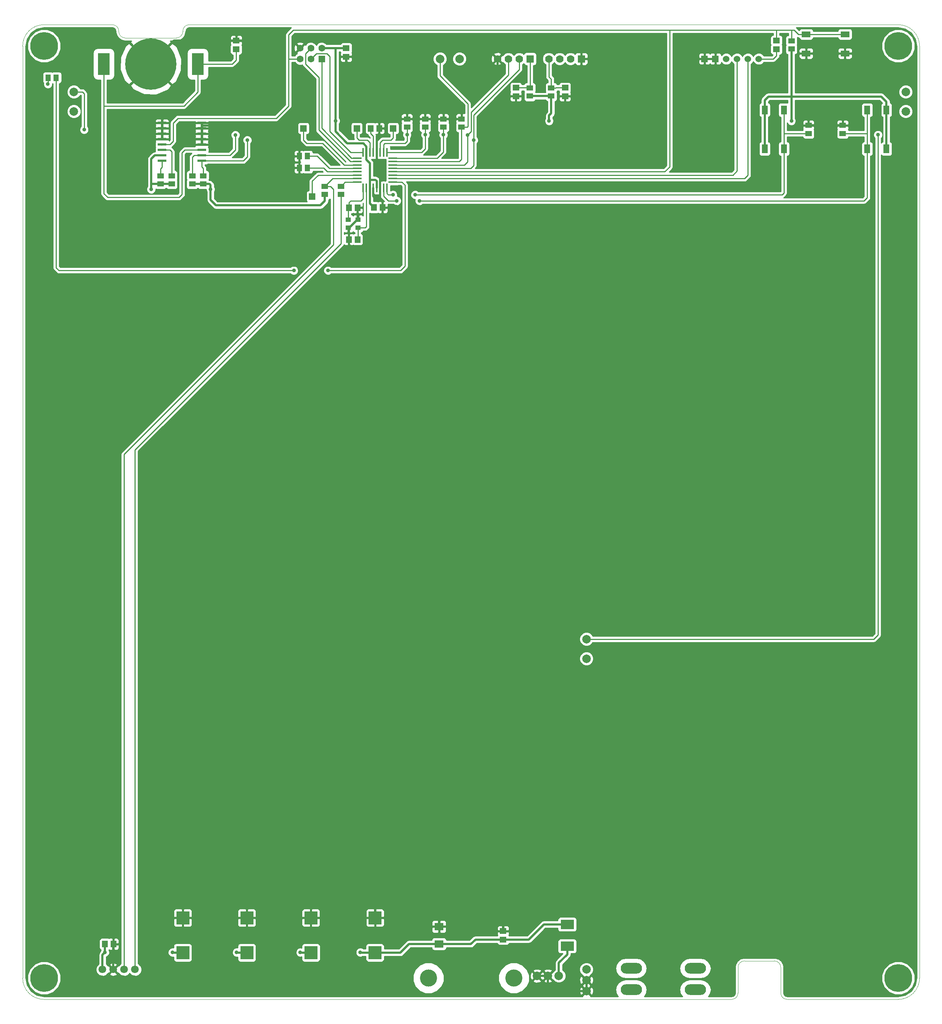
<source format=gbl>
G04 #@! TF.FileFunction,Copper,L2,Bot,Signal*
%FSLAX46Y46*%
G04 Gerber Fmt 4.6, Leading zero omitted, Abs format (unit mm)*
G04 Created by KiCad (PCBNEW (2015-07-01 BZR 5850)-product) date Tue Oct  6 18:06:44 2015*
%MOMM*%
G01*
G04 APERTURE LIST*
%ADD10C,0.150000*%
%ADD11C,0.100000*%
%ADD12R,1.498600X1.300480*%
%ADD13R,1.300480X1.498600*%
%ADD14C,6.500000*%
%ADD15R,1.524000X1.524000*%
%ADD16R,1.300480X1.049020*%
%ADD17R,0.449580X1.998980*%
%ADD18R,1.998980X0.449580*%
%ADD19R,1.600000X1.600000*%
%ADD20C,1.600000*%
%ADD21R,3.048000X3.048000*%
%ADD22R,1.550000X1.350000*%
%ADD23R,1.350000X1.550000*%
%ADD24C,1.524000*%
%ADD25C,1.778000*%
%ADD26R,1.778000X1.778000*%
%ADD27R,2.100000X1.400000*%
%ADD28R,1.400000X2.100000*%
%ADD29R,1.998980X0.599440*%
%ADD30C,2.000000*%
%ADD31R,2.159000X1.778000*%
%ADD32R,3.149600X2.184400*%
%ADD33R,2.800000X5.100000*%
%ADD34C,12.000000*%
%ADD35C,1.800000*%
%ADD36C,4.000000*%
%ADD37O,5.000000X2.500000*%
%ADD38C,0.889000*%
%ADD39C,0.254000*%
%ADD40C,0.508000*%
G04 APERTURE END LIST*
D10*
D11*
X220000000Y-269000000D02*
X59000000Y-269000000D01*
X233000000Y-269000000D02*
X259000000Y-269000000D01*
X231500000Y-261500000D02*
X231500000Y-267500000D01*
X221500000Y-267500000D02*
X221500000Y-261500000D01*
X231500000Y-267500000D02*
G75*
G03X233000000Y-269000000I1500000J0D01*
G01*
X220000000Y-269000000D02*
G75*
G03X221500000Y-267500000I0J1500000D01*
G01*
X231500000Y-261500000D02*
G75*
G03X230000000Y-260000000I-1500000J0D01*
G01*
X223000000Y-260000000D02*
G75*
G03X221500000Y-261500000I0J-1500000D01*
G01*
X264000000Y-46000000D02*
X264000000Y-264000000D01*
X93000000Y-41000000D02*
X259000000Y-41000000D01*
X75000000Y-41000000D02*
X59000000Y-41000000D01*
X76500000Y-42500000D02*
X76500000Y-42600000D01*
X76500000Y-42500000D02*
G75*
G03X75000000Y-41000000I-1500000J0D01*
G01*
X91500000Y-42500000D02*
X91500000Y-42600000D01*
X93000000Y-41000000D02*
G75*
G03X91500000Y-42500000I0J-1500000D01*
G01*
X90000000Y-44100000D02*
G75*
G03X91500000Y-42600000I0J1500000D01*
G01*
X76500000Y-42600000D02*
G75*
G03X78000000Y-44100000I1500000J0D01*
G01*
X84000000Y-44100000D02*
X90000000Y-44100000D01*
X84000000Y-44100000D02*
X78000000Y-44100000D01*
X54000000Y-264000000D02*
X54000000Y-46000000D01*
X259000000Y-269000000D02*
G75*
G03X264000000Y-264000000I0J5000000D01*
G01*
X264000000Y-46000000D02*
G75*
G03X259000000Y-41000000I-5000000J0D01*
G01*
X59000000Y-41000000D02*
G75*
G03X54000000Y-46000000I0J-5000000D01*
G01*
X54000000Y-264000000D02*
G75*
G03X59000000Y-269000000I5000000J0D01*
G01*
X230000000Y-260000000D02*
X223000000Y-260000000D01*
D12*
X144000000Y-64952500D03*
X144000000Y-63047500D03*
D13*
X61852500Y-53400000D03*
X59947500Y-53400000D03*
D14*
X259000000Y-264000000D03*
X59000000Y-264000000D03*
X259000000Y-46000000D03*
X59000000Y-46000000D03*
D15*
X121800000Y-81200000D03*
X140750000Y-65250000D03*
X132250000Y-65250000D03*
D12*
X86300000Y-78252500D03*
X86300000Y-76347500D03*
X88900000Y-78252500D03*
X88900000Y-76347500D03*
X93700000Y-78252500D03*
X93700000Y-76347500D03*
D16*
X132543000Y-88502500D03*
X130257000Y-86597500D03*
X132543000Y-86597500D03*
X130257000Y-88502500D03*
D17*
X133700920Y-79150360D03*
X134501020Y-79150360D03*
X135301120Y-79150360D03*
X136101220Y-79150360D03*
X136898780Y-79150360D03*
X137698880Y-79150360D03*
X138498980Y-79150360D03*
X139299080Y-79150360D03*
X139299080Y-70849640D03*
X133700920Y-70849640D03*
X134501020Y-70849640D03*
X135301120Y-70849640D03*
X136101220Y-70849640D03*
X136898780Y-70849640D03*
X137698880Y-70849640D03*
X138498980Y-70849640D03*
D18*
X140650360Y-77799080D03*
X140650360Y-76998980D03*
X140650360Y-76198880D03*
X140650360Y-75398780D03*
X140650360Y-74601220D03*
X140650360Y-73801120D03*
X140650360Y-73001020D03*
X140650360Y-72200920D03*
X132349640Y-77799080D03*
X132349640Y-76998980D03*
X132349640Y-76198880D03*
X132349640Y-75398780D03*
X132349640Y-74601220D03*
X132349640Y-73801120D03*
X132349640Y-73001020D03*
X132349640Y-72200920D03*
D19*
X124040000Y-49020000D03*
D20*
X124040000Y-46480000D03*
X121500000Y-49020000D03*
X121500000Y-46480000D03*
X118960000Y-49020000D03*
X118960000Y-46480000D03*
D12*
X124750000Y-80702500D03*
X124750000Y-78797500D03*
X128500000Y-78797500D03*
X128500000Y-80702500D03*
X234000000Y-46702500D03*
X234000000Y-44797500D03*
X96300000Y-78252500D03*
X96300000Y-76347500D03*
D21*
X136500000Y-258064000D03*
X136500000Y-249936000D03*
X121500000Y-258064000D03*
X121500000Y-249936000D03*
X106500000Y-258064000D03*
X106500000Y-249936000D03*
X91500000Y-258064000D03*
X91500000Y-249936000D03*
D22*
X230500000Y-44750000D03*
X230500000Y-46750000D03*
X129750000Y-48500000D03*
X129750000Y-46500000D03*
X104000000Y-46750000D03*
X104000000Y-44750000D03*
D23*
X135500000Y-65250000D03*
X137500000Y-65250000D03*
X136250000Y-83750000D03*
X138250000Y-83750000D03*
X132400000Y-83800000D03*
X130400000Y-83800000D03*
X132400000Y-91250000D03*
X130400000Y-91250000D03*
D22*
X166500000Y-255000000D03*
X166500000Y-253000000D03*
D15*
X213650000Y-49000000D03*
X216190000Y-49000000D03*
D24*
X218730000Y-49000000D03*
X221270000Y-49000000D03*
X223810000Y-49000000D03*
X226350000Y-49000000D03*
D22*
X181000000Y-55750000D03*
X181000000Y-57750000D03*
X169500000Y-55750000D03*
X169500000Y-57750000D03*
D12*
X177750000Y-55797500D03*
X177750000Y-57702500D03*
X172750000Y-57702500D03*
X172750000Y-55797500D03*
D25*
X165190000Y-49000000D03*
X167730000Y-49000000D03*
X170270000Y-49000000D03*
D26*
X172810000Y-49000000D03*
D25*
X177190000Y-49000000D03*
X179730000Y-49000000D03*
X182270000Y-49000000D03*
D26*
X184810000Y-49000000D03*
D12*
X238000000Y-66452500D03*
X238000000Y-64547500D03*
X246000000Y-66452500D03*
X246000000Y-64547500D03*
D13*
X118797500Y-74500000D03*
X120702500Y-74500000D03*
X118797500Y-71750000D03*
X120702500Y-71750000D03*
D15*
X119750000Y-65250000D03*
D23*
X75250000Y-256050000D03*
X73250000Y-256050000D03*
D27*
X237450000Y-43250000D03*
X246550000Y-43250000D03*
X246550000Y-47750000D03*
X237450000Y-47750000D03*
D28*
X227750000Y-70050000D03*
X227750000Y-60950000D03*
X232250000Y-60950000D03*
X232250000Y-70050000D03*
X256250000Y-60950000D03*
X256250000Y-70050000D03*
X251750000Y-70050000D03*
X251750000Y-60950000D03*
D29*
X86649260Y-72845000D03*
X86649260Y-71575000D03*
X86649260Y-70305000D03*
X86649260Y-69035000D03*
X86649260Y-67765000D03*
X86649260Y-66495000D03*
X86649260Y-65225000D03*
X86649260Y-63955000D03*
X95950740Y-63955000D03*
X95950740Y-65225000D03*
X95950740Y-66495000D03*
X95950740Y-67765000D03*
X95950740Y-69035000D03*
X95950740Y-70305000D03*
X95950740Y-71575000D03*
X95950740Y-72845000D03*
D12*
X148250000Y-64952500D03*
X148250000Y-63047500D03*
X152500000Y-64952500D03*
X152500000Y-63047500D03*
D30*
X186000000Y-267040000D03*
X186000000Y-264500000D03*
X186000000Y-261960000D03*
X174460000Y-263500000D03*
X177000000Y-263500000D03*
X179540000Y-263500000D03*
X66000000Y-56714000D03*
X66000000Y-61286000D03*
X260750000Y-61286000D03*
X260750000Y-56714000D03*
X186000000Y-184714000D03*
X186000000Y-189286000D03*
D31*
X151500000Y-256032000D03*
X151500000Y-251968000D03*
D32*
X181500000Y-256540000D03*
X181500000Y-251460000D03*
D33*
X73000000Y-50200000D03*
X95000000Y-50200000D03*
D34*
X84000000Y-50200000D03*
D35*
X80310000Y-262000000D03*
X77770000Y-262000000D03*
X75230000Y-262000000D03*
X72690000Y-262000000D03*
D30*
X151714000Y-49000000D03*
X156286000Y-49000000D03*
D12*
X156750000Y-64952500D03*
X156750000Y-63047500D03*
D36*
X149000000Y-264000000D03*
X169000000Y-264000000D03*
D37*
X211500000Y-261750000D03*
X211500000Y-266750000D03*
X196500000Y-261750000D03*
X196500000Y-266750000D03*
D38*
X117500000Y-98500000D03*
X125500000Y-98500000D03*
X59900000Y-54900000D03*
X159600000Y-68000000D03*
X106600000Y-68000000D03*
X158200000Y-66800000D03*
X103800000Y-66800000D03*
X127250000Y-63500000D03*
X119000000Y-258000000D03*
X104100000Y-258000000D03*
X89100000Y-258000000D03*
X234000000Y-63500000D03*
X84100000Y-79500000D03*
X98000000Y-79500000D03*
X177250000Y-63500000D03*
X133050000Y-258000000D03*
X73250000Y-258000000D03*
X83600000Y-70600000D03*
X242000000Y-54600000D03*
X243100000Y-70600000D03*
X130300000Y-54600000D03*
X162800000Y-54600000D03*
X169500000Y-70600000D03*
X190000000Y-54600000D03*
X90400000Y-70600000D03*
X138100000Y-86600000D03*
X91500000Y-246600000D03*
X106500000Y-246600000D03*
X121500000Y-246600000D03*
X136500000Y-246600000D03*
X151500000Y-246600000D03*
X166500000Y-246600000D03*
X145900000Y-80800000D03*
X140700000Y-80800000D03*
X146900000Y-82200000D03*
X141600000Y-82200000D03*
X144000000Y-66750000D03*
X68400000Y-65550000D03*
X148250000Y-66750000D03*
X152500000Y-66750000D03*
X254250000Y-66750000D03*
D39*
X132349640Y-76198880D02*
X123201120Y-76198880D01*
X121800000Y-77600000D02*
X121800000Y-81200000D01*
X123201120Y-76198880D02*
X121800000Y-77600000D01*
X61852500Y-53400000D02*
X61852500Y-97852500D01*
X62500000Y-98500000D02*
X117500000Y-98500000D01*
X61852500Y-97852500D02*
X62500000Y-98500000D01*
X125500000Y-98500000D02*
X142500000Y-98500000D01*
X142500000Y-98500000D02*
X143500000Y-97500000D01*
X143500000Y-97500000D02*
X143500000Y-78500000D01*
X143500000Y-78500000D02*
X142799080Y-77799080D01*
X142799080Y-77799080D02*
X140650360Y-77799080D01*
X124040000Y-49020000D02*
X124040000Y-65240000D01*
X124040000Y-65240000D02*
X131000920Y-72200920D01*
X131000920Y-72200920D02*
X132349640Y-72200920D01*
X123350000Y-65650000D02*
X130701020Y-73001020D01*
X132349640Y-73001020D02*
X130701020Y-73001020D01*
X123350000Y-53350000D02*
X120200000Y-50200000D01*
X120200000Y-50200000D02*
X120200000Y-47780000D01*
X123350000Y-65650000D02*
X123350000Y-53350000D01*
X120200000Y-47780000D02*
X121500000Y-46480000D01*
X234000000Y-42250000D02*
X234650000Y-42250000D01*
X235650000Y-43250000D02*
X237450000Y-43250000D01*
X234650000Y-42250000D02*
X235650000Y-43250000D01*
X237450000Y-43250000D02*
X246550000Y-43250000D01*
X116250000Y-49020000D02*
X116250000Y-43350000D01*
X86534260Y-69150000D02*
X86649260Y-69035000D01*
X116250000Y-43350000D02*
X117350000Y-42250000D01*
X205500000Y-42250000D02*
X117350000Y-42250000D01*
X230500000Y-42250000D02*
X205500000Y-42250000D01*
X89250000Y-68250000D02*
X89250000Y-64000000D01*
X88465000Y-69035000D02*
X89250000Y-68250000D01*
X89250000Y-64000000D02*
X90350000Y-62900000D01*
X90350000Y-62900000D02*
X113350000Y-62900000D01*
X116250000Y-60000000D02*
X113350000Y-62900000D01*
X116250000Y-60000000D02*
X116250000Y-49020000D01*
X86649260Y-69035000D02*
X88465000Y-69035000D01*
X205500000Y-74250000D02*
X205500000Y-42250000D01*
X234000000Y-42250000D02*
X230500000Y-42250000D01*
X230500000Y-44750000D02*
X230500000Y-42250000D01*
X234000000Y-44797500D02*
X234000000Y-42250000D01*
X204351220Y-75398780D02*
X205500000Y-74250000D01*
X140650360Y-75398780D02*
X204351220Y-75398780D01*
X118960000Y-49020000D02*
X116250000Y-49020000D01*
X221270000Y-75230000D02*
X220301120Y-76198880D01*
X220301120Y-76198880D02*
X140650360Y-76198880D01*
X221270000Y-49000000D02*
X221270000Y-75230000D01*
X59947500Y-54852500D02*
X59900000Y-54900000D01*
X59947500Y-53400000D02*
X59947500Y-54852500D01*
X125900000Y-65950000D02*
X125900000Y-48400000D01*
X133700920Y-70849640D02*
X130799640Y-70849640D01*
X130799640Y-70849640D02*
X125900000Y-65950000D01*
X125900000Y-48400000D02*
X125250000Y-47750000D01*
X125250000Y-47750000D02*
X122770000Y-47750000D01*
X122770000Y-47750000D02*
X121500000Y-49020000D01*
X96300000Y-76347500D02*
X96300000Y-74600000D01*
X95950740Y-74250740D02*
X95950740Y-72845000D01*
X96300000Y-74600000D02*
X95950740Y-74250740D01*
X95950740Y-72845000D02*
X105655000Y-72845000D01*
X106600000Y-68000000D02*
X106600000Y-71900000D01*
X105655000Y-72845000D02*
X106600000Y-71900000D01*
X170270000Y-51480000D02*
X159600000Y-62150000D01*
X170270000Y-49000000D02*
X170270000Y-51480000D01*
X158898780Y-74601220D02*
X159600000Y-73900000D01*
X159600000Y-73900000D02*
X159600000Y-68000000D01*
X140650360Y-74601220D02*
X158898780Y-74601220D01*
X159600000Y-68000000D02*
X159600000Y-62150000D01*
X158200000Y-66800000D02*
X159000000Y-66000000D01*
X167730000Y-49000000D02*
X167730000Y-52770000D01*
X167730000Y-52770000D02*
X159000000Y-61500000D01*
X159000000Y-66000000D02*
X159000000Y-61500000D01*
X93700000Y-76347500D02*
X93700000Y-72000000D01*
X93700000Y-72000000D02*
X94125000Y-71575000D01*
X94125000Y-71575000D02*
X95950740Y-71575000D01*
X158200000Y-73050000D02*
X158200000Y-66800000D01*
X140650360Y-73801120D02*
X157448880Y-73801120D01*
X157448880Y-73801120D02*
X158200000Y-73050000D01*
X103800000Y-70300000D02*
X102525000Y-71575000D01*
X103800000Y-66800000D02*
X103800000Y-70300000D01*
X95950740Y-71575000D02*
X102525000Y-71575000D01*
X94125000Y-71575000D02*
X95950740Y-71575000D01*
X223810000Y-76190000D02*
X223001020Y-76998980D01*
X223001020Y-76998980D02*
X140650360Y-76998980D01*
X223810000Y-49000000D02*
X223810000Y-76190000D01*
D40*
X234000000Y-57800000D02*
X255000000Y-57800000D01*
X256250000Y-59050000D02*
X256250000Y-60950000D01*
X255000000Y-57800000D02*
X256250000Y-59050000D01*
X227750000Y-60950000D02*
X227750000Y-58650000D01*
X228600000Y-57800000D02*
X234000000Y-57800000D01*
X227750000Y-58650000D02*
X228600000Y-57800000D01*
X227750000Y-70050000D02*
X227750000Y-60950000D01*
X256250000Y-70050000D02*
X256250000Y-60950000D01*
X127250000Y-66000000D02*
X127250000Y-63500000D01*
X127250000Y-66000000D02*
X130000000Y-68750000D01*
X130000000Y-68750000D02*
X133750000Y-68750000D01*
X134501020Y-70849640D02*
X134501020Y-69501020D01*
X134501020Y-69501020D02*
X133750000Y-68750000D01*
X121500000Y-258064000D02*
X119064000Y-258064000D01*
X119064000Y-258064000D02*
X119000000Y-258000000D01*
X106500000Y-258064000D02*
X104164000Y-258064000D01*
X104164000Y-258064000D02*
X104100000Y-258000000D01*
X91500000Y-258064000D02*
X89164000Y-258064000D01*
X89164000Y-258064000D02*
X89100000Y-258000000D01*
X234000000Y-46702500D02*
X234000000Y-57800000D01*
X234000000Y-57800000D02*
X234000000Y-63500000D01*
X129730000Y-46480000D02*
X129750000Y-46500000D01*
X86300000Y-78252500D02*
X84100000Y-78252500D01*
X84100000Y-72400000D02*
X84100000Y-78252500D01*
X84925000Y-71575000D02*
X84100000Y-72400000D01*
X86649260Y-71575000D02*
X84925000Y-71575000D01*
X84100000Y-78252500D02*
X84100000Y-79500000D01*
X96300000Y-78252500D02*
X97752500Y-78252500D01*
X98000000Y-78500000D02*
X98000000Y-79500000D01*
X97752500Y-78252500D02*
X98000000Y-78500000D01*
X88900000Y-78252500D02*
X86300000Y-78252500D01*
X96300000Y-78252500D02*
X93700000Y-78252500D01*
D39*
X86574260Y-71650000D02*
X86649260Y-71575000D01*
D40*
X135301120Y-73401120D02*
X134501020Y-72601020D01*
X134501020Y-72601020D02*
X134501020Y-70849640D01*
X135301120Y-77300000D02*
X135301120Y-73401120D01*
X135301120Y-79150360D02*
X135301120Y-77300000D01*
X136898780Y-77598780D02*
X136600000Y-77300000D01*
X136600000Y-77300000D02*
X135301120Y-77300000D01*
X136898780Y-79150360D02*
X136898780Y-77598780D01*
X172750000Y-57702500D02*
X177750000Y-57702500D01*
X135301120Y-82801120D02*
X136250000Y-83750000D01*
X135301120Y-79150360D02*
X135301120Y-82801120D01*
X177250000Y-62250000D02*
X177250000Y-63500000D01*
X177750000Y-61750000D02*
X177250000Y-62250000D01*
X177750000Y-57702500D02*
X177750000Y-61750000D01*
X133114000Y-258064000D02*
X133050000Y-258000000D01*
X136500000Y-258064000D02*
X133114000Y-258064000D01*
X73250000Y-256050000D02*
X73250000Y-258000000D01*
X144468000Y-256032000D02*
X151500000Y-256032000D01*
X142436000Y-258064000D02*
X144468000Y-256032000D01*
X136500000Y-258064000D02*
X142436000Y-258064000D01*
X176040000Y-251460000D02*
X172500000Y-255000000D01*
X172500000Y-255000000D02*
X166500000Y-255000000D01*
X181500000Y-251460000D02*
X176040000Y-251460000D01*
X160000000Y-255000000D02*
X158968000Y-256032000D01*
X158968000Y-256032000D02*
X151500000Y-256032000D01*
X166500000Y-255000000D02*
X160000000Y-255000000D01*
X72690000Y-258560000D02*
X73250000Y-258000000D01*
X72690000Y-262000000D02*
X72690000Y-258560000D01*
X127250000Y-46480000D02*
X129730000Y-46480000D01*
X124040000Y-46480000D02*
X127250000Y-46480000D01*
X127250000Y-63500000D02*
X127250000Y-46480000D01*
X98000000Y-82000000D02*
X99250000Y-83250000D01*
X99250000Y-83250000D02*
X123750000Y-83250000D01*
X123750000Y-83250000D02*
X124750000Y-82250000D01*
X124750000Y-82250000D02*
X124750000Y-80702500D01*
X98000000Y-79500000D02*
X98000000Y-82000000D01*
X152500000Y-63047500D02*
X156750000Y-63047500D01*
X242000000Y-47750000D02*
X242000000Y-54600000D01*
X242200000Y-64547500D02*
X242200000Y-68500000D01*
X243100000Y-69400000D02*
X243100000Y-70600000D01*
X242200000Y-68500000D02*
X243100000Y-69400000D01*
X169500000Y-57750000D02*
X169500000Y-70600000D01*
X184810000Y-49000000D02*
X184810000Y-56490000D01*
X183550000Y-57750000D02*
X181000000Y-57750000D01*
X184810000Y-56490000D02*
X183550000Y-57750000D01*
X86649260Y-63955000D02*
X86649260Y-61500000D01*
X104000000Y-44750000D02*
X106250000Y-44750000D01*
X106250000Y-44750000D02*
X107000000Y-45500000D01*
X237450000Y-47750000D02*
X242000000Y-47750000D01*
X242000000Y-47750000D02*
X246550000Y-47750000D01*
X238000000Y-64547500D02*
X242200000Y-64547500D01*
X242200000Y-64547500D02*
X246000000Y-64547500D01*
X130400000Y-91250000D02*
X130400000Y-92500000D01*
X137500000Y-93000000D02*
X138100000Y-92400000D01*
X138100000Y-92400000D02*
X138100000Y-86600000D01*
X118797500Y-71750000D02*
X118797500Y-73250000D01*
X118797500Y-73250000D02*
X118797500Y-74500000D01*
X136898780Y-70849640D02*
X136898780Y-67101220D01*
X137500000Y-66500000D02*
X137500000Y-65250000D01*
X136898780Y-67101220D02*
X137500000Y-66500000D01*
X104000000Y-44750000D02*
X89450000Y-44750000D01*
X89450000Y-44750000D02*
X84000000Y-50200000D01*
X90400000Y-70600000D02*
X90400000Y-68500000D01*
X90400000Y-68500000D02*
X91135000Y-67765000D01*
D39*
X137181800Y-65420700D02*
X137352500Y-65250000D01*
D40*
X130400000Y-88645500D02*
X130257000Y-88502500D01*
X130400000Y-91250000D02*
X130400000Y-88645500D01*
X132400000Y-86454500D02*
X132543000Y-86597500D01*
X132400000Y-83800000D02*
X132400000Y-86454500D01*
X130447500Y-88502500D02*
X130257000Y-88502500D01*
X132352500Y-86597500D02*
X130447500Y-88502500D01*
X132543000Y-86597500D02*
X132352500Y-86597500D01*
X137698880Y-73398880D02*
X136898780Y-72598780D01*
X136898780Y-72598780D02*
X136898780Y-70849640D01*
X137698880Y-79150360D02*
X137698880Y-73398880D01*
X86649260Y-67765000D02*
X86649260Y-66495000D01*
X86649260Y-66495000D02*
X86649260Y-65225000D01*
X86649260Y-65225000D02*
X86649260Y-63955000D01*
X95950740Y-69035000D02*
X95950740Y-67765000D01*
X95950740Y-67765000D02*
X95950740Y-66495000D01*
X95950740Y-66495000D02*
X95950740Y-65225000D01*
X95950740Y-64600000D02*
X95950740Y-63955000D01*
X95950740Y-65225000D02*
X95950740Y-64600000D01*
X95950740Y-67765000D02*
X91135000Y-67765000D01*
X138250000Y-85450000D02*
X138100000Y-85600000D01*
X138250000Y-83750000D02*
X138250000Y-85450000D01*
X138100000Y-85600000D02*
X138100000Y-86600000D01*
X137698880Y-79150360D02*
X137698880Y-81724600D01*
X136724600Y-81724600D02*
X137698880Y-81724600D01*
X136101220Y-81101220D02*
X136724600Y-81724600D01*
X136101220Y-79150360D02*
X136101220Y-81101220D01*
X138250000Y-82275720D02*
X137698880Y-81724600D01*
X138250000Y-83750000D02*
X138250000Y-82275720D01*
X130300000Y-60100000D02*
X130300000Y-54600000D01*
X131100000Y-60900000D02*
X130300000Y-60100000D01*
X136800000Y-60900000D02*
X131100000Y-60900000D01*
X137500000Y-61600000D02*
X136800000Y-60900000D01*
X137500000Y-65250000D02*
X137500000Y-61600000D01*
X112500000Y-64600000D02*
X113700000Y-65800000D01*
X113700000Y-65800000D02*
X113700000Y-71800000D01*
X113700000Y-71800000D02*
X115150000Y-73250000D01*
X115150000Y-73250000D02*
X118797500Y-73250000D01*
X95950740Y-64600000D02*
X112500000Y-64600000D01*
X130900000Y-93000000D02*
X130400000Y-92500000D01*
X137500000Y-93000000D02*
X130900000Y-93000000D01*
X91500000Y-249936000D02*
X91500000Y-246600000D01*
X106500000Y-249936000D02*
X106500000Y-246600000D01*
X121500000Y-249936000D02*
X121500000Y-246600000D01*
X186000000Y-267040000D02*
X186000000Y-264500000D01*
X174460000Y-263500000D02*
X177000000Y-263500000D01*
X177000000Y-266500000D02*
X177540000Y-267040000D01*
X177540000Y-267040000D02*
X186000000Y-267040000D01*
X177000000Y-263500000D02*
X177000000Y-266500000D01*
X152500000Y-63047500D02*
X148250000Y-63047500D01*
X148250000Y-63047500D02*
X144000000Y-63047500D01*
X136500000Y-249936000D02*
X136500000Y-246600000D01*
X75230000Y-256070000D02*
X75250000Y-256050000D01*
X75230000Y-262000000D02*
X75230000Y-256070000D01*
X86649260Y-61500000D02*
X84500000Y-61500000D01*
X83600000Y-62400000D02*
X83600000Y-70600000D01*
X84500000Y-61500000D02*
X83600000Y-62400000D01*
X105500000Y-61500000D02*
X86649260Y-61500000D01*
X107000000Y-60000000D02*
X105500000Y-61500000D01*
X107000000Y-45500000D02*
X107000000Y-60000000D01*
X151500000Y-251968000D02*
X151500000Y-246600000D01*
X166500000Y-253000000D02*
X166500000Y-246600000D01*
X165190000Y-52210000D02*
X162800000Y-54600000D01*
X165190000Y-49000000D02*
X165190000Y-52210000D01*
X188750000Y-49000000D02*
X190000000Y-50250000D01*
X190000000Y-50250000D02*
X190000000Y-54600000D01*
X184810000Y-49000000D02*
X188750000Y-49000000D01*
X129750000Y-54050000D02*
X130300000Y-54600000D01*
X129750000Y-48500000D02*
X129750000Y-54050000D01*
D39*
X134501020Y-79150360D02*
X134501020Y-88198980D01*
X134197500Y-88502500D02*
X132543000Y-88502500D01*
X134501020Y-88198980D02*
X134197500Y-88502500D01*
X132543000Y-91107000D02*
X132400000Y-91250000D01*
X132543000Y-88502500D02*
X132543000Y-91107000D01*
X229750000Y-49000000D02*
X230500000Y-48250000D01*
X230500000Y-48250000D02*
X230500000Y-46750000D01*
X226350000Y-49000000D02*
X229750000Y-49000000D01*
X130257000Y-83943000D02*
X130400000Y-83800000D01*
X130257000Y-86597500D02*
X130257000Y-83943000D01*
X130400000Y-82600000D02*
X130800000Y-82200000D01*
X130800000Y-82200000D02*
X133200000Y-82200000D01*
X133200000Y-82200000D02*
X133700920Y-81699080D01*
X133700920Y-81699080D02*
X133700920Y-79150360D01*
X130400000Y-83800000D02*
X130400000Y-82600000D01*
X88900000Y-76347500D02*
X88900000Y-70700000D01*
X88505000Y-70305000D02*
X86649260Y-70305000D01*
X88900000Y-70700000D02*
X88505000Y-70305000D01*
X86300000Y-76347500D02*
X86300000Y-74700000D01*
X86649260Y-74350740D02*
X86649260Y-72845000D01*
X86300000Y-74700000D02*
X86649260Y-74350740D01*
X177750000Y-53750000D02*
X177190000Y-53190000D01*
X177750000Y-55797500D02*
X177750000Y-53750000D01*
X177750000Y-55797500D02*
X178797500Y-55797500D01*
X178797500Y-55797500D02*
X178845000Y-55750000D01*
X177190000Y-53190000D02*
X177190000Y-49000000D01*
X178845000Y-55750000D02*
X181000000Y-55750000D01*
X172810000Y-55737500D02*
X172750000Y-55797500D01*
X172810000Y-49000000D02*
X172810000Y-55737500D01*
X172702500Y-55750000D02*
X172750000Y-55797500D01*
X169500000Y-55750000D02*
X172702500Y-55750000D01*
X139299080Y-79150360D02*
X139299080Y-80499080D01*
X232250000Y-80350000D02*
X232250000Y-70050000D01*
X231800000Y-80800000D02*
X232250000Y-80350000D01*
X145900000Y-80800000D02*
X231800000Y-80800000D01*
X139600000Y-80800000D02*
X140700000Y-80800000D01*
X139299080Y-80499080D02*
X139600000Y-80800000D01*
X238000000Y-66452500D02*
X232250000Y-66452500D01*
X232250000Y-70050000D02*
X232250000Y-66452500D01*
X232250000Y-66452500D02*
X232250000Y-60950000D01*
X138498980Y-79150360D02*
X138498980Y-81098980D01*
X251750000Y-81450000D02*
X251750000Y-70050000D01*
X251000000Y-82200000D02*
X251750000Y-81450000D01*
X146900000Y-82200000D02*
X251000000Y-82200000D01*
X139600000Y-82200000D02*
X141600000Y-82200000D01*
X138498980Y-81098980D02*
X139600000Y-82200000D01*
X246000000Y-66452500D02*
X251750000Y-66452500D01*
X251750000Y-60950000D02*
X251750000Y-66452500D01*
X251750000Y-66452500D02*
X251750000Y-70050000D01*
X120702500Y-74500000D02*
X124460000Y-74500000D01*
X125358780Y-75398780D02*
X132349640Y-75398780D01*
X124460000Y-74500000D02*
X125358780Y-75398780D01*
X120702500Y-71750000D02*
X122960000Y-71750000D01*
X125811220Y-74601220D02*
X132349640Y-74601220D01*
X122960000Y-71750000D02*
X125811220Y-74601220D01*
X135301120Y-70849640D02*
X135301120Y-68551120D01*
X132250000Y-67500000D02*
X132250000Y-65250000D01*
X132750000Y-68000000D02*
X132250000Y-67500000D01*
X134750000Y-68000000D02*
X132750000Y-68000000D01*
X135301120Y-68551120D02*
X134750000Y-68000000D01*
X137698880Y-70849640D02*
X137698880Y-68551120D01*
X140750000Y-67500000D02*
X140750000Y-65250000D01*
X140250000Y-68000000D02*
X140750000Y-67500000D01*
X138250000Y-68000000D02*
X140250000Y-68000000D01*
X137698880Y-68551120D02*
X138250000Y-68000000D01*
X132349640Y-73801120D02*
X129301120Y-73801120D01*
X119750000Y-68000000D02*
X119750000Y-65250000D01*
X120500000Y-68750000D02*
X119750000Y-68000000D01*
X124250000Y-68750000D02*
X120500000Y-68750000D01*
X129301120Y-73801120D02*
X124250000Y-68750000D01*
X90600000Y-81400000D02*
X91300000Y-80700000D01*
X91300000Y-80700000D02*
X91300000Y-71000000D01*
X91300000Y-71000000D02*
X91995000Y-70305000D01*
X91995000Y-70305000D02*
X95950740Y-70305000D01*
X73900000Y-81400000D02*
X90600000Y-81400000D01*
X73000000Y-50200000D02*
X73000000Y-60000000D01*
X73000000Y-80500000D02*
X73900000Y-81400000D01*
X73000000Y-60000000D02*
X73000000Y-80500000D01*
X95000000Y-56750000D02*
X91750000Y-60000000D01*
X91750000Y-60000000D02*
X73000000Y-60000000D01*
X95000000Y-50200000D02*
X95000000Y-56750000D01*
X104000000Y-49250000D02*
X103050000Y-50200000D01*
X103050000Y-50200000D02*
X95000000Y-50200000D01*
X104000000Y-46750000D02*
X104000000Y-49250000D01*
X136101220Y-70849640D02*
X136101220Y-67101220D01*
X135500000Y-66500000D02*
X135500000Y-65250000D01*
X136101220Y-67101220D02*
X135500000Y-66500000D01*
X144000000Y-68250000D02*
X144000000Y-66750000D01*
X138750000Y-68750000D02*
X143500000Y-68750000D01*
X138498980Y-70849640D02*
X138498980Y-69001020D01*
X138498980Y-69001020D02*
X138750000Y-68750000D01*
X143500000Y-68750000D02*
X144000000Y-68250000D01*
X144000000Y-66750000D02*
X144000000Y-64952500D01*
X67964000Y-56714000D02*
X68400000Y-57150000D01*
X68400000Y-57150000D02*
X68400000Y-65550000D01*
X66000000Y-56714000D02*
X67964000Y-56714000D01*
X139299080Y-70849640D02*
X147400360Y-70849640D01*
X147400360Y-70849640D02*
X148250000Y-70000000D01*
X148250000Y-70000000D02*
X148250000Y-66750000D01*
X148250000Y-66750000D02*
X148250000Y-64952500D01*
X140650360Y-72200920D02*
X151049080Y-72200920D01*
X151049080Y-72200920D02*
X152500000Y-70750000D01*
X152500000Y-70750000D02*
X152500000Y-66750000D01*
X152500000Y-66750000D02*
X152500000Y-64952500D01*
X254250000Y-183750000D02*
X254250000Y-66750000D01*
X186000000Y-184714000D02*
X186714000Y-184714000D01*
X253286000Y-184714000D02*
X254250000Y-183750000D01*
X186000000Y-184714000D02*
X253286000Y-184714000D01*
X128500000Y-92250000D02*
X128500000Y-80702500D01*
X80310000Y-140440000D02*
X128500000Y-92250000D01*
X80310000Y-262000000D02*
X80310000Y-140440000D01*
X124750000Y-78797500D02*
X126047500Y-78797500D01*
X126750000Y-92500000D02*
X77770000Y-141480000D01*
X126750000Y-79500000D02*
X126750000Y-92500000D01*
X126047500Y-78797500D02*
X126750000Y-79500000D01*
X126548520Y-76998980D02*
X124750000Y-78797500D01*
X132349640Y-76998980D02*
X126548520Y-76998980D01*
X77770000Y-262000000D02*
X77770000Y-141480000D01*
X129498420Y-77799080D02*
X128500000Y-78797500D01*
X132349640Y-77799080D02*
X129498420Y-77799080D01*
D40*
X181500000Y-258500000D02*
X179540000Y-260460000D01*
X179540000Y-260460000D02*
X179540000Y-263500000D01*
X181500000Y-256540000D02*
X181500000Y-258500000D01*
D39*
X156750000Y-64952500D02*
X158047500Y-64952500D01*
X151714000Y-52964000D02*
X151714000Y-49000000D01*
X158250000Y-59500000D02*
X151714000Y-52964000D01*
X158250000Y-64750000D02*
X158250000Y-59500000D01*
X158047500Y-64952500D02*
X158250000Y-64750000D01*
X140650360Y-73001020D02*
X156248980Y-73001020D01*
X156750000Y-72500000D02*
X156750000Y-64952500D01*
X156248980Y-73001020D02*
X156750000Y-72500000D01*
G36*
X75306750Y-41759437D02*
X75566802Y-41933197D01*
X75740563Y-42193250D01*
X75815000Y-42567467D01*
X75815000Y-42600000D01*
X75828162Y-42666170D01*
X75828162Y-42733637D01*
X75942343Y-43307662D01*
X75986699Y-43414745D01*
X76044624Y-43554591D01*
X76369783Y-44041226D01*
X76428558Y-44100000D01*
X76558774Y-44230217D01*
X77045410Y-44555376D01*
X77292338Y-44657657D01*
X77866363Y-44771838D01*
X77933831Y-44771838D01*
X78000000Y-44785000D01*
X79419610Y-44785000D01*
X79142857Y-45163252D01*
X84000000Y-50020395D01*
X88857143Y-45163252D01*
X88580390Y-44785000D01*
X90000000Y-44785000D01*
X90066170Y-44771838D01*
X90133637Y-44771838D01*
X90707662Y-44657657D01*
X90853038Y-44597440D01*
X90954591Y-44555376D01*
X91441226Y-44230217D01*
X91571442Y-44100000D01*
X91630217Y-44041226D01*
X91955376Y-43554590D01*
X92002840Y-43440000D01*
X103098690Y-43440000D01*
X102865301Y-43536673D01*
X102686673Y-43715302D01*
X102590000Y-43948691D01*
X102590000Y-44464250D01*
X102748750Y-44623000D01*
X103873000Y-44623000D01*
X103873000Y-43598750D01*
X103714250Y-43440000D01*
X104285750Y-43440000D01*
X103714250Y-43440000D01*
X103714250Y-43440000D01*
X104285750Y-43440000D01*
X104127000Y-43598750D01*
X104127000Y-44623000D01*
X105251250Y-44623000D01*
X105410000Y-44464250D01*
X105410000Y-43948691D01*
X105313327Y-43715302D01*
X105134699Y-43536673D01*
X104901310Y-43440000D01*
X104285750Y-43440000D01*
X103714250Y-43440000D01*
X103714250Y-43440000D01*
X103098690Y-43440000D01*
X92002840Y-43440000D01*
X92057657Y-43307662D01*
X92057657Y-43307661D01*
X92171838Y-42733637D01*
X92171838Y-42666169D01*
X92185000Y-42600000D01*
X92185000Y-42567467D01*
X92259437Y-42193250D01*
X92433197Y-41933198D01*
X92693250Y-41759437D01*
X93067467Y-41685000D01*
X116850373Y-41685000D01*
X116811185Y-41711185D01*
X115711185Y-42811185D01*
X115546004Y-43058395D01*
X115488000Y-43350000D01*
X115488000Y-59684369D01*
X113034370Y-62138000D01*
X90350000Y-62138000D01*
X90058395Y-62196004D01*
X89811185Y-62361185D01*
X88711185Y-63461185D01*
X88546004Y-63708395D01*
X88488000Y-64000000D01*
X88488000Y-67934369D01*
X88283750Y-68138620D01*
X88283750Y-68050750D01*
X88125000Y-67892000D01*
X86776260Y-67892000D01*
X86776260Y-67912000D01*
X86522260Y-67912000D01*
X86522260Y-67892000D01*
X85173520Y-67892000D01*
X85014770Y-68050750D01*
X85014770Y-68191029D01*
X85104703Y-68408146D01*
X85052393Y-68485640D01*
X85002330Y-68735280D01*
X85002330Y-69334720D01*
X85049307Y-69576843D01*
X85110353Y-69669775D01*
X85052393Y-69755640D01*
X85002330Y-70005280D01*
X85002330Y-70604720D01*
X85018100Y-70686000D01*
X84925000Y-70686000D01*
X84584794Y-70753671D01*
X84307430Y-70939000D01*
X84296382Y-70946382D01*
X83471382Y-71771382D01*
X83278671Y-72059794D01*
X83211000Y-72400000D01*
X83211000Y-78862137D01*
X83185378Y-78887714D01*
X83020687Y-79284332D01*
X83020313Y-79713784D01*
X83184311Y-80110689D01*
X83487714Y-80414622D01*
X83884332Y-80579313D01*
X84313784Y-80579687D01*
X84710689Y-80415689D01*
X85014622Y-80112286D01*
X85179313Y-79715668D01*
X85179572Y-79418111D01*
X85301060Y-79500117D01*
X85550700Y-79550180D01*
X87049300Y-79550180D01*
X87291423Y-79503203D01*
X87504227Y-79363413D01*
X87600304Y-79221080D01*
X87690027Y-79357667D01*
X87901060Y-79500117D01*
X88150700Y-79550180D01*
X89649300Y-79550180D01*
X89891423Y-79503203D01*
X90104227Y-79363413D01*
X90246677Y-79152380D01*
X90296740Y-78902740D01*
X90296740Y-77602260D01*
X90249763Y-77360137D01*
X90210702Y-77300675D01*
X90246677Y-77247380D01*
X90296740Y-76997740D01*
X90296740Y-75697260D01*
X90249763Y-75455137D01*
X90109973Y-75242333D01*
X89898940Y-75099883D01*
X89662000Y-75052367D01*
X89662000Y-70700000D01*
X89603996Y-70408395D01*
X89598545Y-70400237D01*
X89438815Y-70161184D01*
X89043815Y-69766185D01*
X88928023Y-69688815D01*
X88879864Y-69656636D01*
X89003815Y-69573815D01*
X89788816Y-68788815D01*
X89908983Y-68608971D01*
X89953996Y-68541605D01*
X90012000Y-68250000D01*
X90012000Y-67892000D01*
X94475000Y-67892000D01*
X94316250Y-68050750D01*
X94316250Y-68191029D01*
X94402809Y-68400000D01*
X94316250Y-68608971D01*
X94316250Y-68749250D01*
X94475000Y-68908000D01*
X95823740Y-68908000D01*
X95823740Y-67892000D01*
X96077740Y-67892000D01*
X95823740Y-67892000D01*
X95823740Y-67892000D01*
X96077740Y-67892000D01*
X96077740Y-68908000D01*
X97426480Y-68908000D01*
X97585230Y-68749250D01*
X97585230Y-68608971D01*
X97498671Y-68400000D01*
X97585230Y-68191029D01*
X97585230Y-68050750D01*
X97426480Y-67892000D01*
X96077740Y-67892000D01*
X95823740Y-67892000D01*
X95823740Y-67892000D01*
X94475000Y-67892000D01*
X90012000Y-67892000D01*
X90012000Y-66622000D01*
X94475000Y-66622000D01*
X94316250Y-66780750D01*
X94316250Y-66921029D01*
X94402809Y-67130000D01*
X94316250Y-67338971D01*
X94316250Y-67479250D01*
X94475000Y-67638000D01*
X95823740Y-67638000D01*
X95823740Y-66622000D01*
X96077740Y-66622000D01*
X96077740Y-67638000D01*
X97426480Y-67638000D01*
X97585230Y-67479250D01*
X97585230Y-67338971D01*
X97498671Y-67130000D01*
X97585230Y-66921029D01*
X97585230Y-66780750D01*
X97426480Y-66622000D01*
X96077740Y-66622000D01*
X95823740Y-66622000D01*
X95823740Y-66622000D01*
X94475000Y-66622000D01*
X90012000Y-66622000D01*
X90012000Y-65352000D01*
X94475000Y-65352000D01*
X94316250Y-65510750D01*
X94316250Y-65651029D01*
X94402809Y-65860000D01*
X94316250Y-66068971D01*
X94316250Y-66209250D01*
X94475000Y-66368000D01*
X95823740Y-66368000D01*
X95823740Y-65352000D01*
X96077740Y-65352000D01*
X95823740Y-65352000D01*
X95823740Y-65352000D01*
X96077740Y-65352000D01*
X96077740Y-66368000D01*
X97426480Y-66368000D01*
X97585230Y-66209250D01*
X97585230Y-66068971D01*
X97498671Y-65860000D01*
X97585230Y-65651029D01*
X97585230Y-65510750D01*
X97426480Y-65352000D01*
X96077740Y-65352000D01*
X95823740Y-65352000D01*
X95823740Y-65352000D01*
X94475000Y-65352000D01*
X90012000Y-65352000D01*
X90012000Y-64315630D01*
X90245630Y-64082000D01*
X94475000Y-64082000D01*
X94316250Y-64240750D01*
X94316250Y-64381029D01*
X94402809Y-64590000D01*
X94316250Y-64798971D01*
X94316250Y-64939250D01*
X94475000Y-65098000D01*
X95823740Y-65098000D01*
X95823740Y-64082000D01*
X96077740Y-64082000D01*
X96077740Y-65098000D01*
X97426480Y-65098000D01*
X97585230Y-64939250D01*
X97585230Y-64798971D01*
X97498671Y-64590000D01*
X97585230Y-64381029D01*
X97585230Y-64240750D01*
X97426480Y-64082000D01*
X96077740Y-64082000D01*
X95823740Y-64082000D01*
X95823740Y-64082000D01*
X94475000Y-64082000D01*
X90245630Y-64082000D01*
X90665630Y-63662000D01*
X94316250Y-63662000D01*
X94316250Y-63669250D01*
X94475000Y-63828000D01*
X95823740Y-63828000D01*
X95823740Y-63808000D01*
X96077740Y-63808000D01*
X96077740Y-63828000D01*
X97426480Y-63828000D01*
X97585230Y-63669250D01*
X97585230Y-63662000D01*
X113350000Y-63662000D01*
X113641605Y-63603996D01*
X113888815Y-63438815D01*
X116788815Y-60538816D01*
X116953996Y-60291605D01*
X116959885Y-60262000D01*
X117012000Y-60000000D01*
X117012000Y-49782000D01*
X117722180Y-49782000D01*
X117742757Y-49831800D01*
X118146077Y-50235824D01*
X118673309Y-50454750D01*
X119244187Y-50455248D01*
X119470197Y-50361863D01*
X119496004Y-50491605D01*
X119525962Y-50536440D01*
X119661185Y-50738815D01*
X122588000Y-53665631D01*
X122588000Y-65650000D01*
X122646004Y-65941605D01*
X122786125Y-66151310D01*
X122811185Y-66188815D01*
X129661490Y-73039120D01*
X129616751Y-73039120D01*
X124788815Y-68211185D01*
X124767515Y-68196953D01*
X124541605Y-68046004D01*
X124250000Y-67988000D01*
X120815630Y-67988000D01*
X120512000Y-67684370D01*
X120512000Y-66659440D01*
X120754123Y-66612463D01*
X120966927Y-66472673D01*
X121109377Y-66261640D01*
X121159440Y-66012000D01*
X121159440Y-64488000D01*
X121112463Y-64245877D01*
X120972673Y-64033073D01*
X120761640Y-63890623D01*
X120512000Y-63840560D01*
X118988000Y-63840560D01*
X118745877Y-63887537D01*
X118533073Y-64027327D01*
X118390623Y-64238360D01*
X118340560Y-64488000D01*
X118340560Y-66012000D01*
X118387537Y-66254123D01*
X118527327Y-66466927D01*
X118738360Y-66609377D01*
X118988000Y-66659440D01*
X118988000Y-68000000D01*
X119046004Y-68291605D01*
X119211185Y-68538815D01*
X119961185Y-69288815D01*
X120208395Y-69453996D01*
X120500000Y-69512000D01*
X123934370Y-69512000D01*
X128261589Y-73839220D01*
X126126850Y-73839220D01*
X123498815Y-71211185D01*
X123466879Y-71189846D01*
X123251605Y-71046004D01*
X122960000Y-70988000D01*
X121997716Y-70988000D01*
X121953203Y-70758577D01*
X121813413Y-70545773D01*
X121602380Y-70403323D01*
X121352740Y-70353260D01*
X120052260Y-70353260D01*
X119810137Y-70400237D01*
X119751082Y-70439030D01*
X119574049Y-70365700D01*
X119083250Y-70365700D01*
X118924500Y-70524450D01*
X118924500Y-71623000D01*
X118944500Y-71623000D01*
X118944500Y-71877000D01*
X118924500Y-71877000D01*
X118924500Y-72975550D01*
X119073950Y-73125000D01*
X118924500Y-73274450D01*
X118924500Y-74373000D01*
X118944500Y-74373000D01*
X118944500Y-74627000D01*
X118924500Y-74627000D01*
X118924500Y-75725550D01*
X119083250Y-75884300D01*
X119574049Y-75884300D01*
X119750239Y-75811319D01*
X119802620Y-75846677D01*
X120052260Y-75896740D01*
X121352740Y-75896740D01*
X121594863Y-75849763D01*
X121807667Y-75709973D01*
X121950117Y-75498940D01*
X121997633Y-75262000D01*
X124144370Y-75262000D01*
X124319250Y-75436880D01*
X123201120Y-75436880D01*
X122909515Y-75494884D01*
X122675595Y-75651185D01*
X122662305Y-75660065D01*
X121261185Y-77061185D01*
X121096004Y-77308395D01*
X121038000Y-77600000D01*
X121038000Y-79790560D01*
X120795877Y-79837537D01*
X120583073Y-79977327D01*
X120440623Y-80188360D01*
X120390560Y-80438000D01*
X120390560Y-81962000D01*
X120437537Y-82204123D01*
X120540589Y-82361000D01*
X99618236Y-82361000D01*
X98889000Y-81631764D01*
X98889000Y-80137863D01*
X98914622Y-80112286D01*
X99079313Y-79715668D01*
X99079687Y-79286216D01*
X98915689Y-78889311D01*
X98889000Y-78862575D01*
X98889000Y-78500000D01*
X98821329Y-78159794D01*
X98628618Y-77871382D01*
X98381118Y-77623882D01*
X98306898Y-77574290D01*
X98092706Y-77431171D01*
X97752500Y-77363500D01*
X97650415Y-77363500D01*
X97649763Y-77360137D01*
X97610702Y-77300675D01*
X97646677Y-77247380D01*
X97696740Y-76997740D01*
X97696740Y-75697260D01*
X97649763Y-75455137D01*
X97509973Y-75242333D01*
X97298940Y-75099883D01*
X97062000Y-75052367D01*
X97062000Y-74627000D01*
X117671010Y-74627000D01*
X117512260Y-74785750D01*
X117512260Y-75375610D01*
X117608933Y-75608999D01*
X117787562Y-75787627D01*
X118020951Y-75884300D01*
X118511750Y-75884300D01*
X118670500Y-75725550D01*
X118670500Y-74627000D01*
X117671010Y-74627000D01*
X97062000Y-74627000D01*
X97062000Y-74600000D01*
X97003996Y-74308395D01*
X96925959Y-74191605D01*
X96838815Y-74061184D01*
X96712740Y-73935109D01*
X96712740Y-73792160D01*
X96950230Y-73792160D01*
X97192353Y-73745183D01*
X97402711Y-73607000D01*
X105655000Y-73607000D01*
X105946605Y-73548996D01*
X106193815Y-73383815D01*
X107138815Y-72438815D01*
X107303996Y-72191605D01*
X107362000Y-71900000D01*
X107362000Y-71877000D01*
X117671010Y-71877000D01*
X117512260Y-72035750D01*
X117512260Y-72625610D01*
X117608933Y-72858999D01*
X117787562Y-73037627D01*
X117998499Y-73125000D01*
X117787562Y-73212373D01*
X117608933Y-73391001D01*
X117512260Y-73624390D01*
X117512260Y-74214250D01*
X117671010Y-74373000D01*
X118670500Y-74373000D01*
X118670500Y-73274450D01*
X118521050Y-73125000D01*
X118670500Y-72975550D01*
X118670500Y-71877000D01*
X117671010Y-71877000D01*
X107362000Y-71877000D01*
X107362000Y-70365700D01*
X118020951Y-70365700D01*
X117787562Y-70462373D01*
X117608933Y-70641001D01*
X117512260Y-70874390D01*
X117512260Y-71464250D01*
X117671010Y-71623000D01*
X118670500Y-71623000D01*
X118670500Y-70524450D01*
X118511750Y-70365700D01*
X118020951Y-70365700D01*
X107362000Y-70365700D01*
X107362000Y-68764642D01*
X107514622Y-68612286D01*
X107679313Y-68215668D01*
X107679687Y-67786216D01*
X107515689Y-67389311D01*
X107212286Y-67085378D01*
X106815668Y-66920687D01*
X106386216Y-66920313D01*
X105989311Y-67084311D01*
X105685378Y-67387714D01*
X105520687Y-67784332D01*
X105520313Y-68213784D01*
X105684311Y-68610689D01*
X105838000Y-68764646D01*
X105838000Y-71584370D01*
X105339370Y-72083000D01*
X103094630Y-72083000D01*
X104338815Y-70838816D01*
X104503996Y-70591605D01*
X104510673Y-70558036D01*
X104562000Y-70300000D01*
X104562000Y-67564642D01*
X104714622Y-67412286D01*
X104879313Y-67015668D01*
X104879687Y-66586216D01*
X104715689Y-66189311D01*
X104412286Y-65885378D01*
X104015668Y-65720687D01*
X103586216Y-65720313D01*
X103189311Y-65884311D01*
X102885378Y-66187714D01*
X102720687Y-66584332D01*
X102720313Y-67013784D01*
X102884311Y-67410689D01*
X103038000Y-67564646D01*
X103038000Y-69984369D01*
X102209370Y-70813000D01*
X97555901Y-70813000D01*
X97597670Y-70604720D01*
X97597670Y-70005280D01*
X97550693Y-69763157D01*
X97495124Y-69678564D01*
X97585230Y-69461029D01*
X97585230Y-69320750D01*
X97426480Y-69162000D01*
X96077740Y-69162000D01*
X96077740Y-69182000D01*
X95823740Y-69182000D01*
X95823740Y-69162000D01*
X94475000Y-69162000D01*
X94316250Y-69320750D01*
X94316250Y-69461029D01*
X94350204Y-69543000D01*
X91995000Y-69543000D01*
X91703395Y-69601004D01*
X91456184Y-69766185D01*
X90761185Y-70461185D01*
X90596004Y-70708395D01*
X90538000Y-71000000D01*
X90538000Y-80384369D01*
X90284370Y-80638000D01*
X74215631Y-80638000D01*
X73762000Y-80184370D01*
X73762000Y-66622000D01*
X85173520Y-66622000D01*
X85014770Y-66780750D01*
X85014770Y-66921029D01*
X85101329Y-67130000D01*
X85014770Y-67338971D01*
X85014770Y-67479250D01*
X85173520Y-67638000D01*
X86522260Y-67638000D01*
X86522260Y-66622000D01*
X86776260Y-66622000D01*
X86522260Y-66622000D01*
X86522260Y-66622000D01*
X86776260Y-66622000D01*
X86776260Y-67638000D01*
X88125000Y-67638000D01*
X88283750Y-67479250D01*
X88283750Y-67338971D01*
X88197191Y-67130000D01*
X88283750Y-66921029D01*
X88283750Y-66780750D01*
X88125000Y-66622000D01*
X86776260Y-66622000D01*
X86522260Y-66622000D01*
X86522260Y-66622000D01*
X85173520Y-66622000D01*
X73762000Y-66622000D01*
X73762000Y-65352000D01*
X85173520Y-65352000D01*
X85014770Y-65510750D01*
X85014770Y-65651029D01*
X85101329Y-65860000D01*
X85014770Y-66068971D01*
X85014770Y-66209250D01*
X85173520Y-66368000D01*
X86522260Y-66368000D01*
X86522260Y-65352000D01*
X86776260Y-65352000D01*
X86776260Y-66368000D01*
X88125000Y-66368000D01*
X88283750Y-66209250D01*
X88283750Y-66068971D01*
X88197191Y-65860000D01*
X88283750Y-65651029D01*
X88283750Y-65510750D01*
X88125000Y-65352000D01*
X86776260Y-65352000D01*
X86522260Y-65352000D01*
X86522260Y-65352000D01*
X85173520Y-65352000D01*
X73762000Y-65352000D01*
X73762000Y-64082000D01*
X85173520Y-64082000D01*
X85014770Y-64240750D01*
X85014770Y-64381029D01*
X85101329Y-64590000D01*
X85014770Y-64798971D01*
X85014770Y-64939250D01*
X85173520Y-65098000D01*
X86522260Y-65098000D01*
X86522260Y-64082000D01*
X86776260Y-64082000D01*
X86522260Y-64082000D01*
X86522260Y-64082000D01*
X86776260Y-64082000D01*
X86776260Y-65098000D01*
X88125000Y-65098000D01*
X88283750Y-64939250D01*
X88283750Y-64798971D01*
X88197191Y-64590000D01*
X88283750Y-64381029D01*
X88283750Y-64240750D01*
X88125000Y-64082000D01*
X86776260Y-64082000D01*
X86522260Y-64082000D01*
X86522260Y-64082000D01*
X85173520Y-64082000D01*
X73762000Y-64082000D01*
X73762000Y-63020280D01*
X85523460Y-63020280D01*
X85290071Y-63116953D01*
X85111443Y-63295582D01*
X85014770Y-63528971D01*
X85014770Y-63669250D01*
X85173520Y-63828000D01*
X86522260Y-63828000D01*
X86522260Y-63179030D01*
X86363510Y-63020280D01*
X86935010Y-63020280D01*
X86363510Y-63020280D01*
X86363510Y-63020280D01*
X86935010Y-63020280D01*
X86776260Y-63179030D01*
X86776260Y-63828000D01*
X88125000Y-63828000D01*
X88283750Y-63669250D01*
X88283750Y-63528971D01*
X88187077Y-63295582D01*
X88008449Y-63116953D01*
X87775060Y-63020280D01*
X86935010Y-63020280D01*
X86363510Y-63020280D01*
X86363510Y-63020280D01*
X85523460Y-63020280D01*
X73762000Y-63020280D01*
X73762000Y-60762000D01*
X91750000Y-60762000D01*
X92041605Y-60703996D01*
X92288815Y-60538815D01*
X95538815Y-57288815D01*
X95703996Y-57041605D01*
X95716514Y-56978671D01*
X95762000Y-56750000D01*
X95762000Y-53915393D01*
X96400000Y-53915393D01*
X96835822Y-53830833D01*
X97218869Y-53579212D01*
X97475278Y-53199353D01*
X97565393Y-52750000D01*
X97565393Y-50962000D01*
X103050000Y-50962000D01*
X103341605Y-50903996D01*
X103588815Y-50738815D01*
X104538815Y-49788815D01*
X104582126Y-49723996D01*
X104703996Y-49541605D01*
X104762000Y-49250000D01*
X104762000Y-48072440D01*
X104775000Y-48072440D01*
X105017123Y-48025463D01*
X105229927Y-47885673D01*
X105372377Y-47674640D01*
X105422440Y-47425000D01*
X105422440Y-46075000D01*
X105375463Y-45832877D01*
X105325117Y-45756235D01*
X105410000Y-45551309D01*
X105410000Y-45035750D01*
X105251250Y-44877000D01*
X104127000Y-44877000D01*
X104127000Y-44897000D01*
X103873000Y-44897000D01*
X103873000Y-44877000D01*
X102748750Y-44877000D01*
X102590000Y-45035750D01*
X102590000Y-45551309D01*
X102674655Y-45755684D01*
X102627623Y-45825360D01*
X102577560Y-46075000D01*
X102577560Y-47425000D01*
X102624537Y-47667123D01*
X102764327Y-47879927D01*
X102975360Y-48022377D01*
X103225000Y-48072440D01*
X103238000Y-48072440D01*
X103238000Y-48934370D01*
X102734370Y-49438000D01*
X97565393Y-49438000D01*
X97565393Y-47650000D01*
X97480833Y-47214178D01*
X97229212Y-46831131D01*
X96849353Y-46574722D01*
X96400000Y-46484607D01*
X93600000Y-46484607D01*
X93164178Y-46569167D01*
X92781131Y-46820788D01*
X92524722Y-47200647D01*
X92434607Y-47650000D01*
X92434607Y-52750000D01*
X92519167Y-53185822D01*
X92770788Y-53568869D01*
X93150647Y-53825278D01*
X93600000Y-53915393D01*
X94238000Y-53915393D01*
X94238000Y-56434370D01*
X91434370Y-59238000D01*
X73762000Y-59238000D01*
X73762000Y-55236748D01*
X79142857Y-55236748D01*
X79822591Y-56165775D01*
X82423580Y-57310283D01*
X85264566Y-57372314D01*
X87913033Y-56342426D01*
X88177409Y-56165775D01*
X88857143Y-55236748D01*
X88677538Y-55057143D01*
X89036748Y-55057143D01*
X89965775Y-54377409D01*
X91110283Y-51776420D01*
X91172314Y-48935434D01*
X90142426Y-46286967D01*
X89965775Y-46022591D01*
X89036748Y-45342857D01*
X84179605Y-50200000D01*
X83820395Y-50200000D01*
X83820395Y-50200000D01*
X78963252Y-45342857D01*
X78034225Y-46022591D01*
X76889717Y-48623580D01*
X76827686Y-51464566D01*
X77857574Y-54113033D01*
X78034225Y-54377409D01*
X78963252Y-55057143D01*
X83820395Y-50200000D01*
X84179605Y-50200000D01*
X83820395Y-50200000D01*
X83820395Y-50200000D01*
X84179605Y-50200000D01*
X89036748Y-55057143D01*
X88677538Y-55057143D01*
X84000000Y-50379605D01*
X79142857Y-55236748D01*
X73762000Y-55236748D01*
X73762000Y-53915393D01*
X74400000Y-53915393D01*
X74835822Y-53830833D01*
X75218869Y-53579212D01*
X75475278Y-53199353D01*
X75565393Y-52750000D01*
X75565393Y-47650000D01*
X75480833Y-47214178D01*
X75229212Y-46831131D01*
X74849353Y-46574722D01*
X74400000Y-46484607D01*
X71600000Y-46484607D01*
X71164178Y-46569167D01*
X70781131Y-46820788D01*
X70524722Y-47200647D01*
X70434607Y-47650000D01*
X70434607Y-52750000D01*
X70519167Y-53185822D01*
X70770788Y-53568869D01*
X71150647Y-53825278D01*
X71600000Y-53915393D01*
X72238000Y-53915393D01*
X72238000Y-80500000D01*
X72296004Y-80791605D01*
X72360958Y-80888815D01*
X72461185Y-81038815D01*
X73361184Y-81938815D01*
X73544324Y-82061185D01*
X73608395Y-82103996D01*
X73900000Y-82162000D01*
X90600000Y-82162000D01*
X90891605Y-82103996D01*
X91138815Y-81938815D01*
X91838815Y-81238816D01*
X92003996Y-80991605D01*
X92014842Y-80937080D01*
X92062000Y-80700000D01*
X92062000Y-71315630D01*
X92310631Y-71067000D01*
X93555369Y-71067000D01*
X93161185Y-71461185D01*
X92996004Y-71708395D01*
X92938000Y-72000000D01*
X92938000Y-75052284D01*
X92708577Y-75096797D01*
X92495773Y-75236587D01*
X92353323Y-75447620D01*
X92303260Y-75697260D01*
X92303260Y-76997740D01*
X92350237Y-77239863D01*
X92389298Y-77299325D01*
X92353323Y-77352620D01*
X92303260Y-77602260D01*
X92303260Y-78902740D01*
X92350237Y-79144863D01*
X92490027Y-79357667D01*
X92701060Y-79500117D01*
X92950700Y-79550180D01*
X94449300Y-79550180D01*
X94691423Y-79503203D01*
X94904227Y-79363413D01*
X95000304Y-79221080D01*
X95090027Y-79357667D01*
X95301060Y-79500117D01*
X95550700Y-79550180D01*
X96920455Y-79550180D01*
X96920313Y-79713784D01*
X97084311Y-80110689D01*
X97111000Y-80137425D01*
X97111000Y-82000000D01*
X97178671Y-82340206D01*
X97345715Y-82590205D01*
X97371382Y-82628618D01*
X98621382Y-83878618D01*
X98909794Y-84071329D01*
X99250000Y-84139000D01*
X123750000Y-84139000D01*
X124090206Y-84071329D01*
X124378618Y-83878618D01*
X125378618Y-82878618D01*
X125571330Y-82590205D01*
X125639000Y-82250000D01*
X125639000Y-81973075D01*
X125741423Y-81953203D01*
X125954227Y-81813413D01*
X125988000Y-81763380D01*
X125988000Y-92184369D01*
X77231185Y-140941185D01*
X77066004Y-141188395D01*
X77008000Y-141480000D01*
X77008000Y-260653980D01*
X76901629Y-260697932D01*
X76469449Y-261129357D01*
X76460797Y-261150194D01*
X76310159Y-261099446D01*
X75409605Y-262000000D01*
X76310159Y-262900554D01*
X76460327Y-262849965D01*
X76467932Y-262868371D01*
X76899357Y-263300551D01*
X77463330Y-263534733D01*
X78073991Y-263535265D01*
X78638371Y-263302068D01*
X79040323Y-262900818D01*
X79439357Y-263300551D01*
X80003330Y-263534733D01*
X80613991Y-263535265D01*
X81178371Y-263302068D01*
X81610551Y-262870643D01*
X81844733Y-262306670D01*
X81845265Y-261696009D01*
X81612068Y-261131629D01*
X81404189Y-260923386D01*
X146948154Y-260923386D01*
X145926972Y-261942787D01*
X145373631Y-263275380D01*
X145372372Y-264718290D01*
X145923386Y-266051846D01*
X146942787Y-267073028D01*
X148275380Y-267626369D01*
X149718290Y-267627628D01*
X151051846Y-267076614D01*
X152073028Y-266057213D01*
X152626369Y-264724620D01*
X152627628Y-263281710D01*
X152076614Y-261948154D01*
X151057213Y-260926972D01*
X151048577Y-260923386D01*
X166948154Y-260923386D01*
X151048577Y-260923386D01*
X151048577Y-260923386D01*
X166948154Y-260923386D01*
X165926972Y-261942787D01*
X165373631Y-263275380D01*
X165372372Y-264718290D01*
X165923386Y-266051846D01*
X166942787Y-267073028D01*
X168275380Y-267626369D01*
X169718290Y-267627628D01*
X171051846Y-267076614D01*
X172073028Y-266057213D01*
X172241066Y-265652532D01*
X185027073Y-265652532D01*
X185070504Y-265770000D01*
X185027073Y-265887468D01*
X186000000Y-266860395D01*
X186972927Y-265887468D01*
X186929496Y-265770000D01*
X186972927Y-265652532D01*
X186000000Y-264679605D01*
X185027073Y-265652532D01*
X172241066Y-265652532D01*
X172356613Y-265374264D01*
X184580613Y-265374264D01*
X184847468Y-265472927D01*
X185820395Y-264500000D01*
X186179605Y-264500000D01*
X187152532Y-265472927D01*
X187419387Y-265374264D01*
X187645908Y-264764539D01*
X187621856Y-264114540D01*
X187419387Y-263625736D01*
X187152532Y-263527073D01*
X186179605Y-264500000D01*
X185820395Y-264500000D01*
X185820395Y-264500000D01*
X184847468Y-263527073D01*
X184580613Y-263625736D01*
X181174891Y-263625736D01*
X181175284Y-263176205D01*
X180926894Y-262575057D01*
X180467363Y-262114722D01*
X180429000Y-262098792D01*
X180429000Y-260828236D01*
X180684130Y-260573106D01*
X185075057Y-260573106D01*
X184614722Y-261032637D01*
X184365284Y-261633352D01*
X184364716Y-262283795D01*
X184613106Y-262884943D01*
X185039978Y-263312562D01*
X185027073Y-263347468D01*
X186000000Y-264320395D01*
X186972927Y-263347468D01*
X186959836Y-263312062D01*
X187385278Y-262887363D01*
X187634716Y-262286648D01*
X187635284Y-261636205D01*
X187386894Y-261035057D01*
X186927363Y-260574722D01*
X186326648Y-260325284D01*
X185676205Y-260324716D01*
X185075057Y-260573106D01*
X180684130Y-260573106D01*
X181884236Y-259373000D01*
X195178943Y-259373000D01*
X194269304Y-259553938D01*
X193498150Y-260069207D01*
X192982881Y-260840361D01*
X192801943Y-261750000D01*
X192982881Y-262659639D01*
X193498150Y-263430793D01*
X194269304Y-263946062D01*
X195178943Y-264127000D01*
X197821057Y-264127000D01*
X198730696Y-263946062D01*
X199501850Y-263430793D01*
X200017119Y-262659639D01*
X200198057Y-261750000D01*
X200017119Y-260840361D01*
X199501850Y-260069207D01*
X198730696Y-259553938D01*
X197821057Y-259373000D01*
X210178943Y-259373000D01*
X197821057Y-259373000D01*
X197821057Y-259373000D01*
X210178943Y-259373000D01*
X209269304Y-259553938D01*
X208498150Y-260069207D01*
X207982881Y-260840361D01*
X207801943Y-261750000D01*
X207982881Y-262659639D01*
X208498150Y-263430793D01*
X209269304Y-263946062D01*
X210178943Y-264127000D01*
X212821057Y-264127000D01*
X213730696Y-263946062D01*
X214501850Y-263430793D01*
X215017119Y-262659639D01*
X215198057Y-261750000D01*
X215017119Y-260840361D01*
X214501850Y-260069207D01*
X213730696Y-259553938D01*
X212821057Y-259373000D01*
X210178943Y-259373000D01*
X197821057Y-259373000D01*
X197821057Y-259373000D01*
X195178943Y-259373000D01*
X181884236Y-259373000D01*
X182128618Y-259128618D01*
X182321330Y-258840205D01*
X182389000Y-258500000D01*
X182389000Y-258279640D01*
X183074800Y-258279640D01*
X183316923Y-258232663D01*
X183529727Y-258092873D01*
X183672177Y-257881840D01*
X183722240Y-257632200D01*
X183722240Y-255447800D01*
X183675263Y-255205677D01*
X183535473Y-254992873D01*
X183324440Y-254850423D01*
X183074800Y-254800360D01*
X179925200Y-254800360D01*
X179683077Y-254847337D01*
X179470273Y-254987127D01*
X179327823Y-255198160D01*
X179277760Y-255447800D01*
X179277760Y-257632200D01*
X179324737Y-257874323D01*
X179464527Y-258087127D01*
X179675560Y-258229577D01*
X179925200Y-258279640D01*
X180463124Y-258279640D01*
X178911382Y-259831382D01*
X178718671Y-260119794D01*
X178651000Y-260460000D01*
X178651000Y-262098255D01*
X178615057Y-262113106D01*
X178187438Y-262539978D01*
X178152532Y-262527073D01*
X177179605Y-263500000D01*
X178152532Y-264472927D01*
X178187938Y-264459836D01*
X178612637Y-264885278D01*
X179213352Y-265134716D01*
X179863795Y-265135284D01*
X180464943Y-264886894D01*
X180925278Y-264427363D01*
X181174716Y-263826648D01*
X181174891Y-263625736D01*
X184580613Y-263625736D01*
X181174891Y-263625736D01*
X181174891Y-263625736D01*
X184580613Y-263625736D01*
X184354092Y-264235461D01*
X184378144Y-264885460D01*
X184580613Y-265374264D01*
X172356613Y-265374264D01*
X172626369Y-264724620D01*
X172626431Y-264652532D01*
X173487073Y-264652532D01*
X173585736Y-264919387D01*
X174195461Y-265145908D01*
X174845460Y-265121856D01*
X175334264Y-264919387D01*
X175432927Y-264652532D01*
X176027073Y-264652532D01*
X176125736Y-264919387D01*
X176735461Y-265145908D01*
X177385460Y-265121856D01*
X177874264Y-264919387D01*
X177972927Y-264652532D01*
X177000000Y-263679605D01*
X176027073Y-264652532D01*
X175432927Y-264652532D01*
X175432927Y-264652532D01*
X175253322Y-264472927D01*
X175612532Y-264472927D01*
X175730000Y-264429496D01*
X175847468Y-264472927D01*
X176820395Y-263500000D01*
X175847468Y-262527073D01*
X175730000Y-262570504D01*
X175612532Y-262527073D01*
X175253322Y-262527073D01*
X175432927Y-262347468D01*
X175334264Y-262080613D01*
X174789280Y-261878144D01*
X176614540Y-261878144D01*
X176125736Y-262080613D01*
X176027073Y-262347468D01*
X177000000Y-263320395D01*
X177972927Y-262347468D01*
X177874264Y-262080613D01*
X177264539Y-261854092D01*
X176614540Y-261878144D01*
X174789280Y-261878144D01*
X174724539Y-261854092D01*
X174074540Y-261878144D01*
X173585736Y-262080613D01*
X173487073Y-262347468D01*
X174460000Y-263320395D01*
X175253322Y-262527073D01*
X175612532Y-262527073D01*
X175253322Y-262527073D01*
X175253322Y-262527073D01*
X175612532Y-262527073D01*
X174639605Y-263500000D01*
X174280395Y-263500000D01*
X174280395Y-263500000D01*
X173307468Y-262527073D01*
X173040613Y-262625736D01*
X172814092Y-263235461D01*
X172838144Y-263885460D01*
X173040613Y-264374264D01*
X173307468Y-264472927D01*
X174280395Y-263500000D01*
X174639605Y-263500000D01*
X174280395Y-263500000D01*
X174280395Y-263500000D01*
X174639605Y-263500000D01*
X175612532Y-264472927D01*
X175253322Y-264472927D01*
X174460000Y-263679605D01*
X173487073Y-264652532D01*
X172626431Y-264652532D01*
X172627628Y-263281710D01*
X172076614Y-261948154D01*
X171057213Y-260926972D01*
X169724620Y-260373631D01*
X168281710Y-260372372D01*
X166948154Y-260923386D01*
X151048577Y-260923386D01*
X149724620Y-260373631D01*
X148281710Y-260372372D01*
X146948154Y-260923386D01*
X81404189Y-260923386D01*
X81180643Y-260699449D01*
X81072000Y-260654336D01*
X81072000Y-255892560D01*
X89976000Y-255892560D01*
X89733877Y-255939537D01*
X89521073Y-256079327D01*
X89378623Y-256290360D01*
X89328560Y-256540000D01*
X89328560Y-256926040D01*
X89315668Y-256920687D01*
X88886216Y-256920313D01*
X88489311Y-257084311D01*
X88185378Y-257387714D01*
X88020687Y-257784332D01*
X88020313Y-258213784D01*
X88184311Y-258610689D01*
X88487714Y-258914622D01*
X88884332Y-259079313D01*
X89313784Y-259079687D01*
X89328560Y-259073582D01*
X89328560Y-259588000D01*
X89375537Y-259830123D01*
X89515327Y-260042927D01*
X89726360Y-260185377D01*
X89976000Y-260235440D01*
X93024000Y-260235440D01*
X93266123Y-260188463D01*
X93478927Y-260048673D01*
X93621377Y-259837640D01*
X93671440Y-259588000D01*
X93671440Y-256540000D01*
X93624463Y-256297877D01*
X93484673Y-256085073D01*
X93273640Y-255942623D01*
X93024000Y-255892560D01*
X104976000Y-255892560D01*
X93024000Y-255892560D01*
X93024000Y-255892560D01*
X104976000Y-255892560D01*
X104733877Y-255939537D01*
X104521073Y-256079327D01*
X104378623Y-256290360D01*
X104328560Y-256540000D01*
X104328560Y-256926040D01*
X104315668Y-256920687D01*
X103886216Y-256920313D01*
X103489311Y-257084311D01*
X103185378Y-257387714D01*
X103020687Y-257784332D01*
X103020313Y-258213784D01*
X103184311Y-258610689D01*
X103487714Y-258914622D01*
X103884332Y-259079313D01*
X104313784Y-259079687D01*
X104328560Y-259073582D01*
X104328560Y-259588000D01*
X104375537Y-259830123D01*
X104515327Y-260042927D01*
X104726360Y-260185377D01*
X104976000Y-260235440D01*
X108024000Y-260235440D01*
X108266123Y-260188463D01*
X108478927Y-260048673D01*
X108621377Y-259837640D01*
X108671440Y-259588000D01*
X108671440Y-256540000D01*
X108624463Y-256297877D01*
X108484673Y-256085073D01*
X108273640Y-255942623D01*
X108024000Y-255892560D01*
X119976000Y-255892560D01*
X108024000Y-255892560D01*
X108024000Y-255892560D01*
X119976000Y-255892560D01*
X119733877Y-255939537D01*
X119521073Y-256079327D01*
X119378623Y-256290360D01*
X119328560Y-256540000D01*
X119328560Y-256967564D01*
X119215668Y-256920687D01*
X118786216Y-256920313D01*
X118389311Y-257084311D01*
X118085378Y-257387714D01*
X117920687Y-257784332D01*
X117920313Y-258213784D01*
X118084311Y-258610689D01*
X118387714Y-258914622D01*
X118784332Y-259079313D01*
X119213784Y-259079687D01*
X119328560Y-259032262D01*
X119328560Y-259588000D01*
X119375537Y-259830123D01*
X119515327Y-260042927D01*
X119726360Y-260185377D01*
X119976000Y-260235440D01*
X123024000Y-260235440D01*
X123266123Y-260188463D01*
X123478927Y-260048673D01*
X123621377Y-259837640D01*
X123671440Y-259588000D01*
X123671440Y-256540000D01*
X123624463Y-256297877D01*
X123484673Y-256085073D01*
X123273640Y-255942623D01*
X123024000Y-255892560D01*
X119976000Y-255892560D01*
X108024000Y-255892560D01*
X108024000Y-255892560D01*
X104976000Y-255892560D01*
X93024000Y-255892560D01*
X93024000Y-255892560D01*
X89976000Y-255892560D01*
X81072000Y-255892560D01*
X81072000Y-252253750D01*
X149785500Y-252253750D01*
X149785500Y-252983309D01*
X149882173Y-253216698D01*
X150060801Y-253395327D01*
X150294190Y-253492000D01*
X151214250Y-253492000D01*
X151373000Y-253333250D01*
X151373000Y-252095000D01*
X151627000Y-252095000D01*
X151373000Y-252095000D01*
X151373000Y-252095000D01*
X151627000Y-252095000D01*
X151627000Y-253333250D01*
X151785750Y-253492000D01*
X152705810Y-253492000D01*
X152939199Y-253395327D01*
X153117827Y-253216698D01*
X153214500Y-252983309D01*
X153214500Y-252253750D01*
X153055750Y-252095000D01*
X151627000Y-252095000D01*
X151373000Y-252095000D01*
X151373000Y-252095000D01*
X149944250Y-252095000D01*
X138150310Y-252095000D01*
X138150310Y-252095000D01*
X138383699Y-251998327D01*
X138416723Y-251965302D01*
X165186673Y-251965302D01*
X165090000Y-252198691D01*
X165090000Y-252714250D01*
X165248750Y-252873000D01*
X166373000Y-252873000D01*
X166373000Y-251848750D01*
X166214250Y-251690000D01*
X166785750Y-251690000D01*
X166627000Y-251848750D01*
X166627000Y-252873000D01*
X167751250Y-252873000D01*
X167910000Y-252714250D01*
X167910000Y-252198691D01*
X167813327Y-251965302D01*
X167634699Y-251786673D01*
X167401310Y-251690000D01*
X166785750Y-251690000D01*
X166214250Y-251690000D01*
X166214250Y-251690000D01*
X165598690Y-251690000D01*
X153206750Y-251690000D01*
X153214500Y-251682250D01*
X153214500Y-250952691D01*
X153117827Y-250719302D01*
X152939199Y-250540673D01*
X152705810Y-250444000D01*
X151785750Y-250444000D01*
X151627000Y-250602750D01*
X151627000Y-251841000D01*
X153055750Y-251841000D01*
X153206750Y-251690000D01*
X165598690Y-251690000D01*
X153206750Y-251690000D01*
X153206750Y-251690000D01*
X165598690Y-251690000D01*
X165365301Y-251786673D01*
X165186673Y-251965302D01*
X138416723Y-251965302D01*
X138562327Y-251819698D01*
X138659000Y-251586309D01*
X138659000Y-250444000D01*
X150294190Y-250444000D01*
X150060801Y-250540673D01*
X149882173Y-250719302D01*
X149785500Y-250952691D01*
X149785500Y-251682250D01*
X149944250Y-251841000D01*
X151373000Y-251841000D01*
X151373000Y-250602750D01*
X151214250Y-250444000D01*
X150294190Y-250444000D01*
X138659000Y-250444000D01*
X138659000Y-250221750D01*
X138500250Y-250063000D01*
X136627000Y-250063000D01*
X136627000Y-251936250D01*
X136785750Y-252095000D01*
X138150310Y-252095000D01*
X149944250Y-252095000D01*
X138150310Y-252095000D01*
X138150310Y-252095000D01*
X149944250Y-252095000D01*
X149785500Y-252253750D01*
X81072000Y-252253750D01*
X81072000Y-250063000D01*
X89499750Y-250063000D01*
X89341000Y-250221750D01*
X89341000Y-251586309D01*
X89437673Y-251819698D01*
X89616301Y-251998327D01*
X89849690Y-252095000D01*
X91214250Y-252095000D01*
X91373000Y-251936250D01*
X91373000Y-250063000D01*
X91627000Y-250063000D01*
X91373000Y-250063000D01*
X91373000Y-250063000D01*
X91627000Y-250063000D01*
X91627000Y-251936250D01*
X91785750Y-252095000D01*
X93150310Y-252095000D01*
X93383699Y-251998327D01*
X93562327Y-251819698D01*
X93659000Y-251586309D01*
X93659000Y-250221750D01*
X93500250Y-250063000D01*
X104499750Y-250063000D01*
X104341000Y-250221750D01*
X104341000Y-251586309D01*
X104437673Y-251819698D01*
X104616301Y-251998327D01*
X104849690Y-252095000D01*
X106214250Y-252095000D01*
X106373000Y-251936250D01*
X106373000Y-250063000D01*
X106627000Y-250063000D01*
X106373000Y-250063000D01*
X106373000Y-250063000D01*
X106627000Y-250063000D01*
X106627000Y-251936250D01*
X106785750Y-252095000D01*
X108150310Y-252095000D01*
X108383699Y-251998327D01*
X108562327Y-251819698D01*
X108659000Y-251586309D01*
X108659000Y-250221750D01*
X108500250Y-250063000D01*
X119499750Y-250063000D01*
X119341000Y-250221750D01*
X119341000Y-251586309D01*
X119437673Y-251819698D01*
X119616301Y-251998327D01*
X119849690Y-252095000D01*
X121214250Y-252095000D01*
X121373000Y-251936250D01*
X121373000Y-250063000D01*
X121627000Y-250063000D01*
X121627000Y-251936250D01*
X121785750Y-252095000D01*
X123150310Y-252095000D01*
X123383699Y-251998327D01*
X123562327Y-251819698D01*
X123659000Y-251586309D01*
X123659000Y-250221750D01*
X123500250Y-250063000D01*
X134499750Y-250063000D01*
X123500250Y-250063000D01*
X123500250Y-250063000D01*
X134499750Y-250063000D01*
X134341000Y-250221750D01*
X134341000Y-251586309D01*
X134437673Y-251819698D01*
X134616301Y-251998327D01*
X134849690Y-252095000D01*
X136214250Y-252095000D01*
X136373000Y-251936250D01*
X136373000Y-250063000D01*
X134499750Y-250063000D01*
X123500250Y-250063000D01*
X123500250Y-250063000D01*
X121627000Y-250063000D01*
X121373000Y-250063000D01*
X121373000Y-250063000D01*
X119499750Y-250063000D01*
X108500250Y-250063000D01*
X108500250Y-250063000D01*
X106627000Y-250063000D01*
X106373000Y-250063000D01*
X106373000Y-250063000D01*
X104499750Y-250063000D01*
X93500250Y-250063000D01*
X93500250Y-250063000D01*
X91627000Y-250063000D01*
X91373000Y-250063000D01*
X91373000Y-250063000D01*
X89499750Y-250063000D01*
X81072000Y-250063000D01*
X81072000Y-249907127D01*
X179470273Y-249907127D01*
X179327823Y-250118160D01*
X179277760Y-250367800D01*
X179277760Y-250571000D01*
X176040000Y-250571000D01*
X175699794Y-250638671D01*
X175411382Y-250831382D01*
X172131764Y-254111000D01*
X167880919Y-254111000D01*
X167875463Y-254082877D01*
X167825117Y-254006235D01*
X167910000Y-253801309D01*
X167910000Y-253285750D01*
X167751250Y-253127000D01*
X166627000Y-253127000D01*
X166627000Y-253147000D01*
X166373000Y-253147000D01*
X166373000Y-253127000D01*
X165248750Y-253127000D01*
X165090000Y-253285750D01*
X165090000Y-253801309D01*
X165174655Y-254005684D01*
X165127623Y-254075360D01*
X165120476Y-254111000D01*
X160000000Y-254111000D01*
X159659794Y-254178671D01*
X159371382Y-254371382D01*
X158599764Y-255143000D01*
X153226940Y-255143000D01*
X153179963Y-254900877D01*
X153040173Y-254688073D01*
X152829140Y-254545623D01*
X152579500Y-254495560D01*
X150420500Y-254495560D01*
X150178377Y-254542537D01*
X149965573Y-254682327D01*
X149823123Y-254893360D01*
X149773060Y-255143000D01*
X144468000Y-255143000D01*
X144127794Y-255210671D01*
X143839382Y-255403382D01*
X142067764Y-257175000D01*
X138671440Y-257175000D01*
X138671440Y-256540000D01*
X138624463Y-256297877D01*
X138484673Y-256085073D01*
X138273640Y-255942623D01*
X138024000Y-255892560D01*
X134976000Y-255892560D01*
X134733877Y-255939537D01*
X134521073Y-256079327D01*
X134378623Y-256290360D01*
X134328560Y-256540000D01*
X134328560Y-257175000D01*
X133751752Y-257175000D01*
X133662286Y-257085378D01*
X133265668Y-256920687D01*
X132836216Y-256920313D01*
X132439311Y-257084311D01*
X132135378Y-257387714D01*
X131970687Y-257784332D01*
X131970313Y-258213784D01*
X132134311Y-258610689D01*
X132437714Y-258914622D01*
X132834332Y-259079313D01*
X133263784Y-259079687D01*
X133570390Y-258953000D01*
X134328560Y-258953000D01*
X134328560Y-259588000D01*
X134375537Y-259830123D01*
X134515327Y-260042927D01*
X134726360Y-260185377D01*
X134976000Y-260235440D01*
X138024000Y-260235440D01*
X138266123Y-260188463D01*
X138478927Y-260048673D01*
X138621377Y-259837640D01*
X138671440Y-259588000D01*
X138671440Y-258953000D01*
X142436000Y-258953000D01*
X142776206Y-258885329D01*
X143064618Y-258692618D01*
X144836236Y-256921000D01*
X149773060Y-256921000D01*
X149820037Y-257163123D01*
X149959827Y-257375927D01*
X150170860Y-257518377D01*
X150420500Y-257568440D01*
X152579500Y-257568440D01*
X152821623Y-257521463D01*
X153034427Y-257381673D01*
X153176877Y-257170640D01*
X153226940Y-256921000D01*
X158968000Y-256921000D01*
X159308206Y-256853329D01*
X159596618Y-256660618D01*
X160368236Y-255889000D01*
X165119081Y-255889000D01*
X165124537Y-255917123D01*
X165264327Y-256129927D01*
X165475360Y-256272377D01*
X165725000Y-256322440D01*
X167275000Y-256322440D01*
X167517123Y-256275463D01*
X167729927Y-256135673D01*
X167872377Y-255924640D01*
X167879524Y-255889000D01*
X172500000Y-255889000D01*
X172840206Y-255821329D01*
X173128618Y-255628618D01*
X176408236Y-252349000D01*
X179277760Y-252349000D01*
X179277760Y-252552200D01*
X179324737Y-252794323D01*
X179464527Y-253007127D01*
X179675560Y-253149577D01*
X179925200Y-253199640D01*
X183074800Y-253199640D01*
X183316923Y-253152663D01*
X183529727Y-253012873D01*
X183672177Y-252801840D01*
X183722240Y-252552200D01*
X183722240Y-250367800D01*
X183675263Y-250125677D01*
X183535473Y-249912873D01*
X183324440Y-249770423D01*
X183074800Y-249720360D01*
X179925200Y-249720360D01*
X138588890Y-249720360D01*
X138659000Y-249650250D01*
X138659000Y-248285691D01*
X138562327Y-248052302D01*
X138383699Y-247873673D01*
X138150310Y-247777000D01*
X136785750Y-247777000D01*
X136627000Y-247935750D01*
X136627000Y-249809000D01*
X138500250Y-249809000D01*
X138588890Y-249720360D01*
X179925200Y-249720360D01*
X138588890Y-249720360D01*
X138588890Y-249720360D01*
X179925200Y-249720360D01*
X179683077Y-249767337D01*
X179470273Y-249907127D01*
X81072000Y-249907127D01*
X81072000Y-247777000D01*
X89849690Y-247777000D01*
X89616301Y-247873673D01*
X89437673Y-248052302D01*
X89341000Y-248285691D01*
X89341000Y-249650250D01*
X89499750Y-249809000D01*
X91373000Y-249809000D01*
X91373000Y-247935750D01*
X91214250Y-247777000D01*
X91785750Y-247777000D01*
X91214250Y-247777000D01*
X91214250Y-247777000D01*
X91785750Y-247777000D01*
X91627000Y-247935750D01*
X91627000Y-249809000D01*
X93500250Y-249809000D01*
X93659000Y-249650250D01*
X93659000Y-248285691D01*
X93562327Y-248052302D01*
X93383699Y-247873673D01*
X93150310Y-247777000D01*
X104849690Y-247777000D01*
X104616301Y-247873673D01*
X104437673Y-248052302D01*
X104341000Y-248285691D01*
X104341000Y-249650250D01*
X104499750Y-249809000D01*
X106373000Y-249809000D01*
X106373000Y-247935750D01*
X106214250Y-247777000D01*
X106785750Y-247777000D01*
X106214250Y-247777000D01*
X106214250Y-247777000D01*
X106785750Y-247777000D01*
X106627000Y-247935750D01*
X106627000Y-249809000D01*
X108500250Y-249809000D01*
X108659000Y-249650250D01*
X108659000Y-248285691D01*
X108562327Y-248052302D01*
X108383699Y-247873673D01*
X108150310Y-247777000D01*
X119849690Y-247777000D01*
X108150310Y-247777000D01*
X108150310Y-247777000D01*
X119849690Y-247777000D01*
X119616301Y-247873673D01*
X119437673Y-248052302D01*
X119341000Y-248285691D01*
X119341000Y-249650250D01*
X119499750Y-249809000D01*
X121373000Y-249809000D01*
X121373000Y-247935750D01*
X121214250Y-247777000D01*
X121785750Y-247777000D01*
X121214250Y-247777000D01*
X121214250Y-247777000D01*
X121785750Y-247777000D01*
X121627000Y-247935750D01*
X121627000Y-249809000D01*
X123500250Y-249809000D01*
X123659000Y-249650250D01*
X123659000Y-248285691D01*
X123562327Y-248052302D01*
X123383699Y-247873673D01*
X123150310Y-247777000D01*
X134849690Y-247777000D01*
X123150310Y-247777000D01*
X123150310Y-247777000D01*
X134849690Y-247777000D01*
X134616301Y-247873673D01*
X134437673Y-248052302D01*
X134341000Y-248285691D01*
X134341000Y-249650250D01*
X134499750Y-249809000D01*
X136373000Y-249809000D01*
X136373000Y-247935750D01*
X136214250Y-247777000D01*
X134849690Y-247777000D01*
X123150310Y-247777000D01*
X123150310Y-247777000D01*
X121785750Y-247777000D01*
X121214250Y-247777000D01*
X121214250Y-247777000D01*
X119849690Y-247777000D01*
X108150310Y-247777000D01*
X108150310Y-247777000D01*
X106785750Y-247777000D01*
X106214250Y-247777000D01*
X106214250Y-247777000D01*
X104849690Y-247777000D01*
X93150310Y-247777000D01*
X93150310Y-247777000D01*
X91785750Y-247777000D01*
X91214250Y-247777000D01*
X91214250Y-247777000D01*
X89849690Y-247777000D01*
X81072000Y-247777000D01*
X81072000Y-187899106D01*
X185075057Y-187899106D01*
X184614722Y-188358637D01*
X184365284Y-188959352D01*
X184364716Y-189609795D01*
X184613106Y-190210943D01*
X185072637Y-190671278D01*
X185673352Y-190920716D01*
X186323795Y-190921284D01*
X186924943Y-190672894D01*
X187385278Y-190213363D01*
X187634716Y-189612648D01*
X187635284Y-188962205D01*
X187386894Y-188361057D01*
X186927363Y-187900722D01*
X186326648Y-187651284D01*
X185676205Y-187650716D01*
X185075057Y-187899106D01*
X81072000Y-187899106D01*
X81072000Y-140755630D01*
X129038816Y-92788815D01*
X129203997Y-92541604D01*
X129227155Y-92425181D01*
X129365302Y-92563327D01*
X129598691Y-92660000D01*
X130114250Y-92660000D01*
X130273000Y-92501250D01*
X130273000Y-91377000D01*
X130253000Y-91377000D01*
X130253000Y-91123000D01*
X130273000Y-91123000D01*
X130273000Y-89998750D01*
X130114250Y-89840000D01*
X129598691Y-89840000D01*
X129365302Y-89936673D01*
X129262000Y-90039974D01*
X129262000Y-89571525D01*
X129480451Y-89662010D01*
X129971250Y-89662010D01*
X130130000Y-89503260D01*
X130130000Y-88629500D01*
X130110000Y-88629500D01*
X130110000Y-88375500D01*
X130130000Y-88375500D01*
X130130000Y-88355500D01*
X130384000Y-88355500D01*
X130384000Y-88375500D01*
X130404000Y-88375500D01*
X130404000Y-88629500D01*
X130384000Y-88629500D01*
X130384000Y-89503260D01*
X130542750Y-89662010D01*
X131033549Y-89662010D01*
X131266938Y-89565337D01*
X131399677Y-89432599D01*
X131432087Y-89481937D01*
X131643120Y-89624387D01*
X131781000Y-89652038D01*
X131781000Y-89827560D01*
X131725000Y-89827560D01*
X131482877Y-89874537D01*
X131406235Y-89924883D01*
X131201309Y-89840000D01*
X130685750Y-89840000D01*
X130527000Y-89998750D01*
X130527000Y-91123000D01*
X130547000Y-91123000D01*
X130547000Y-91377000D01*
X130527000Y-91377000D01*
X130527000Y-92501250D01*
X130685750Y-92660000D01*
X131201309Y-92660000D01*
X131405684Y-92575345D01*
X131475360Y-92622377D01*
X131725000Y-92672440D01*
X133075000Y-92672440D01*
X133317123Y-92625463D01*
X133529927Y-92485673D01*
X133672377Y-92274640D01*
X133722440Y-92025000D01*
X133722440Y-90475000D01*
X133675463Y-90232877D01*
X133535673Y-90020073D01*
X133324640Y-89877623D01*
X133305000Y-89873684D01*
X133305000Y-89652766D01*
X133435363Y-89627473D01*
X133648167Y-89487683D01*
X133790617Y-89276650D01*
X133793054Y-89264500D01*
X134197500Y-89264500D01*
X134489105Y-89206496D01*
X134736315Y-89041315D01*
X135039835Y-88737795D01*
X135205016Y-88490585D01*
X135263020Y-88198980D01*
X135263020Y-85080297D01*
X135325360Y-85122377D01*
X135575000Y-85172440D01*
X136925000Y-85172440D01*
X137167123Y-85125463D01*
X137243765Y-85075117D01*
X137448691Y-85160000D01*
X137964250Y-85160000D01*
X138123000Y-85001250D01*
X138123000Y-83877000D01*
X138377000Y-83877000D01*
X138377000Y-85001250D01*
X138535750Y-85160000D01*
X139051309Y-85160000D01*
X139284698Y-85063327D01*
X139463327Y-84884699D01*
X139560000Y-84651310D01*
X139560000Y-84035750D01*
X139401250Y-83877000D01*
X138377000Y-83877000D01*
X138123000Y-83877000D01*
X138123000Y-83877000D01*
X138103000Y-83877000D01*
X138103000Y-83623000D01*
X138123000Y-83623000D01*
X138123000Y-82498750D01*
X137964250Y-82340000D01*
X137448691Y-82340000D01*
X137244316Y-82424655D01*
X137174640Y-82377623D01*
X136925000Y-82327560D01*
X136190120Y-82327560D01*
X136190120Y-80784850D01*
X136228222Y-80784850D01*
X136228222Y-80640707D01*
X136372365Y-80784850D01*
X136452320Y-80784850D01*
X136504396Y-80763279D01*
X136673990Y-80797290D01*
X137123570Y-80797290D01*
X137296712Y-80763697D01*
X137347780Y-80784850D01*
X137427735Y-80784850D01*
X137586485Y-80626100D01*
X137586485Y-80598689D01*
X137699518Y-80431236D01*
X137736980Y-80488264D01*
X137736980Y-81098980D01*
X137794984Y-81390585D01*
X137862484Y-81491605D01*
X137960165Y-81637795D01*
X138662369Y-82340000D01*
X138535750Y-82340000D01*
X138377000Y-82498750D01*
X138377000Y-83623000D01*
X139401250Y-83623000D01*
X139560000Y-83464250D01*
X139560000Y-82954043D01*
X139600000Y-82962000D01*
X140835358Y-82962000D01*
X140987714Y-83114622D01*
X141384332Y-83279313D01*
X141813784Y-83279687D01*
X142210689Y-83115689D01*
X142514622Y-82812286D01*
X142679313Y-82415668D01*
X142679687Y-81986216D01*
X142515689Y-81589311D01*
X142212286Y-81285378D01*
X141815668Y-81120687D01*
X141735734Y-81120617D01*
X141779313Y-81015668D01*
X141779687Y-80586216D01*
X141615689Y-80189311D01*
X141312286Y-79885378D01*
X140915668Y-79720687D01*
X140486216Y-79720313D01*
X140171310Y-79850430D01*
X140171310Y-78671310D01*
X141649850Y-78671310D01*
X141891973Y-78624333D01*
X141988264Y-78561080D01*
X142483450Y-78561080D01*
X142738000Y-78815631D01*
X142738000Y-97184369D01*
X142184370Y-97738000D01*
X126264642Y-97738000D01*
X126112286Y-97585378D01*
X125715668Y-97420687D01*
X125286216Y-97420313D01*
X124889311Y-97584311D01*
X124585378Y-97887714D01*
X124420687Y-98284332D01*
X124420313Y-98713784D01*
X124584311Y-99110689D01*
X124887714Y-99414622D01*
X125284332Y-99579313D01*
X125713784Y-99579687D01*
X126110689Y-99415689D01*
X126264646Y-99262000D01*
X142500000Y-99262000D01*
X142791605Y-99203996D01*
X143038815Y-99038815D01*
X144038816Y-98038815D01*
X144203997Y-97791604D01*
X144262000Y-97500000D01*
X144262000Y-78500000D01*
X144258925Y-78484543D01*
X144203997Y-78208396D01*
X144038816Y-77961185D01*
X143838611Y-77760980D01*
X223001020Y-77760980D01*
X223292625Y-77702976D01*
X223539835Y-77537795D01*
X224348815Y-76728816D01*
X224513996Y-76481605D01*
X224540671Y-76347500D01*
X224572000Y-76190000D01*
X224572000Y-50196705D01*
X224600303Y-50185010D01*
X224993629Y-49792370D01*
X225079949Y-49584488D01*
X225164990Y-49790303D01*
X225557630Y-50183629D01*
X226070900Y-50396757D01*
X226626661Y-50397242D01*
X227140303Y-50185010D01*
X227533629Y-49792370D01*
X227546240Y-49762000D01*
X229750000Y-49762000D01*
X230041605Y-49703996D01*
X230288815Y-49538815D01*
X231038815Y-48788815D01*
X231203996Y-48541605D01*
X231216014Y-48481185D01*
X231262000Y-48250000D01*
X231262000Y-48072440D01*
X231275000Y-48072440D01*
X231517123Y-48025463D01*
X231729927Y-47885673D01*
X231872377Y-47674640D01*
X231922440Y-47425000D01*
X231922440Y-46075000D01*
X231875463Y-45832877D01*
X231821261Y-45750365D01*
X231872377Y-45674640D01*
X231922440Y-45425000D01*
X231922440Y-44075000D01*
X231875463Y-43832877D01*
X231735673Y-43620073D01*
X231524640Y-43477623D01*
X231275000Y-43427560D01*
X231262000Y-43427560D01*
X231262000Y-43012000D01*
X233238000Y-43012000D01*
X233238000Y-43502284D01*
X233008577Y-43546797D01*
X232795773Y-43686587D01*
X232653323Y-43897620D01*
X232603260Y-44147260D01*
X232603260Y-45447740D01*
X232650237Y-45689863D01*
X232689298Y-45749325D01*
X232653323Y-45802620D01*
X232603260Y-46052260D01*
X232603260Y-47352740D01*
X232650237Y-47594863D01*
X232790027Y-47807667D01*
X233001060Y-47950117D01*
X233111000Y-47972164D01*
X233111000Y-56911000D01*
X228600000Y-56911000D01*
X228259795Y-56978670D01*
X227971382Y-57171382D01*
X227121382Y-58021382D01*
X226928671Y-58309794D01*
X226861000Y-58650000D01*
X226861000Y-59289230D01*
X226807877Y-59299537D01*
X226595073Y-59439327D01*
X226452623Y-59650360D01*
X226402560Y-59900000D01*
X226402560Y-62000000D01*
X226449537Y-62242123D01*
X226589327Y-62454927D01*
X226800360Y-62597377D01*
X226861000Y-62609538D01*
X226861000Y-68389230D01*
X226807877Y-68399537D01*
X226595073Y-68539327D01*
X226452623Y-68750360D01*
X226402560Y-69000000D01*
X226402560Y-71100000D01*
X226449537Y-71342123D01*
X226589327Y-71554927D01*
X226800360Y-71697377D01*
X227050000Y-71747440D01*
X228450000Y-71747440D01*
X228692123Y-71700463D01*
X228904927Y-71560673D01*
X229047377Y-71349640D01*
X229097440Y-71100000D01*
X229097440Y-69000000D01*
X229050463Y-68757877D01*
X228910673Y-68545073D01*
X228699640Y-68402623D01*
X228639000Y-68390462D01*
X228639000Y-62610770D01*
X228692123Y-62600463D01*
X228904927Y-62460673D01*
X229047377Y-62249640D01*
X229097440Y-62000000D01*
X229097440Y-59900000D01*
X229050463Y-59657877D01*
X228910673Y-59445073D01*
X228699640Y-59302623D01*
X228639000Y-59290462D01*
X228639000Y-59018236D01*
X228968236Y-58689000D01*
X233111000Y-58689000D01*
X233111000Y-59284847D01*
X232950000Y-59252560D01*
X231550000Y-59252560D01*
X231307877Y-59299537D01*
X231095073Y-59439327D01*
X230952623Y-59650360D01*
X230902560Y-59900000D01*
X230902560Y-62000000D01*
X230949537Y-62242123D01*
X231089327Y-62454927D01*
X231300360Y-62597377D01*
X231488000Y-62635006D01*
X231488000Y-68364589D01*
X231307877Y-68399537D01*
X231095073Y-68539327D01*
X230952623Y-68750360D01*
X230902560Y-69000000D01*
X230902560Y-71100000D01*
X230949537Y-71342123D01*
X231089327Y-71554927D01*
X231300360Y-71697377D01*
X231488000Y-71735006D01*
X231488000Y-80034370D01*
X231484370Y-80038000D01*
X146664642Y-80038000D01*
X146512286Y-79885378D01*
X146115668Y-79720687D01*
X145686216Y-79720313D01*
X145289311Y-79884311D01*
X144985378Y-80187714D01*
X144820687Y-80584332D01*
X144820313Y-81013784D01*
X144984311Y-81410689D01*
X145287714Y-81714622D01*
X145684332Y-81879313D01*
X145864230Y-81879470D01*
X145820687Y-81984332D01*
X145820313Y-82413784D01*
X145984311Y-82810689D01*
X146287714Y-83114622D01*
X146684332Y-83279313D01*
X147113784Y-83279687D01*
X147510689Y-83115689D01*
X147664646Y-82962000D01*
X251000000Y-82962000D01*
X251291605Y-82903996D01*
X251538815Y-82738815D01*
X252288815Y-81988815D01*
X252453996Y-81741605D01*
X252462455Y-81699080D01*
X252512000Y-81450000D01*
X252512000Y-71735411D01*
X252692123Y-71700463D01*
X252904927Y-71560673D01*
X253047377Y-71349640D01*
X253097440Y-71100000D01*
X253097440Y-69000000D01*
X253050463Y-68757877D01*
X252910673Y-68545073D01*
X252699640Y-68402623D01*
X252512000Y-68364994D01*
X252512000Y-62635411D01*
X252692123Y-62600463D01*
X252904927Y-62460673D01*
X253047377Y-62249640D01*
X253097440Y-62000000D01*
X253097440Y-59900000D01*
X253050463Y-59657877D01*
X252910673Y-59445073D01*
X252699640Y-59302623D01*
X252450000Y-59252560D01*
X251050000Y-59252560D01*
X250807877Y-59299537D01*
X250595073Y-59439327D01*
X250452623Y-59650360D01*
X250402560Y-59900000D01*
X250402560Y-62000000D01*
X250449537Y-62242123D01*
X250589327Y-62454927D01*
X250800360Y-62597377D01*
X250988000Y-62635006D01*
X250988000Y-65690500D01*
X247375056Y-65690500D01*
X247349763Y-65560137D01*
X247310970Y-65501082D01*
X247384300Y-65324049D01*
X247384300Y-64833250D01*
X247225550Y-64674500D01*
X246127000Y-64674500D01*
X246127000Y-64694500D01*
X245873000Y-64694500D01*
X245873000Y-64674500D01*
X244774450Y-64674500D01*
X244615700Y-64833250D01*
X244615700Y-65324049D01*
X244688681Y-65500239D01*
X244653323Y-65552620D01*
X244603260Y-65802260D01*
X244603260Y-67102740D01*
X244650237Y-67344863D01*
X244790027Y-67557667D01*
X245001060Y-67700117D01*
X245250700Y-67750180D01*
X246749300Y-67750180D01*
X246991423Y-67703203D01*
X247204227Y-67563413D01*
X247346677Y-67352380D01*
X247374328Y-67214500D01*
X250988000Y-67214500D01*
X250988000Y-68364589D01*
X250807877Y-68399537D01*
X250595073Y-68539327D01*
X250452623Y-68750360D01*
X250402560Y-69000000D01*
X250402560Y-71100000D01*
X250449537Y-71342123D01*
X250589327Y-71554927D01*
X250800360Y-71697377D01*
X250988000Y-71735006D01*
X250988000Y-81134370D01*
X250684370Y-81438000D01*
X232190375Y-81438000D01*
X232338815Y-81338815D01*
X232788815Y-80888815D01*
X232953996Y-80641605D01*
X232960179Y-80610523D01*
X233012000Y-80350000D01*
X233012000Y-71735411D01*
X233192123Y-71700463D01*
X233404927Y-71560673D01*
X233547377Y-71349640D01*
X233597440Y-71100000D01*
X233597440Y-69000000D01*
X233550463Y-68757877D01*
X233410673Y-68545073D01*
X233199640Y-68402623D01*
X233012000Y-68364994D01*
X233012000Y-67214500D01*
X236624944Y-67214500D01*
X236650237Y-67344863D01*
X236790027Y-67557667D01*
X237001060Y-67700117D01*
X237250700Y-67750180D01*
X238749300Y-67750180D01*
X238991423Y-67703203D01*
X239204227Y-67563413D01*
X239346677Y-67352380D01*
X239396740Y-67102740D01*
X239396740Y-65802260D01*
X239349763Y-65560137D01*
X239310970Y-65501082D01*
X239384300Y-65324049D01*
X239384300Y-64833250D01*
X239225550Y-64674500D01*
X238127000Y-64674500D01*
X238127000Y-64694500D01*
X237873000Y-64694500D01*
X237873000Y-64674500D01*
X236774450Y-64674500D01*
X236615700Y-64833250D01*
X236615700Y-65324049D01*
X236688681Y-65500239D01*
X236653323Y-65552620D01*
X236625672Y-65690500D01*
X233012000Y-65690500D01*
X233012000Y-63935683D01*
X233084311Y-64110689D01*
X233387714Y-64414622D01*
X233784332Y-64579313D01*
X234213784Y-64579687D01*
X234610689Y-64415689D01*
X234914622Y-64112286D01*
X235079313Y-63715668D01*
X235079687Y-63286216D01*
X235069789Y-63262260D01*
X237124390Y-63262260D01*
X236891001Y-63358933D01*
X236712373Y-63537562D01*
X236615700Y-63770951D01*
X236615700Y-64261750D01*
X236774450Y-64420500D01*
X237873000Y-64420500D01*
X237873000Y-63421010D01*
X237714250Y-63262260D01*
X238285750Y-63262260D01*
X238127000Y-63421010D01*
X238127000Y-64420500D01*
X239225550Y-64420500D01*
X239384300Y-64261750D01*
X239384300Y-63770951D01*
X239287627Y-63537562D01*
X239108999Y-63358933D01*
X238875610Y-63262260D01*
X245124390Y-63262260D01*
X244891001Y-63358933D01*
X244712373Y-63537562D01*
X244615700Y-63770951D01*
X244615700Y-64261750D01*
X244774450Y-64420500D01*
X245873000Y-64420500D01*
X245873000Y-63421010D01*
X245714250Y-63262260D01*
X246285750Y-63262260D01*
X246127000Y-63421010D01*
X246127000Y-64420500D01*
X247225550Y-64420500D01*
X247384300Y-64261750D01*
X247384300Y-63770951D01*
X247287627Y-63537562D01*
X247108999Y-63358933D01*
X246875610Y-63262260D01*
X246285750Y-63262260D01*
X245714250Y-63262260D01*
X245714250Y-63262260D01*
X245124390Y-63262260D01*
X238875610Y-63262260D01*
X238875610Y-63262260D01*
X238285750Y-63262260D01*
X237714250Y-63262260D01*
X237714250Y-63262260D01*
X237124390Y-63262260D01*
X235069789Y-63262260D01*
X234915689Y-62889311D01*
X234889000Y-62862575D01*
X234889000Y-58689000D01*
X254631764Y-58689000D01*
X255268299Y-59325535D01*
X255095073Y-59439327D01*
X254952623Y-59650360D01*
X254902560Y-59900000D01*
X254902560Y-62000000D01*
X254949537Y-62242123D01*
X255089327Y-62454927D01*
X255300360Y-62597377D01*
X255361000Y-62609538D01*
X255361000Y-68389230D01*
X255307877Y-68399537D01*
X255095073Y-68539327D01*
X255012000Y-68662396D01*
X255012000Y-67514642D01*
X255164622Y-67362286D01*
X255329313Y-66965668D01*
X255329687Y-66536216D01*
X255165689Y-66139311D01*
X254862286Y-65835378D01*
X254465668Y-65670687D01*
X254036216Y-65670313D01*
X253639311Y-65834311D01*
X253335378Y-66137714D01*
X253170687Y-66534332D01*
X253170313Y-66963784D01*
X253334311Y-67360689D01*
X253488000Y-67514646D01*
X253488000Y-183434370D01*
X252970370Y-183952000D01*
X187454221Y-183952000D01*
X187386894Y-183789057D01*
X186927363Y-183328722D01*
X186326648Y-183079284D01*
X185676205Y-183078716D01*
X185075057Y-183327106D01*
X184614722Y-183786637D01*
X184365284Y-184387352D01*
X184364716Y-185037795D01*
X184613106Y-185638943D01*
X185072637Y-186099278D01*
X185673352Y-186348716D01*
X186323795Y-186349284D01*
X186924943Y-186100894D01*
X187385278Y-185641363D01*
X187453943Y-185476000D01*
X253286000Y-185476000D01*
X253577605Y-185417996D01*
X253824815Y-185252815D01*
X254788815Y-184288815D01*
X254864740Y-184175185D01*
X254953996Y-184041605D01*
X255012000Y-183750000D01*
X255012000Y-71437211D01*
X255089327Y-71554927D01*
X255300360Y-71697377D01*
X255550000Y-71747440D01*
X256950000Y-71747440D01*
X257192123Y-71700463D01*
X257404927Y-71560673D01*
X257547377Y-71349640D01*
X257597440Y-71100000D01*
X257597440Y-69000000D01*
X257550463Y-68757877D01*
X257410673Y-68545073D01*
X257199640Y-68402623D01*
X257139000Y-68390462D01*
X257139000Y-62610770D01*
X257192123Y-62600463D01*
X257404927Y-62460673D01*
X257547377Y-62249640D01*
X257597440Y-62000000D01*
X257597440Y-59900000D01*
X257597267Y-59899106D01*
X259825057Y-59899106D01*
X259364722Y-60358637D01*
X259115284Y-60959352D01*
X259114716Y-61609795D01*
X259363106Y-62210943D01*
X259822637Y-62671278D01*
X260423352Y-62920716D01*
X261073795Y-62921284D01*
X261674943Y-62672894D01*
X262135278Y-62213363D01*
X262384716Y-61612648D01*
X262385284Y-60962205D01*
X262136894Y-60361057D01*
X261677363Y-59900722D01*
X261076648Y-59651284D01*
X260426205Y-59650716D01*
X259825057Y-59899106D01*
X257597267Y-59899106D01*
X257550463Y-59657877D01*
X257410673Y-59445073D01*
X257199640Y-59302623D01*
X257139000Y-59290462D01*
X257139000Y-59050000D01*
X257071329Y-58709794D01*
X256878618Y-58421382D01*
X255628618Y-57171382D01*
X255596618Y-57150000D01*
X255340206Y-56978671D01*
X255000000Y-56911000D01*
X234889000Y-56911000D01*
X234889000Y-55327106D01*
X259825057Y-55327106D01*
X259364722Y-55786637D01*
X259115284Y-56387352D01*
X259114716Y-57037795D01*
X259363106Y-57638943D01*
X259822637Y-58099278D01*
X260423352Y-58348716D01*
X261073795Y-58349284D01*
X261674943Y-58100894D01*
X262135278Y-57641363D01*
X262384716Y-57040648D01*
X262385284Y-56390205D01*
X262136894Y-55789057D01*
X261677363Y-55328722D01*
X261076648Y-55079284D01*
X260426205Y-55078716D01*
X259825057Y-55327106D01*
X234889000Y-55327106D01*
X234889000Y-47973075D01*
X234991423Y-47953203D01*
X235107427Y-47877000D01*
X235923750Y-47877000D01*
X235765000Y-48035750D01*
X235765000Y-48576310D01*
X235861673Y-48809699D01*
X236040302Y-48988327D01*
X236273691Y-49085000D01*
X237164250Y-49085000D01*
X237323000Y-48926250D01*
X237323000Y-47877000D01*
X237577000Y-47877000D01*
X237323000Y-47877000D01*
X237323000Y-47877000D01*
X237577000Y-47877000D01*
X237577000Y-48926250D01*
X237735750Y-49085000D01*
X238626309Y-49085000D01*
X238859698Y-48988327D01*
X239038327Y-48809699D01*
X239135000Y-48576310D01*
X239135000Y-48035750D01*
X238976250Y-47877000D01*
X245023750Y-47877000D01*
X238976250Y-47877000D01*
X238976250Y-47877000D01*
X245023750Y-47877000D01*
X244865000Y-48035750D01*
X244865000Y-48576310D01*
X244961673Y-48809699D01*
X245140302Y-48988327D01*
X245373691Y-49085000D01*
X246264250Y-49085000D01*
X246423000Y-48926250D01*
X246423000Y-47877000D01*
X246677000Y-47877000D01*
X246677000Y-48926250D01*
X246835750Y-49085000D01*
X247726309Y-49085000D01*
X247959698Y-48988327D01*
X248138327Y-48809699D01*
X248235000Y-48576310D01*
X248235000Y-48035750D01*
X248076250Y-47877000D01*
X246677000Y-47877000D01*
X246423000Y-47877000D01*
X246423000Y-47877000D01*
X245023750Y-47877000D01*
X238976250Y-47877000D01*
X238976250Y-47877000D01*
X237577000Y-47877000D01*
X237323000Y-47877000D01*
X237323000Y-47877000D01*
X235923750Y-47877000D01*
X235107427Y-47877000D01*
X235204227Y-47813413D01*
X235346677Y-47602380D01*
X235396740Y-47352740D01*
X235396740Y-46415000D01*
X236273691Y-46415000D01*
X236040302Y-46511673D01*
X235861673Y-46690301D01*
X235765000Y-46923690D01*
X235765000Y-47464250D01*
X235923750Y-47623000D01*
X237323000Y-47623000D01*
X237323000Y-46573750D01*
X237164250Y-46415000D01*
X237735750Y-46415000D01*
X237577000Y-46573750D01*
X237577000Y-47623000D01*
X238976250Y-47623000D01*
X239135000Y-47464250D01*
X239135000Y-46923690D01*
X239038327Y-46690301D01*
X238859698Y-46511673D01*
X238626309Y-46415000D01*
X245373691Y-46415000D01*
X238626309Y-46415000D01*
X238626309Y-46415000D01*
X245373691Y-46415000D01*
X245140302Y-46511673D01*
X244961673Y-46690301D01*
X244865000Y-46923690D01*
X244865000Y-47464250D01*
X245023750Y-47623000D01*
X246423000Y-47623000D01*
X246423000Y-46573750D01*
X246264250Y-46415000D01*
X246835750Y-46415000D01*
X246677000Y-46573750D01*
X246677000Y-47623000D01*
X248076250Y-47623000D01*
X248235000Y-47464250D01*
X248235000Y-46923690D01*
X248138327Y-46690301D01*
X247959698Y-46511673D01*
X247726309Y-46415000D01*
X246835750Y-46415000D01*
X246264250Y-46415000D01*
X246264250Y-46415000D01*
X245373691Y-46415000D01*
X238626309Y-46415000D01*
X238626309Y-46415000D01*
X237735750Y-46415000D01*
X237164250Y-46415000D01*
X237164250Y-46415000D01*
X236273691Y-46415000D01*
X235396740Y-46415000D01*
X235396740Y-46052260D01*
X235349763Y-45810137D01*
X235310702Y-45750675D01*
X235346677Y-45697380D01*
X235396740Y-45447740D01*
X235396740Y-44147260D01*
X235359277Y-43954172D01*
X235650000Y-44012000D01*
X235764589Y-44012000D01*
X235799537Y-44192123D01*
X235939327Y-44404927D01*
X236150360Y-44547377D01*
X236400000Y-44597440D01*
X238500000Y-44597440D01*
X238742123Y-44550463D01*
X238954927Y-44410673D01*
X239097377Y-44199640D01*
X239135006Y-44012000D01*
X244864589Y-44012000D01*
X244899537Y-44192123D01*
X245039327Y-44404927D01*
X245250360Y-44547377D01*
X245500000Y-44597440D01*
X247600000Y-44597440D01*
X247842123Y-44550463D01*
X248054927Y-44410673D01*
X248197377Y-44199640D01*
X248247440Y-43950000D01*
X248247440Y-42704537D01*
X256802199Y-42704537D01*
X255708377Y-43796451D01*
X255115676Y-45223835D01*
X255114327Y-46769384D01*
X255704537Y-48197801D01*
X256796451Y-49291623D01*
X258223835Y-49884324D01*
X259769384Y-49885673D01*
X261197801Y-49295463D01*
X262291623Y-48203549D01*
X262884324Y-46776165D01*
X262885673Y-45230616D01*
X262295463Y-43802199D01*
X261203549Y-42708377D01*
X259776165Y-42115676D01*
X258230616Y-42114327D01*
X256802199Y-42704537D01*
X248247440Y-42704537D01*
X248247440Y-42550000D01*
X248200463Y-42307877D01*
X248060673Y-42095073D01*
X247849640Y-41952623D01*
X247600000Y-41902560D01*
X245500000Y-41902560D01*
X245257877Y-41949537D01*
X245045073Y-42089327D01*
X244902623Y-42300360D01*
X244864994Y-42488000D01*
X239135411Y-42488000D01*
X239100463Y-42307877D01*
X238960673Y-42095073D01*
X238749640Y-41952623D01*
X238500000Y-41902560D01*
X236400000Y-41902560D01*
X236157877Y-41949537D01*
X235945073Y-42089327D01*
X235802623Y-42300360D01*
X235798508Y-42320878D01*
X235188815Y-41711185D01*
X235149627Y-41685000D01*
X258932533Y-41685000D01*
X260646142Y-42025858D01*
X262041676Y-42958323D01*
X262974142Y-44353856D01*
X263315000Y-46067467D01*
X263315000Y-263932533D01*
X262974142Y-265646144D01*
X262041676Y-267041677D01*
X260646142Y-267974142D01*
X258932533Y-268315000D01*
X233067467Y-268315000D01*
X232693250Y-268240563D01*
X232433197Y-268066802D01*
X232259437Y-267806750D01*
X232185000Y-267432533D01*
X232185000Y-261500000D01*
X232171838Y-261433831D01*
X232171838Y-261366363D01*
X232057657Y-260792338D01*
X232022879Y-260708377D01*
X232021289Y-260704537D01*
X256802199Y-260704537D01*
X255708377Y-261796451D01*
X255115676Y-263223835D01*
X255114327Y-264769384D01*
X255704537Y-266197801D01*
X256796451Y-267291623D01*
X258223835Y-267884324D01*
X259769384Y-267885673D01*
X261197801Y-267295463D01*
X262291623Y-266203549D01*
X262884324Y-264776165D01*
X262885673Y-263230616D01*
X262295463Y-261802199D01*
X261203549Y-260708377D01*
X259776165Y-260115676D01*
X258230616Y-260114327D01*
X256802199Y-260704537D01*
X232021289Y-260704537D01*
X231955376Y-260545410D01*
X231630217Y-260058774D01*
X231535721Y-259964279D01*
X231441226Y-259869783D01*
X230954591Y-259544624D01*
X230831127Y-259493484D01*
X230707662Y-259442343D01*
X230133637Y-259328162D01*
X230066170Y-259328162D01*
X230000000Y-259315000D01*
X223000000Y-259315000D01*
X222933831Y-259328162D01*
X222866363Y-259328162D01*
X222292338Y-259442343D01*
X222045410Y-259544624D01*
X221558774Y-259869783D01*
X221464279Y-259964279D01*
X221369783Y-260058774D01*
X221044624Y-260545409D01*
X220995769Y-260663357D01*
X220942343Y-260792338D01*
X220828162Y-261366363D01*
X220828162Y-261433830D01*
X220815000Y-261500000D01*
X220815000Y-267432533D01*
X220740563Y-267806750D01*
X220566802Y-268066803D01*
X220306750Y-268240563D01*
X219932533Y-268315000D01*
X214579220Y-268315000D01*
X215017119Y-267659639D01*
X215198057Y-266750000D01*
X215017119Y-265840361D01*
X214501850Y-265069207D01*
X213730696Y-264553938D01*
X212821057Y-264373000D01*
X210178943Y-264373000D01*
X209269304Y-264553938D01*
X208498150Y-265069207D01*
X207982881Y-265840361D01*
X207801943Y-266750000D01*
X207982881Y-267659639D01*
X208420780Y-268315000D01*
X199579220Y-268315000D01*
X200017119Y-267659639D01*
X200198057Y-266750000D01*
X200017119Y-265840361D01*
X199501850Y-265069207D01*
X198730696Y-264553938D01*
X197821057Y-264373000D01*
X195178943Y-264373000D01*
X194269304Y-264553938D01*
X193498150Y-265069207D01*
X192982881Y-265840361D01*
X192801943Y-266750000D01*
X192982881Y-267659639D01*
X193420780Y-268315000D01*
X186927648Y-268315000D01*
X186972927Y-268192532D01*
X186793322Y-268012927D01*
X187152532Y-268012927D01*
X187419387Y-267914264D01*
X187645908Y-267304539D01*
X187621856Y-266654540D01*
X187419387Y-266165736D01*
X187152532Y-266067073D01*
X186179605Y-267040000D01*
X185820395Y-267040000D01*
X185820395Y-267040000D01*
X184847468Y-266067073D01*
X184580613Y-266165736D01*
X184354092Y-266775461D01*
X184378144Y-267425460D01*
X184580613Y-267914264D01*
X184847468Y-268012927D01*
X185820395Y-267040000D01*
X186179605Y-267040000D01*
X185820395Y-267040000D01*
X185820395Y-267040000D01*
X186179605Y-267040000D01*
X187152532Y-268012927D01*
X186793322Y-268012927D01*
X186000000Y-267219605D01*
X185027073Y-268192532D01*
X185072352Y-268315000D01*
X59067467Y-268315000D01*
X57353856Y-267974142D01*
X55958323Y-267041676D01*
X55025858Y-265646142D01*
X54685000Y-263932533D01*
X54685000Y-260704537D01*
X56802199Y-260704537D01*
X55708377Y-261796451D01*
X55115676Y-263223835D01*
X55114327Y-264769384D01*
X55704537Y-266197801D01*
X56796451Y-267291623D01*
X58223835Y-267884324D01*
X59769384Y-267885673D01*
X61197801Y-267295463D01*
X62291623Y-266203549D01*
X62884324Y-264776165D01*
X62885397Y-263546458D01*
X74989336Y-263546458D01*
X75599460Y-263520839D01*
X76044148Y-263336643D01*
X76130554Y-263080159D01*
X75230000Y-262179605D01*
X74329446Y-263080159D01*
X73780668Y-263080159D01*
X73990551Y-262870643D01*
X73999203Y-262849806D01*
X74149841Y-262900554D01*
X75050395Y-262000000D01*
X74149841Y-261099446D01*
X73999673Y-261150035D01*
X73992068Y-261131629D01*
X73579000Y-260717838D01*
X73579000Y-260479161D01*
X74860540Y-260479161D01*
X74415852Y-260663357D01*
X74329446Y-260919841D01*
X75230000Y-261820395D01*
X76130554Y-260919841D01*
X76044148Y-260663357D01*
X75470664Y-260453542D01*
X74860540Y-260479161D01*
X73579000Y-260479161D01*
X73579000Y-259032081D01*
X73860689Y-258915689D01*
X74164622Y-258612286D01*
X74329313Y-258215668D01*
X74329687Y-257786216D01*
X74177744Y-257418486D01*
X74243765Y-257375117D01*
X74448691Y-257460000D01*
X74964250Y-257460000D01*
X75123000Y-257301250D01*
X75123000Y-256177000D01*
X75377000Y-256177000D01*
X75377000Y-257301250D01*
X75535750Y-257460000D01*
X76051309Y-257460000D01*
X76284698Y-257363327D01*
X76463327Y-257184699D01*
X76560000Y-256951310D01*
X76560000Y-256335750D01*
X76401250Y-256177000D01*
X75377000Y-256177000D01*
X75123000Y-256177000D01*
X75123000Y-256177000D01*
X75103000Y-256177000D01*
X75103000Y-255923000D01*
X75123000Y-255923000D01*
X75123000Y-254798750D01*
X74964250Y-254640000D01*
X75535750Y-254640000D01*
X75377000Y-254798750D01*
X75377000Y-255923000D01*
X76401250Y-255923000D01*
X76560000Y-255764250D01*
X76560000Y-255148690D01*
X76463327Y-254915301D01*
X76284698Y-254736673D01*
X76051309Y-254640000D01*
X75535750Y-254640000D01*
X74964250Y-254640000D01*
X74964250Y-254640000D01*
X74448691Y-254640000D01*
X74244316Y-254724655D01*
X74174640Y-254677623D01*
X73925000Y-254627560D01*
X72575000Y-254627560D01*
X72332877Y-254674537D01*
X72120073Y-254814327D01*
X71977623Y-255025360D01*
X71927560Y-255275000D01*
X71927560Y-256825000D01*
X71974537Y-257067123D01*
X72114327Y-257279927D01*
X72321942Y-257420070D01*
X72170687Y-257784332D01*
X72170654Y-257822110D01*
X72061382Y-257931382D01*
X71868671Y-258219794D01*
X71801000Y-258560000D01*
X71801000Y-260718525D01*
X71389449Y-261129357D01*
X71155267Y-261693330D01*
X71154735Y-262303991D01*
X71387932Y-262868371D01*
X71819357Y-263300551D01*
X72383330Y-263534733D01*
X72993991Y-263535265D01*
X73558371Y-263302068D01*
X73780668Y-263080159D01*
X74329446Y-263080159D01*
X73780668Y-263080159D01*
X73780668Y-263080159D01*
X74329446Y-263080159D01*
X74415852Y-263336643D01*
X74989336Y-263546458D01*
X62885397Y-263546458D01*
X62885673Y-263230616D01*
X62295463Y-261802199D01*
X61203549Y-260708377D01*
X59776165Y-260115676D01*
X58230616Y-260114327D01*
X56802199Y-260704537D01*
X54685000Y-260704537D01*
X54685000Y-52003260D01*
X59297260Y-52003260D01*
X59055137Y-52050237D01*
X58842333Y-52190027D01*
X58699883Y-52401060D01*
X58649820Y-52650700D01*
X58649820Y-54149300D01*
X58696797Y-54391423D01*
X58836587Y-54604227D01*
X58850148Y-54613381D01*
X58820687Y-54684332D01*
X58820313Y-55113784D01*
X58984311Y-55510689D01*
X59287714Y-55814622D01*
X59684332Y-55979313D01*
X60113784Y-55979687D01*
X60510689Y-55815689D01*
X60814622Y-55512286D01*
X60979313Y-55115668D01*
X60979630Y-54752094D01*
X61090500Y-54774328D01*
X61090500Y-97852500D01*
X61148504Y-98144105D01*
X61242201Y-98284332D01*
X61313685Y-98391315D01*
X61961184Y-99038815D01*
X62208395Y-99203996D01*
X62500000Y-99262000D01*
X116735358Y-99262000D01*
X116887714Y-99414622D01*
X117284332Y-99579313D01*
X117713784Y-99579687D01*
X118110689Y-99415689D01*
X118414622Y-99112286D01*
X118579313Y-98715668D01*
X118579687Y-98286216D01*
X118415689Y-97889311D01*
X118112286Y-97585378D01*
X117715668Y-97420687D01*
X117286216Y-97420313D01*
X116889311Y-97584311D01*
X116735354Y-97738000D01*
X62815631Y-97738000D01*
X62614500Y-97536870D01*
X62614500Y-59899106D01*
X65075057Y-59899106D01*
X64614722Y-60358637D01*
X64365284Y-60959352D01*
X64364716Y-61609795D01*
X64613106Y-62210943D01*
X65072637Y-62671278D01*
X65673352Y-62920716D01*
X66323795Y-62921284D01*
X66924943Y-62672894D01*
X67385278Y-62213363D01*
X67634716Y-61612648D01*
X67635284Y-60962205D01*
X67386894Y-60361057D01*
X66927363Y-59900722D01*
X66326648Y-59651284D01*
X65676205Y-59650716D01*
X65075057Y-59899106D01*
X62614500Y-59899106D01*
X62614500Y-55327106D01*
X65075057Y-55327106D01*
X64614722Y-55786637D01*
X64365284Y-56387352D01*
X64364716Y-57037795D01*
X64613106Y-57638943D01*
X65072637Y-58099278D01*
X65673352Y-58348716D01*
X66323795Y-58349284D01*
X66924943Y-58100894D01*
X67385278Y-57641363D01*
X67453943Y-57476000D01*
X67638000Y-57476000D01*
X67638000Y-64785358D01*
X67485378Y-64937714D01*
X67320687Y-65334332D01*
X67320313Y-65763784D01*
X67484311Y-66160689D01*
X67787714Y-66464622D01*
X68184332Y-66629313D01*
X68613784Y-66629687D01*
X69010689Y-66465689D01*
X69314622Y-66162286D01*
X69479313Y-65765668D01*
X69479687Y-65336216D01*
X69315689Y-64939311D01*
X69162000Y-64785354D01*
X69162000Y-57150000D01*
X69103996Y-56858395D01*
X68938815Y-56611185D01*
X68502815Y-56175185D01*
X68488732Y-56165775D01*
X68255605Y-56010004D01*
X67964000Y-55952000D01*
X67454221Y-55952000D01*
X67386894Y-55789057D01*
X66927363Y-55328722D01*
X66326648Y-55079284D01*
X65676205Y-55078716D01*
X65075057Y-55327106D01*
X62614500Y-55327106D01*
X62614500Y-54775056D01*
X62744863Y-54749763D01*
X62957667Y-54609973D01*
X63100117Y-54398940D01*
X63150180Y-54149300D01*
X63150180Y-52650700D01*
X63103203Y-52408577D01*
X62963413Y-52195773D01*
X62752380Y-52053323D01*
X62502740Y-52003260D01*
X61202260Y-52003260D01*
X60960137Y-52050237D01*
X60900675Y-52089298D01*
X60847380Y-52053323D01*
X60597740Y-52003260D01*
X59297260Y-52003260D01*
X54685000Y-52003260D01*
X54685000Y-46067467D01*
X55025858Y-44353858D01*
X55958323Y-42958324D01*
X56338141Y-42704537D01*
X56802199Y-42704537D01*
X55708377Y-43796451D01*
X55115676Y-45223835D01*
X55114327Y-46769384D01*
X55704537Y-48197801D01*
X56796451Y-49291623D01*
X58223835Y-49884324D01*
X59769384Y-49885673D01*
X61197801Y-49295463D01*
X62291623Y-48203549D01*
X62884324Y-46776165D01*
X62885673Y-45230616D01*
X62295463Y-43802199D01*
X61203549Y-42708377D01*
X59776165Y-42115676D01*
X58230616Y-42114327D01*
X56802199Y-42704537D01*
X56338141Y-42704537D01*
X57353856Y-42025858D01*
X59067467Y-41685000D01*
X74932533Y-41685000D01*
X75306750Y-41759437D01*
X75306750Y-41759437D01*
G37*
X75306750Y-41759437D02*
X75566802Y-41933197D01*
X75740563Y-42193250D01*
X75815000Y-42567467D01*
X75815000Y-42600000D01*
X75828162Y-42666170D01*
X75828162Y-42733637D01*
X75942343Y-43307662D01*
X75986699Y-43414745D01*
X76044624Y-43554591D01*
X76369783Y-44041226D01*
X76428558Y-44100000D01*
X76558774Y-44230217D01*
X77045410Y-44555376D01*
X77292338Y-44657657D01*
X77866363Y-44771838D01*
X77933831Y-44771838D01*
X78000000Y-44785000D01*
X79419610Y-44785000D01*
X79142857Y-45163252D01*
X84000000Y-50020395D01*
X88857143Y-45163252D01*
X88580390Y-44785000D01*
X90000000Y-44785000D01*
X90066170Y-44771838D01*
X90133637Y-44771838D01*
X90707662Y-44657657D01*
X90853038Y-44597440D01*
X90954591Y-44555376D01*
X91441226Y-44230217D01*
X91571442Y-44100000D01*
X91630217Y-44041226D01*
X91955376Y-43554590D01*
X92002840Y-43440000D01*
X103098690Y-43440000D01*
X102865301Y-43536673D01*
X102686673Y-43715302D01*
X102590000Y-43948691D01*
X102590000Y-44464250D01*
X102748750Y-44623000D01*
X103873000Y-44623000D01*
X103873000Y-43598750D01*
X103714250Y-43440000D01*
X104285750Y-43440000D01*
X103714250Y-43440000D01*
X103714250Y-43440000D01*
X104285750Y-43440000D01*
X104127000Y-43598750D01*
X104127000Y-44623000D01*
X105251250Y-44623000D01*
X105410000Y-44464250D01*
X105410000Y-43948691D01*
X105313327Y-43715302D01*
X105134699Y-43536673D01*
X104901310Y-43440000D01*
X104285750Y-43440000D01*
X103714250Y-43440000D01*
X103714250Y-43440000D01*
X103098690Y-43440000D01*
X92002840Y-43440000D01*
X92057657Y-43307662D01*
X92057657Y-43307661D01*
X92171838Y-42733637D01*
X92171838Y-42666169D01*
X92185000Y-42600000D01*
X92185000Y-42567467D01*
X92259437Y-42193250D01*
X92433197Y-41933198D01*
X92693250Y-41759437D01*
X93067467Y-41685000D01*
X116850373Y-41685000D01*
X116811185Y-41711185D01*
X115711185Y-42811185D01*
X115546004Y-43058395D01*
X115488000Y-43350000D01*
X115488000Y-59684369D01*
X113034370Y-62138000D01*
X90350000Y-62138000D01*
X90058395Y-62196004D01*
X89811185Y-62361185D01*
X88711185Y-63461185D01*
X88546004Y-63708395D01*
X88488000Y-64000000D01*
X88488000Y-67934369D01*
X88283750Y-68138620D01*
X88283750Y-68050750D01*
X88125000Y-67892000D01*
X86776260Y-67892000D01*
X86776260Y-67912000D01*
X86522260Y-67912000D01*
X86522260Y-67892000D01*
X85173520Y-67892000D01*
X85014770Y-68050750D01*
X85014770Y-68191029D01*
X85104703Y-68408146D01*
X85052393Y-68485640D01*
X85002330Y-68735280D01*
X85002330Y-69334720D01*
X85049307Y-69576843D01*
X85110353Y-69669775D01*
X85052393Y-69755640D01*
X85002330Y-70005280D01*
X85002330Y-70604720D01*
X85018100Y-70686000D01*
X84925000Y-70686000D01*
X84584794Y-70753671D01*
X84307430Y-70939000D01*
X84296382Y-70946382D01*
X83471382Y-71771382D01*
X83278671Y-72059794D01*
X83211000Y-72400000D01*
X83211000Y-78862137D01*
X83185378Y-78887714D01*
X83020687Y-79284332D01*
X83020313Y-79713784D01*
X83184311Y-80110689D01*
X83487714Y-80414622D01*
X83884332Y-80579313D01*
X84313784Y-80579687D01*
X84710689Y-80415689D01*
X85014622Y-80112286D01*
X85179313Y-79715668D01*
X85179572Y-79418111D01*
X85301060Y-79500117D01*
X85550700Y-79550180D01*
X87049300Y-79550180D01*
X87291423Y-79503203D01*
X87504227Y-79363413D01*
X87600304Y-79221080D01*
X87690027Y-79357667D01*
X87901060Y-79500117D01*
X88150700Y-79550180D01*
X89649300Y-79550180D01*
X89891423Y-79503203D01*
X90104227Y-79363413D01*
X90246677Y-79152380D01*
X90296740Y-78902740D01*
X90296740Y-77602260D01*
X90249763Y-77360137D01*
X90210702Y-77300675D01*
X90246677Y-77247380D01*
X90296740Y-76997740D01*
X90296740Y-75697260D01*
X90249763Y-75455137D01*
X90109973Y-75242333D01*
X89898940Y-75099883D01*
X89662000Y-75052367D01*
X89662000Y-70700000D01*
X89603996Y-70408395D01*
X89598545Y-70400237D01*
X89438815Y-70161184D01*
X89043815Y-69766185D01*
X88928023Y-69688815D01*
X88879864Y-69656636D01*
X89003815Y-69573815D01*
X89788816Y-68788815D01*
X89908983Y-68608971D01*
X89953996Y-68541605D01*
X90012000Y-68250000D01*
X90012000Y-67892000D01*
X94475000Y-67892000D01*
X94316250Y-68050750D01*
X94316250Y-68191029D01*
X94402809Y-68400000D01*
X94316250Y-68608971D01*
X94316250Y-68749250D01*
X94475000Y-68908000D01*
X95823740Y-68908000D01*
X95823740Y-67892000D01*
X96077740Y-67892000D01*
X95823740Y-67892000D01*
X95823740Y-67892000D01*
X96077740Y-67892000D01*
X96077740Y-68908000D01*
X97426480Y-68908000D01*
X97585230Y-68749250D01*
X97585230Y-68608971D01*
X97498671Y-68400000D01*
X97585230Y-68191029D01*
X97585230Y-68050750D01*
X97426480Y-67892000D01*
X96077740Y-67892000D01*
X95823740Y-67892000D01*
X95823740Y-67892000D01*
X94475000Y-67892000D01*
X90012000Y-67892000D01*
X90012000Y-66622000D01*
X94475000Y-66622000D01*
X94316250Y-66780750D01*
X94316250Y-66921029D01*
X94402809Y-67130000D01*
X94316250Y-67338971D01*
X94316250Y-67479250D01*
X94475000Y-67638000D01*
X95823740Y-67638000D01*
X95823740Y-66622000D01*
X96077740Y-66622000D01*
X96077740Y-67638000D01*
X97426480Y-67638000D01*
X97585230Y-67479250D01*
X97585230Y-67338971D01*
X97498671Y-67130000D01*
X97585230Y-66921029D01*
X97585230Y-66780750D01*
X97426480Y-66622000D01*
X96077740Y-66622000D01*
X95823740Y-66622000D01*
X95823740Y-66622000D01*
X94475000Y-66622000D01*
X90012000Y-66622000D01*
X90012000Y-65352000D01*
X94475000Y-65352000D01*
X94316250Y-65510750D01*
X94316250Y-65651029D01*
X94402809Y-65860000D01*
X94316250Y-66068971D01*
X94316250Y-66209250D01*
X94475000Y-66368000D01*
X95823740Y-66368000D01*
X95823740Y-65352000D01*
X96077740Y-65352000D01*
X95823740Y-65352000D01*
X95823740Y-65352000D01*
X96077740Y-65352000D01*
X96077740Y-66368000D01*
X97426480Y-66368000D01*
X97585230Y-66209250D01*
X97585230Y-66068971D01*
X97498671Y-65860000D01*
X97585230Y-65651029D01*
X97585230Y-65510750D01*
X97426480Y-65352000D01*
X96077740Y-65352000D01*
X95823740Y-65352000D01*
X95823740Y-65352000D01*
X94475000Y-65352000D01*
X90012000Y-65352000D01*
X90012000Y-64315630D01*
X90245630Y-64082000D01*
X94475000Y-64082000D01*
X94316250Y-64240750D01*
X94316250Y-64381029D01*
X94402809Y-64590000D01*
X94316250Y-64798971D01*
X94316250Y-64939250D01*
X94475000Y-65098000D01*
X95823740Y-65098000D01*
X95823740Y-64082000D01*
X96077740Y-64082000D01*
X96077740Y-65098000D01*
X97426480Y-65098000D01*
X97585230Y-64939250D01*
X97585230Y-64798971D01*
X97498671Y-64590000D01*
X97585230Y-64381029D01*
X97585230Y-64240750D01*
X97426480Y-64082000D01*
X96077740Y-64082000D01*
X95823740Y-64082000D01*
X95823740Y-64082000D01*
X94475000Y-64082000D01*
X90245630Y-64082000D01*
X90665630Y-63662000D01*
X94316250Y-63662000D01*
X94316250Y-63669250D01*
X94475000Y-63828000D01*
X95823740Y-63828000D01*
X95823740Y-63808000D01*
X96077740Y-63808000D01*
X96077740Y-63828000D01*
X97426480Y-63828000D01*
X97585230Y-63669250D01*
X97585230Y-63662000D01*
X113350000Y-63662000D01*
X113641605Y-63603996D01*
X113888815Y-63438815D01*
X116788815Y-60538816D01*
X116953996Y-60291605D01*
X116959885Y-60262000D01*
X117012000Y-60000000D01*
X117012000Y-49782000D01*
X117722180Y-49782000D01*
X117742757Y-49831800D01*
X118146077Y-50235824D01*
X118673309Y-50454750D01*
X119244187Y-50455248D01*
X119470197Y-50361863D01*
X119496004Y-50491605D01*
X119525962Y-50536440D01*
X119661185Y-50738815D01*
X122588000Y-53665631D01*
X122588000Y-65650000D01*
X122646004Y-65941605D01*
X122786125Y-66151310D01*
X122811185Y-66188815D01*
X129661490Y-73039120D01*
X129616751Y-73039120D01*
X124788815Y-68211185D01*
X124767515Y-68196953D01*
X124541605Y-68046004D01*
X124250000Y-67988000D01*
X120815630Y-67988000D01*
X120512000Y-67684370D01*
X120512000Y-66659440D01*
X120754123Y-66612463D01*
X120966927Y-66472673D01*
X121109377Y-66261640D01*
X121159440Y-66012000D01*
X121159440Y-64488000D01*
X121112463Y-64245877D01*
X120972673Y-64033073D01*
X120761640Y-63890623D01*
X120512000Y-63840560D01*
X118988000Y-63840560D01*
X118745877Y-63887537D01*
X118533073Y-64027327D01*
X118390623Y-64238360D01*
X118340560Y-64488000D01*
X118340560Y-66012000D01*
X118387537Y-66254123D01*
X118527327Y-66466927D01*
X118738360Y-66609377D01*
X118988000Y-66659440D01*
X118988000Y-68000000D01*
X119046004Y-68291605D01*
X119211185Y-68538815D01*
X119961185Y-69288815D01*
X120208395Y-69453996D01*
X120500000Y-69512000D01*
X123934370Y-69512000D01*
X128261589Y-73839220D01*
X126126850Y-73839220D01*
X123498815Y-71211185D01*
X123466879Y-71189846D01*
X123251605Y-71046004D01*
X122960000Y-70988000D01*
X121997716Y-70988000D01*
X121953203Y-70758577D01*
X121813413Y-70545773D01*
X121602380Y-70403323D01*
X121352740Y-70353260D01*
X120052260Y-70353260D01*
X119810137Y-70400237D01*
X119751082Y-70439030D01*
X119574049Y-70365700D01*
X119083250Y-70365700D01*
X118924500Y-70524450D01*
X118924500Y-71623000D01*
X118944500Y-71623000D01*
X118944500Y-71877000D01*
X118924500Y-71877000D01*
X118924500Y-72975550D01*
X119073950Y-73125000D01*
X118924500Y-73274450D01*
X118924500Y-74373000D01*
X118944500Y-74373000D01*
X118944500Y-74627000D01*
X118924500Y-74627000D01*
X118924500Y-75725550D01*
X119083250Y-75884300D01*
X119574049Y-75884300D01*
X119750239Y-75811319D01*
X119802620Y-75846677D01*
X120052260Y-75896740D01*
X121352740Y-75896740D01*
X121594863Y-75849763D01*
X121807667Y-75709973D01*
X121950117Y-75498940D01*
X121997633Y-75262000D01*
X124144370Y-75262000D01*
X124319250Y-75436880D01*
X123201120Y-75436880D01*
X122909515Y-75494884D01*
X122675595Y-75651185D01*
X122662305Y-75660065D01*
X121261185Y-77061185D01*
X121096004Y-77308395D01*
X121038000Y-77600000D01*
X121038000Y-79790560D01*
X120795877Y-79837537D01*
X120583073Y-79977327D01*
X120440623Y-80188360D01*
X120390560Y-80438000D01*
X120390560Y-81962000D01*
X120437537Y-82204123D01*
X120540589Y-82361000D01*
X99618236Y-82361000D01*
X98889000Y-81631764D01*
X98889000Y-80137863D01*
X98914622Y-80112286D01*
X99079313Y-79715668D01*
X99079687Y-79286216D01*
X98915689Y-78889311D01*
X98889000Y-78862575D01*
X98889000Y-78500000D01*
X98821329Y-78159794D01*
X98628618Y-77871382D01*
X98381118Y-77623882D01*
X98306898Y-77574290D01*
X98092706Y-77431171D01*
X97752500Y-77363500D01*
X97650415Y-77363500D01*
X97649763Y-77360137D01*
X97610702Y-77300675D01*
X97646677Y-77247380D01*
X97696740Y-76997740D01*
X97696740Y-75697260D01*
X97649763Y-75455137D01*
X97509973Y-75242333D01*
X97298940Y-75099883D01*
X97062000Y-75052367D01*
X97062000Y-74627000D01*
X117671010Y-74627000D01*
X117512260Y-74785750D01*
X117512260Y-75375610D01*
X117608933Y-75608999D01*
X117787562Y-75787627D01*
X118020951Y-75884300D01*
X118511750Y-75884300D01*
X118670500Y-75725550D01*
X118670500Y-74627000D01*
X117671010Y-74627000D01*
X97062000Y-74627000D01*
X97062000Y-74600000D01*
X97003996Y-74308395D01*
X96925959Y-74191605D01*
X96838815Y-74061184D01*
X96712740Y-73935109D01*
X96712740Y-73792160D01*
X96950230Y-73792160D01*
X97192353Y-73745183D01*
X97402711Y-73607000D01*
X105655000Y-73607000D01*
X105946605Y-73548996D01*
X106193815Y-73383815D01*
X107138815Y-72438815D01*
X107303996Y-72191605D01*
X107362000Y-71900000D01*
X107362000Y-71877000D01*
X117671010Y-71877000D01*
X117512260Y-72035750D01*
X117512260Y-72625610D01*
X117608933Y-72858999D01*
X117787562Y-73037627D01*
X117998499Y-73125000D01*
X117787562Y-73212373D01*
X117608933Y-73391001D01*
X117512260Y-73624390D01*
X117512260Y-74214250D01*
X117671010Y-74373000D01*
X118670500Y-74373000D01*
X118670500Y-73274450D01*
X118521050Y-73125000D01*
X118670500Y-72975550D01*
X118670500Y-71877000D01*
X117671010Y-71877000D01*
X107362000Y-71877000D01*
X107362000Y-70365700D01*
X118020951Y-70365700D01*
X117787562Y-70462373D01*
X117608933Y-70641001D01*
X117512260Y-70874390D01*
X117512260Y-71464250D01*
X117671010Y-71623000D01*
X118670500Y-71623000D01*
X118670500Y-70524450D01*
X118511750Y-70365700D01*
X118020951Y-70365700D01*
X107362000Y-70365700D01*
X107362000Y-68764642D01*
X107514622Y-68612286D01*
X107679313Y-68215668D01*
X107679687Y-67786216D01*
X107515689Y-67389311D01*
X107212286Y-67085378D01*
X106815668Y-66920687D01*
X106386216Y-66920313D01*
X105989311Y-67084311D01*
X105685378Y-67387714D01*
X105520687Y-67784332D01*
X105520313Y-68213784D01*
X105684311Y-68610689D01*
X105838000Y-68764646D01*
X105838000Y-71584370D01*
X105339370Y-72083000D01*
X103094630Y-72083000D01*
X104338815Y-70838816D01*
X104503996Y-70591605D01*
X104510673Y-70558036D01*
X104562000Y-70300000D01*
X104562000Y-67564642D01*
X104714622Y-67412286D01*
X104879313Y-67015668D01*
X104879687Y-66586216D01*
X104715689Y-66189311D01*
X104412286Y-65885378D01*
X104015668Y-65720687D01*
X103586216Y-65720313D01*
X103189311Y-65884311D01*
X102885378Y-66187714D01*
X102720687Y-66584332D01*
X102720313Y-67013784D01*
X102884311Y-67410689D01*
X103038000Y-67564646D01*
X103038000Y-69984369D01*
X102209370Y-70813000D01*
X97555901Y-70813000D01*
X97597670Y-70604720D01*
X97597670Y-70005280D01*
X97550693Y-69763157D01*
X97495124Y-69678564D01*
X97585230Y-69461029D01*
X97585230Y-69320750D01*
X97426480Y-69162000D01*
X96077740Y-69162000D01*
X96077740Y-69182000D01*
X95823740Y-69182000D01*
X95823740Y-69162000D01*
X94475000Y-69162000D01*
X94316250Y-69320750D01*
X94316250Y-69461029D01*
X94350204Y-69543000D01*
X91995000Y-69543000D01*
X91703395Y-69601004D01*
X91456184Y-69766185D01*
X90761185Y-70461185D01*
X90596004Y-70708395D01*
X90538000Y-71000000D01*
X90538000Y-80384369D01*
X90284370Y-80638000D01*
X74215631Y-80638000D01*
X73762000Y-80184370D01*
X73762000Y-66622000D01*
X85173520Y-66622000D01*
X85014770Y-66780750D01*
X85014770Y-66921029D01*
X85101329Y-67130000D01*
X85014770Y-67338971D01*
X85014770Y-67479250D01*
X85173520Y-67638000D01*
X86522260Y-67638000D01*
X86522260Y-66622000D01*
X86776260Y-66622000D01*
X86522260Y-66622000D01*
X86522260Y-66622000D01*
X86776260Y-66622000D01*
X86776260Y-67638000D01*
X88125000Y-67638000D01*
X88283750Y-67479250D01*
X88283750Y-67338971D01*
X88197191Y-67130000D01*
X88283750Y-66921029D01*
X88283750Y-66780750D01*
X88125000Y-66622000D01*
X86776260Y-66622000D01*
X86522260Y-66622000D01*
X86522260Y-66622000D01*
X85173520Y-66622000D01*
X73762000Y-66622000D01*
X73762000Y-65352000D01*
X85173520Y-65352000D01*
X85014770Y-65510750D01*
X85014770Y-65651029D01*
X85101329Y-65860000D01*
X85014770Y-66068971D01*
X85014770Y-66209250D01*
X85173520Y-66368000D01*
X86522260Y-66368000D01*
X86522260Y-65352000D01*
X86776260Y-65352000D01*
X86776260Y-66368000D01*
X88125000Y-66368000D01*
X88283750Y-66209250D01*
X88283750Y-66068971D01*
X88197191Y-65860000D01*
X88283750Y-65651029D01*
X88283750Y-65510750D01*
X88125000Y-65352000D01*
X86776260Y-65352000D01*
X86522260Y-65352000D01*
X86522260Y-65352000D01*
X85173520Y-65352000D01*
X73762000Y-65352000D01*
X73762000Y-64082000D01*
X85173520Y-64082000D01*
X85014770Y-64240750D01*
X85014770Y-64381029D01*
X85101329Y-64590000D01*
X85014770Y-64798971D01*
X85014770Y-64939250D01*
X85173520Y-65098000D01*
X86522260Y-65098000D01*
X86522260Y-64082000D01*
X86776260Y-64082000D01*
X86522260Y-64082000D01*
X86522260Y-64082000D01*
X86776260Y-64082000D01*
X86776260Y-65098000D01*
X88125000Y-65098000D01*
X88283750Y-64939250D01*
X88283750Y-64798971D01*
X88197191Y-64590000D01*
X88283750Y-64381029D01*
X88283750Y-64240750D01*
X88125000Y-64082000D01*
X86776260Y-64082000D01*
X86522260Y-64082000D01*
X86522260Y-64082000D01*
X85173520Y-64082000D01*
X73762000Y-64082000D01*
X73762000Y-63020280D01*
X85523460Y-63020280D01*
X85290071Y-63116953D01*
X85111443Y-63295582D01*
X85014770Y-63528971D01*
X85014770Y-63669250D01*
X85173520Y-63828000D01*
X86522260Y-63828000D01*
X86522260Y-63179030D01*
X86363510Y-63020280D01*
X86935010Y-63020280D01*
X86363510Y-63020280D01*
X86363510Y-63020280D01*
X86935010Y-63020280D01*
X86776260Y-63179030D01*
X86776260Y-63828000D01*
X88125000Y-63828000D01*
X88283750Y-63669250D01*
X88283750Y-63528971D01*
X88187077Y-63295582D01*
X88008449Y-63116953D01*
X87775060Y-63020280D01*
X86935010Y-63020280D01*
X86363510Y-63020280D01*
X86363510Y-63020280D01*
X85523460Y-63020280D01*
X73762000Y-63020280D01*
X73762000Y-60762000D01*
X91750000Y-60762000D01*
X92041605Y-60703996D01*
X92288815Y-60538815D01*
X95538815Y-57288815D01*
X95703996Y-57041605D01*
X95716514Y-56978671D01*
X95762000Y-56750000D01*
X95762000Y-53915393D01*
X96400000Y-53915393D01*
X96835822Y-53830833D01*
X97218869Y-53579212D01*
X97475278Y-53199353D01*
X97565393Y-52750000D01*
X97565393Y-50962000D01*
X103050000Y-50962000D01*
X103341605Y-50903996D01*
X103588815Y-50738815D01*
X104538815Y-49788815D01*
X104582126Y-49723996D01*
X104703996Y-49541605D01*
X104762000Y-49250000D01*
X104762000Y-48072440D01*
X104775000Y-48072440D01*
X105017123Y-48025463D01*
X105229927Y-47885673D01*
X105372377Y-47674640D01*
X105422440Y-47425000D01*
X105422440Y-46075000D01*
X105375463Y-45832877D01*
X105325117Y-45756235D01*
X105410000Y-45551309D01*
X105410000Y-45035750D01*
X105251250Y-44877000D01*
X104127000Y-44877000D01*
X104127000Y-44897000D01*
X103873000Y-44897000D01*
X103873000Y-44877000D01*
X102748750Y-44877000D01*
X102590000Y-45035750D01*
X102590000Y-45551309D01*
X102674655Y-45755684D01*
X102627623Y-45825360D01*
X102577560Y-46075000D01*
X102577560Y-47425000D01*
X102624537Y-47667123D01*
X102764327Y-47879927D01*
X102975360Y-48022377D01*
X103225000Y-48072440D01*
X103238000Y-48072440D01*
X103238000Y-48934370D01*
X102734370Y-49438000D01*
X97565393Y-49438000D01*
X97565393Y-47650000D01*
X97480833Y-47214178D01*
X97229212Y-46831131D01*
X96849353Y-46574722D01*
X96400000Y-46484607D01*
X93600000Y-46484607D01*
X93164178Y-46569167D01*
X92781131Y-46820788D01*
X92524722Y-47200647D01*
X92434607Y-47650000D01*
X92434607Y-52750000D01*
X92519167Y-53185822D01*
X92770788Y-53568869D01*
X93150647Y-53825278D01*
X93600000Y-53915393D01*
X94238000Y-53915393D01*
X94238000Y-56434370D01*
X91434370Y-59238000D01*
X73762000Y-59238000D01*
X73762000Y-55236748D01*
X79142857Y-55236748D01*
X79822591Y-56165775D01*
X82423580Y-57310283D01*
X85264566Y-57372314D01*
X87913033Y-56342426D01*
X88177409Y-56165775D01*
X88857143Y-55236748D01*
X88677538Y-55057143D01*
X89036748Y-55057143D01*
X89965775Y-54377409D01*
X91110283Y-51776420D01*
X91172314Y-48935434D01*
X90142426Y-46286967D01*
X89965775Y-46022591D01*
X89036748Y-45342857D01*
X84179605Y-50200000D01*
X83820395Y-50200000D01*
X83820395Y-50200000D01*
X78963252Y-45342857D01*
X78034225Y-46022591D01*
X76889717Y-48623580D01*
X76827686Y-51464566D01*
X77857574Y-54113033D01*
X78034225Y-54377409D01*
X78963252Y-55057143D01*
X83820395Y-50200000D01*
X84179605Y-50200000D01*
X83820395Y-50200000D01*
X83820395Y-50200000D01*
X84179605Y-50200000D01*
X89036748Y-55057143D01*
X88677538Y-55057143D01*
X84000000Y-50379605D01*
X79142857Y-55236748D01*
X73762000Y-55236748D01*
X73762000Y-53915393D01*
X74400000Y-53915393D01*
X74835822Y-53830833D01*
X75218869Y-53579212D01*
X75475278Y-53199353D01*
X75565393Y-52750000D01*
X75565393Y-47650000D01*
X75480833Y-47214178D01*
X75229212Y-46831131D01*
X74849353Y-46574722D01*
X74400000Y-46484607D01*
X71600000Y-46484607D01*
X71164178Y-46569167D01*
X70781131Y-46820788D01*
X70524722Y-47200647D01*
X70434607Y-47650000D01*
X70434607Y-52750000D01*
X70519167Y-53185822D01*
X70770788Y-53568869D01*
X71150647Y-53825278D01*
X71600000Y-53915393D01*
X72238000Y-53915393D01*
X72238000Y-80500000D01*
X72296004Y-80791605D01*
X72360958Y-80888815D01*
X72461185Y-81038815D01*
X73361184Y-81938815D01*
X73544324Y-82061185D01*
X73608395Y-82103996D01*
X73900000Y-82162000D01*
X90600000Y-82162000D01*
X90891605Y-82103996D01*
X91138815Y-81938815D01*
X91838815Y-81238816D01*
X92003996Y-80991605D01*
X92014842Y-80937080D01*
X92062000Y-80700000D01*
X92062000Y-71315630D01*
X92310631Y-71067000D01*
X93555369Y-71067000D01*
X93161185Y-71461185D01*
X92996004Y-71708395D01*
X92938000Y-72000000D01*
X92938000Y-75052284D01*
X92708577Y-75096797D01*
X92495773Y-75236587D01*
X92353323Y-75447620D01*
X92303260Y-75697260D01*
X92303260Y-76997740D01*
X92350237Y-77239863D01*
X92389298Y-77299325D01*
X92353323Y-77352620D01*
X92303260Y-77602260D01*
X92303260Y-78902740D01*
X92350237Y-79144863D01*
X92490027Y-79357667D01*
X92701060Y-79500117D01*
X92950700Y-79550180D01*
X94449300Y-79550180D01*
X94691423Y-79503203D01*
X94904227Y-79363413D01*
X95000304Y-79221080D01*
X95090027Y-79357667D01*
X95301060Y-79500117D01*
X95550700Y-79550180D01*
X96920455Y-79550180D01*
X96920313Y-79713784D01*
X97084311Y-80110689D01*
X97111000Y-80137425D01*
X97111000Y-82000000D01*
X97178671Y-82340206D01*
X97345715Y-82590205D01*
X97371382Y-82628618D01*
X98621382Y-83878618D01*
X98909794Y-84071329D01*
X99250000Y-84139000D01*
X123750000Y-84139000D01*
X124090206Y-84071329D01*
X124378618Y-83878618D01*
X125378618Y-82878618D01*
X125571330Y-82590205D01*
X125639000Y-82250000D01*
X125639000Y-81973075D01*
X125741423Y-81953203D01*
X125954227Y-81813413D01*
X125988000Y-81763380D01*
X125988000Y-92184369D01*
X77231185Y-140941185D01*
X77066004Y-141188395D01*
X77008000Y-141480000D01*
X77008000Y-260653980D01*
X76901629Y-260697932D01*
X76469449Y-261129357D01*
X76460797Y-261150194D01*
X76310159Y-261099446D01*
X75409605Y-262000000D01*
X76310159Y-262900554D01*
X76460327Y-262849965D01*
X76467932Y-262868371D01*
X76899357Y-263300551D01*
X77463330Y-263534733D01*
X78073991Y-263535265D01*
X78638371Y-263302068D01*
X79040323Y-262900818D01*
X79439357Y-263300551D01*
X80003330Y-263534733D01*
X80613991Y-263535265D01*
X81178371Y-263302068D01*
X81610551Y-262870643D01*
X81844733Y-262306670D01*
X81845265Y-261696009D01*
X81612068Y-261131629D01*
X81404189Y-260923386D01*
X146948154Y-260923386D01*
X145926972Y-261942787D01*
X145373631Y-263275380D01*
X145372372Y-264718290D01*
X145923386Y-266051846D01*
X146942787Y-267073028D01*
X148275380Y-267626369D01*
X149718290Y-267627628D01*
X151051846Y-267076614D01*
X152073028Y-266057213D01*
X152626369Y-264724620D01*
X152627628Y-263281710D01*
X152076614Y-261948154D01*
X151057213Y-260926972D01*
X151048577Y-260923386D01*
X166948154Y-260923386D01*
X151048577Y-260923386D01*
X151048577Y-260923386D01*
X166948154Y-260923386D01*
X165926972Y-261942787D01*
X165373631Y-263275380D01*
X165372372Y-264718290D01*
X165923386Y-266051846D01*
X166942787Y-267073028D01*
X168275380Y-267626369D01*
X169718290Y-267627628D01*
X171051846Y-267076614D01*
X172073028Y-266057213D01*
X172241066Y-265652532D01*
X185027073Y-265652532D01*
X185070504Y-265770000D01*
X185027073Y-265887468D01*
X186000000Y-266860395D01*
X186972927Y-265887468D01*
X186929496Y-265770000D01*
X186972927Y-265652532D01*
X186000000Y-264679605D01*
X185027073Y-265652532D01*
X172241066Y-265652532D01*
X172356613Y-265374264D01*
X184580613Y-265374264D01*
X184847468Y-265472927D01*
X185820395Y-264500000D01*
X186179605Y-264500000D01*
X187152532Y-265472927D01*
X187419387Y-265374264D01*
X187645908Y-264764539D01*
X187621856Y-264114540D01*
X187419387Y-263625736D01*
X187152532Y-263527073D01*
X186179605Y-264500000D01*
X185820395Y-264500000D01*
X185820395Y-264500000D01*
X184847468Y-263527073D01*
X184580613Y-263625736D01*
X181174891Y-263625736D01*
X181175284Y-263176205D01*
X180926894Y-262575057D01*
X180467363Y-262114722D01*
X180429000Y-262098792D01*
X180429000Y-260828236D01*
X180684130Y-260573106D01*
X185075057Y-260573106D01*
X184614722Y-261032637D01*
X184365284Y-261633352D01*
X184364716Y-262283795D01*
X184613106Y-262884943D01*
X185039978Y-263312562D01*
X185027073Y-263347468D01*
X186000000Y-264320395D01*
X186972927Y-263347468D01*
X186959836Y-263312062D01*
X187385278Y-262887363D01*
X187634716Y-262286648D01*
X187635284Y-261636205D01*
X187386894Y-261035057D01*
X186927363Y-260574722D01*
X186326648Y-260325284D01*
X185676205Y-260324716D01*
X185075057Y-260573106D01*
X180684130Y-260573106D01*
X181884236Y-259373000D01*
X195178943Y-259373000D01*
X194269304Y-259553938D01*
X193498150Y-260069207D01*
X192982881Y-260840361D01*
X192801943Y-261750000D01*
X192982881Y-262659639D01*
X193498150Y-263430793D01*
X194269304Y-263946062D01*
X195178943Y-264127000D01*
X197821057Y-264127000D01*
X198730696Y-263946062D01*
X199501850Y-263430793D01*
X200017119Y-262659639D01*
X200198057Y-261750000D01*
X200017119Y-260840361D01*
X199501850Y-260069207D01*
X198730696Y-259553938D01*
X197821057Y-259373000D01*
X210178943Y-259373000D01*
X197821057Y-259373000D01*
X197821057Y-259373000D01*
X210178943Y-259373000D01*
X209269304Y-259553938D01*
X208498150Y-260069207D01*
X207982881Y-260840361D01*
X207801943Y-261750000D01*
X207982881Y-262659639D01*
X208498150Y-263430793D01*
X209269304Y-263946062D01*
X210178943Y-264127000D01*
X212821057Y-264127000D01*
X213730696Y-263946062D01*
X214501850Y-263430793D01*
X215017119Y-262659639D01*
X215198057Y-261750000D01*
X215017119Y-260840361D01*
X214501850Y-260069207D01*
X213730696Y-259553938D01*
X212821057Y-259373000D01*
X210178943Y-259373000D01*
X197821057Y-259373000D01*
X197821057Y-259373000D01*
X195178943Y-259373000D01*
X181884236Y-259373000D01*
X182128618Y-259128618D01*
X182321330Y-258840205D01*
X182389000Y-258500000D01*
X182389000Y-258279640D01*
X183074800Y-258279640D01*
X183316923Y-258232663D01*
X183529727Y-258092873D01*
X183672177Y-257881840D01*
X183722240Y-257632200D01*
X183722240Y-255447800D01*
X183675263Y-255205677D01*
X183535473Y-254992873D01*
X183324440Y-254850423D01*
X183074800Y-254800360D01*
X179925200Y-254800360D01*
X179683077Y-254847337D01*
X179470273Y-254987127D01*
X179327823Y-255198160D01*
X179277760Y-255447800D01*
X179277760Y-257632200D01*
X179324737Y-257874323D01*
X179464527Y-258087127D01*
X179675560Y-258229577D01*
X179925200Y-258279640D01*
X180463124Y-258279640D01*
X178911382Y-259831382D01*
X178718671Y-260119794D01*
X178651000Y-260460000D01*
X178651000Y-262098255D01*
X178615057Y-262113106D01*
X178187438Y-262539978D01*
X178152532Y-262527073D01*
X177179605Y-263500000D01*
X178152532Y-264472927D01*
X178187938Y-264459836D01*
X178612637Y-264885278D01*
X179213352Y-265134716D01*
X179863795Y-265135284D01*
X180464943Y-264886894D01*
X180925278Y-264427363D01*
X181174716Y-263826648D01*
X181174891Y-263625736D01*
X184580613Y-263625736D01*
X181174891Y-263625736D01*
X181174891Y-263625736D01*
X184580613Y-263625736D01*
X184354092Y-264235461D01*
X184378144Y-264885460D01*
X184580613Y-265374264D01*
X172356613Y-265374264D01*
X172626369Y-264724620D01*
X172626431Y-264652532D01*
X173487073Y-264652532D01*
X173585736Y-264919387D01*
X174195461Y-265145908D01*
X174845460Y-265121856D01*
X175334264Y-264919387D01*
X175432927Y-264652532D01*
X176027073Y-264652532D01*
X176125736Y-264919387D01*
X176735461Y-265145908D01*
X177385460Y-265121856D01*
X177874264Y-264919387D01*
X177972927Y-264652532D01*
X177000000Y-263679605D01*
X176027073Y-264652532D01*
X175432927Y-264652532D01*
X175432927Y-264652532D01*
X175253322Y-264472927D01*
X175612532Y-264472927D01*
X175730000Y-264429496D01*
X175847468Y-264472927D01*
X176820395Y-263500000D01*
X175847468Y-262527073D01*
X175730000Y-262570504D01*
X175612532Y-262527073D01*
X175253322Y-262527073D01*
X175432927Y-262347468D01*
X175334264Y-262080613D01*
X174789280Y-261878144D01*
X176614540Y-261878144D01*
X176125736Y-262080613D01*
X176027073Y-262347468D01*
X177000000Y-263320395D01*
X177972927Y-262347468D01*
X177874264Y-262080613D01*
X177264539Y-261854092D01*
X176614540Y-261878144D01*
X174789280Y-261878144D01*
X174724539Y-261854092D01*
X174074540Y-261878144D01*
X173585736Y-262080613D01*
X173487073Y-262347468D01*
X174460000Y-263320395D01*
X175253322Y-262527073D01*
X175612532Y-262527073D01*
X175253322Y-262527073D01*
X175253322Y-262527073D01*
X175612532Y-262527073D01*
X174639605Y-263500000D01*
X174280395Y-263500000D01*
X174280395Y-263500000D01*
X173307468Y-262527073D01*
X173040613Y-262625736D01*
X172814092Y-263235461D01*
X172838144Y-263885460D01*
X173040613Y-264374264D01*
X173307468Y-264472927D01*
X174280395Y-263500000D01*
X174639605Y-263500000D01*
X174280395Y-263500000D01*
X174280395Y-263500000D01*
X174639605Y-263500000D01*
X175612532Y-264472927D01*
X175253322Y-264472927D01*
X174460000Y-263679605D01*
X173487073Y-264652532D01*
X172626431Y-264652532D01*
X172627628Y-263281710D01*
X172076614Y-261948154D01*
X171057213Y-260926972D01*
X169724620Y-260373631D01*
X168281710Y-260372372D01*
X166948154Y-260923386D01*
X151048577Y-260923386D01*
X149724620Y-260373631D01*
X148281710Y-260372372D01*
X146948154Y-260923386D01*
X81404189Y-260923386D01*
X81180643Y-260699449D01*
X81072000Y-260654336D01*
X81072000Y-255892560D01*
X89976000Y-255892560D01*
X89733877Y-255939537D01*
X89521073Y-256079327D01*
X89378623Y-256290360D01*
X89328560Y-256540000D01*
X89328560Y-256926040D01*
X89315668Y-256920687D01*
X88886216Y-256920313D01*
X88489311Y-257084311D01*
X88185378Y-257387714D01*
X88020687Y-257784332D01*
X88020313Y-258213784D01*
X88184311Y-258610689D01*
X88487714Y-258914622D01*
X88884332Y-259079313D01*
X89313784Y-259079687D01*
X89328560Y-259073582D01*
X89328560Y-259588000D01*
X89375537Y-259830123D01*
X89515327Y-260042927D01*
X89726360Y-260185377D01*
X89976000Y-260235440D01*
X93024000Y-260235440D01*
X93266123Y-260188463D01*
X93478927Y-260048673D01*
X93621377Y-259837640D01*
X93671440Y-259588000D01*
X93671440Y-256540000D01*
X93624463Y-256297877D01*
X93484673Y-256085073D01*
X93273640Y-255942623D01*
X93024000Y-255892560D01*
X104976000Y-255892560D01*
X93024000Y-255892560D01*
X93024000Y-255892560D01*
X104976000Y-255892560D01*
X104733877Y-255939537D01*
X104521073Y-256079327D01*
X104378623Y-256290360D01*
X104328560Y-256540000D01*
X104328560Y-256926040D01*
X104315668Y-256920687D01*
X103886216Y-256920313D01*
X103489311Y-257084311D01*
X103185378Y-257387714D01*
X103020687Y-257784332D01*
X103020313Y-258213784D01*
X103184311Y-258610689D01*
X103487714Y-258914622D01*
X103884332Y-259079313D01*
X104313784Y-259079687D01*
X104328560Y-259073582D01*
X104328560Y-259588000D01*
X104375537Y-259830123D01*
X104515327Y-260042927D01*
X104726360Y-260185377D01*
X104976000Y-260235440D01*
X108024000Y-260235440D01*
X108266123Y-260188463D01*
X108478927Y-260048673D01*
X108621377Y-259837640D01*
X108671440Y-259588000D01*
X108671440Y-256540000D01*
X108624463Y-256297877D01*
X108484673Y-256085073D01*
X108273640Y-255942623D01*
X108024000Y-255892560D01*
X119976000Y-255892560D01*
X108024000Y-255892560D01*
X108024000Y-255892560D01*
X119976000Y-255892560D01*
X119733877Y-255939537D01*
X119521073Y-256079327D01*
X119378623Y-256290360D01*
X119328560Y-256540000D01*
X119328560Y-256967564D01*
X119215668Y-256920687D01*
X118786216Y-256920313D01*
X118389311Y-257084311D01*
X118085378Y-257387714D01*
X117920687Y-257784332D01*
X117920313Y-258213784D01*
X118084311Y-258610689D01*
X118387714Y-258914622D01*
X118784332Y-259079313D01*
X119213784Y-259079687D01*
X119328560Y-259032262D01*
X119328560Y-259588000D01*
X119375537Y-259830123D01*
X119515327Y-260042927D01*
X119726360Y-260185377D01*
X119976000Y-260235440D01*
X123024000Y-260235440D01*
X123266123Y-260188463D01*
X123478927Y-260048673D01*
X123621377Y-259837640D01*
X123671440Y-259588000D01*
X123671440Y-256540000D01*
X123624463Y-256297877D01*
X123484673Y-256085073D01*
X123273640Y-255942623D01*
X123024000Y-255892560D01*
X119976000Y-255892560D01*
X108024000Y-255892560D01*
X108024000Y-255892560D01*
X104976000Y-255892560D01*
X93024000Y-255892560D01*
X93024000Y-255892560D01*
X89976000Y-255892560D01*
X81072000Y-255892560D01*
X81072000Y-252253750D01*
X149785500Y-252253750D01*
X149785500Y-252983309D01*
X149882173Y-253216698D01*
X150060801Y-253395327D01*
X150294190Y-253492000D01*
X151214250Y-253492000D01*
X151373000Y-253333250D01*
X151373000Y-252095000D01*
X151627000Y-252095000D01*
X151373000Y-252095000D01*
X151373000Y-252095000D01*
X151627000Y-252095000D01*
X151627000Y-253333250D01*
X151785750Y-253492000D01*
X152705810Y-253492000D01*
X152939199Y-253395327D01*
X153117827Y-253216698D01*
X153214500Y-252983309D01*
X153214500Y-252253750D01*
X153055750Y-252095000D01*
X151627000Y-252095000D01*
X151373000Y-252095000D01*
X151373000Y-252095000D01*
X149944250Y-252095000D01*
X138150310Y-252095000D01*
X138150310Y-252095000D01*
X138383699Y-251998327D01*
X138416723Y-251965302D01*
X165186673Y-251965302D01*
X165090000Y-252198691D01*
X165090000Y-252714250D01*
X165248750Y-252873000D01*
X166373000Y-252873000D01*
X166373000Y-251848750D01*
X166214250Y-251690000D01*
X166785750Y-251690000D01*
X166627000Y-251848750D01*
X166627000Y-252873000D01*
X167751250Y-252873000D01*
X167910000Y-252714250D01*
X167910000Y-252198691D01*
X167813327Y-251965302D01*
X167634699Y-251786673D01*
X167401310Y-251690000D01*
X166785750Y-251690000D01*
X166214250Y-251690000D01*
X166214250Y-251690000D01*
X165598690Y-251690000D01*
X153206750Y-251690000D01*
X153214500Y-251682250D01*
X153214500Y-250952691D01*
X153117827Y-250719302D01*
X152939199Y-250540673D01*
X152705810Y-250444000D01*
X151785750Y-250444000D01*
X151627000Y-250602750D01*
X151627000Y-251841000D01*
X153055750Y-251841000D01*
X153206750Y-251690000D01*
X165598690Y-251690000D01*
X153206750Y-251690000D01*
X153206750Y-251690000D01*
X165598690Y-251690000D01*
X165365301Y-251786673D01*
X165186673Y-251965302D01*
X138416723Y-251965302D01*
X138562327Y-251819698D01*
X138659000Y-251586309D01*
X138659000Y-250444000D01*
X150294190Y-250444000D01*
X150060801Y-250540673D01*
X149882173Y-250719302D01*
X149785500Y-250952691D01*
X149785500Y-251682250D01*
X149944250Y-251841000D01*
X151373000Y-251841000D01*
X151373000Y-250602750D01*
X151214250Y-250444000D01*
X150294190Y-250444000D01*
X138659000Y-250444000D01*
X138659000Y-250221750D01*
X138500250Y-250063000D01*
X136627000Y-250063000D01*
X136627000Y-251936250D01*
X136785750Y-252095000D01*
X138150310Y-252095000D01*
X149944250Y-252095000D01*
X138150310Y-252095000D01*
X138150310Y-252095000D01*
X149944250Y-252095000D01*
X149785500Y-252253750D01*
X81072000Y-252253750D01*
X81072000Y-250063000D01*
X89499750Y-250063000D01*
X89341000Y-250221750D01*
X89341000Y-251586309D01*
X89437673Y-251819698D01*
X89616301Y-251998327D01*
X89849690Y-252095000D01*
X91214250Y-252095000D01*
X91373000Y-251936250D01*
X91373000Y-250063000D01*
X91627000Y-250063000D01*
X91373000Y-250063000D01*
X91373000Y-250063000D01*
X91627000Y-250063000D01*
X91627000Y-251936250D01*
X91785750Y-252095000D01*
X93150310Y-252095000D01*
X93383699Y-251998327D01*
X93562327Y-251819698D01*
X93659000Y-251586309D01*
X93659000Y-250221750D01*
X93500250Y-250063000D01*
X104499750Y-250063000D01*
X104341000Y-250221750D01*
X104341000Y-251586309D01*
X104437673Y-251819698D01*
X104616301Y-251998327D01*
X104849690Y-252095000D01*
X106214250Y-252095000D01*
X106373000Y-251936250D01*
X106373000Y-250063000D01*
X106627000Y-250063000D01*
X106373000Y-250063000D01*
X106373000Y-250063000D01*
X106627000Y-250063000D01*
X106627000Y-251936250D01*
X106785750Y-252095000D01*
X108150310Y-252095000D01*
X108383699Y-251998327D01*
X108562327Y-251819698D01*
X108659000Y-251586309D01*
X108659000Y-250221750D01*
X108500250Y-250063000D01*
X119499750Y-250063000D01*
X119341000Y-250221750D01*
X119341000Y-251586309D01*
X119437673Y-251819698D01*
X119616301Y-251998327D01*
X119849690Y-252095000D01*
X121214250Y-252095000D01*
X121373000Y-251936250D01*
X121373000Y-250063000D01*
X121627000Y-250063000D01*
X121627000Y-251936250D01*
X121785750Y-252095000D01*
X123150310Y-252095000D01*
X123383699Y-251998327D01*
X123562327Y-251819698D01*
X123659000Y-251586309D01*
X123659000Y-250221750D01*
X123500250Y-250063000D01*
X134499750Y-250063000D01*
X123500250Y-250063000D01*
X123500250Y-250063000D01*
X134499750Y-250063000D01*
X134341000Y-250221750D01*
X134341000Y-251586309D01*
X134437673Y-251819698D01*
X134616301Y-251998327D01*
X134849690Y-252095000D01*
X136214250Y-252095000D01*
X136373000Y-251936250D01*
X136373000Y-250063000D01*
X134499750Y-250063000D01*
X123500250Y-250063000D01*
X123500250Y-250063000D01*
X121627000Y-250063000D01*
X121373000Y-250063000D01*
X121373000Y-250063000D01*
X119499750Y-250063000D01*
X108500250Y-250063000D01*
X108500250Y-250063000D01*
X106627000Y-250063000D01*
X106373000Y-250063000D01*
X106373000Y-250063000D01*
X104499750Y-250063000D01*
X93500250Y-250063000D01*
X93500250Y-250063000D01*
X91627000Y-250063000D01*
X91373000Y-250063000D01*
X91373000Y-250063000D01*
X89499750Y-250063000D01*
X81072000Y-250063000D01*
X81072000Y-249907127D01*
X179470273Y-249907127D01*
X179327823Y-250118160D01*
X179277760Y-250367800D01*
X179277760Y-250571000D01*
X176040000Y-250571000D01*
X175699794Y-250638671D01*
X175411382Y-250831382D01*
X172131764Y-254111000D01*
X167880919Y-254111000D01*
X167875463Y-254082877D01*
X167825117Y-254006235D01*
X167910000Y-253801309D01*
X167910000Y-253285750D01*
X167751250Y-253127000D01*
X166627000Y-253127000D01*
X166627000Y-253147000D01*
X166373000Y-253147000D01*
X166373000Y-253127000D01*
X165248750Y-253127000D01*
X165090000Y-253285750D01*
X165090000Y-253801309D01*
X165174655Y-254005684D01*
X165127623Y-254075360D01*
X165120476Y-254111000D01*
X160000000Y-254111000D01*
X159659794Y-254178671D01*
X159371382Y-254371382D01*
X158599764Y-255143000D01*
X153226940Y-255143000D01*
X153179963Y-254900877D01*
X153040173Y-254688073D01*
X152829140Y-254545623D01*
X152579500Y-254495560D01*
X150420500Y-254495560D01*
X150178377Y-254542537D01*
X149965573Y-254682327D01*
X149823123Y-254893360D01*
X149773060Y-255143000D01*
X144468000Y-255143000D01*
X144127794Y-255210671D01*
X143839382Y-255403382D01*
X142067764Y-257175000D01*
X138671440Y-257175000D01*
X138671440Y-256540000D01*
X138624463Y-256297877D01*
X138484673Y-256085073D01*
X138273640Y-255942623D01*
X138024000Y-255892560D01*
X134976000Y-255892560D01*
X134733877Y-255939537D01*
X134521073Y-256079327D01*
X134378623Y-256290360D01*
X134328560Y-256540000D01*
X134328560Y-257175000D01*
X133751752Y-257175000D01*
X133662286Y-257085378D01*
X133265668Y-256920687D01*
X132836216Y-256920313D01*
X132439311Y-257084311D01*
X132135378Y-257387714D01*
X131970687Y-257784332D01*
X131970313Y-258213784D01*
X132134311Y-258610689D01*
X132437714Y-258914622D01*
X132834332Y-259079313D01*
X133263784Y-259079687D01*
X133570390Y-258953000D01*
X134328560Y-258953000D01*
X134328560Y-259588000D01*
X134375537Y-259830123D01*
X134515327Y-260042927D01*
X134726360Y-260185377D01*
X134976000Y-260235440D01*
X138024000Y-260235440D01*
X138266123Y-260188463D01*
X138478927Y-260048673D01*
X138621377Y-259837640D01*
X138671440Y-259588000D01*
X138671440Y-258953000D01*
X142436000Y-258953000D01*
X142776206Y-258885329D01*
X143064618Y-258692618D01*
X144836236Y-256921000D01*
X149773060Y-256921000D01*
X149820037Y-257163123D01*
X149959827Y-257375927D01*
X150170860Y-257518377D01*
X150420500Y-257568440D01*
X152579500Y-257568440D01*
X152821623Y-257521463D01*
X153034427Y-257381673D01*
X153176877Y-257170640D01*
X153226940Y-256921000D01*
X158968000Y-256921000D01*
X159308206Y-256853329D01*
X159596618Y-256660618D01*
X160368236Y-255889000D01*
X165119081Y-255889000D01*
X165124537Y-255917123D01*
X165264327Y-256129927D01*
X165475360Y-256272377D01*
X165725000Y-256322440D01*
X167275000Y-256322440D01*
X167517123Y-256275463D01*
X167729927Y-256135673D01*
X167872377Y-255924640D01*
X167879524Y-255889000D01*
X172500000Y-255889000D01*
X172840206Y-255821329D01*
X173128618Y-255628618D01*
X176408236Y-252349000D01*
X179277760Y-252349000D01*
X179277760Y-252552200D01*
X179324737Y-252794323D01*
X179464527Y-253007127D01*
X179675560Y-253149577D01*
X179925200Y-253199640D01*
X183074800Y-253199640D01*
X183316923Y-253152663D01*
X183529727Y-253012873D01*
X183672177Y-252801840D01*
X183722240Y-252552200D01*
X183722240Y-250367800D01*
X183675263Y-250125677D01*
X183535473Y-249912873D01*
X183324440Y-249770423D01*
X183074800Y-249720360D01*
X179925200Y-249720360D01*
X138588890Y-249720360D01*
X138659000Y-249650250D01*
X138659000Y-248285691D01*
X138562327Y-248052302D01*
X138383699Y-247873673D01*
X138150310Y-247777000D01*
X136785750Y-247777000D01*
X136627000Y-247935750D01*
X136627000Y-249809000D01*
X138500250Y-249809000D01*
X138588890Y-249720360D01*
X179925200Y-249720360D01*
X138588890Y-249720360D01*
X138588890Y-249720360D01*
X179925200Y-249720360D01*
X179683077Y-249767337D01*
X179470273Y-249907127D01*
X81072000Y-249907127D01*
X81072000Y-247777000D01*
X89849690Y-247777000D01*
X89616301Y-247873673D01*
X89437673Y-248052302D01*
X89341000Y-248285691D01*
X89341000Y-249650250D01*
X89499750Y-249809000D01*
X91373000Y-249809000D01*
X91373000Y-247935750D01*
X91214250Y-247777000D01*
X91785750Y-247777000D01*
X91214250Y-247777000D01*
X91214250Y-247777000D01*
X91785750Y-247777000D01*
X91627000Y-247935750D01*
X91627000Y-249809000D01*
X93500250Y-249809000D01*
X93659000Y-249650250D01*
X93659000Y-248285691D01*
X93562327Y-248052302D01*
X93383699Y-247873673D01*
X93150310Y-247777000D01*
X104849690Y-247777000D01*
X104616301Y-247873673D01*
X104437673Y-248052302D01*
X104341000Y-248285691D01*
X104341000Y-249650250D01*
X104499750Y-249809000D01*
X106373000Y-249809000D01*
X106373000Y-247935750D01*
X106214250Y-247777000D01*
X106785750Y-247777000D01*
X106214250Y-247777000D01*
X106214250Y-247777000D01*
X106785750Y-247777000D01*
X106627000Y-247935750D01*
X106627000Y-249809000D01*
X108500250Y-249809000D01*
X108659000Y-249650250D01*
X108659000Y-248285691D01*
X108562327Y-248052302D01*
X108383699Y-247873673D01*
X108150310Y-247777000D01*
X119849690Y-247777000D01*
X108150310Y-247777000D01*
X108150310Y-247777000D01*
X119849690Y-247777000D01*
X119616301Y-247873673D01*
X119437673Y-248052302D01*
X119341000Y-248285691D01*
X119341000Y-249650250D01*
X119499750Y-249809000D01*
X121373000Y-249809000D01*
X121373000Y-247935750D01*
X121214250Y-247777000D01*
X121785750Y-247777000D01*
X121214250Y-247777000D01*
X121214250Y-247777000D01*
X121785750Y-247777000D01*
X121627000Y-247935750D01*
X121627000Y-249809000D01*
X123500250Y-249809000D01*
X123659000Y-249650250D01*
X123659000Y-248285691D01*
X123562327Y-248052302D01*
X123383699Y-247873673D01*
X123150310Y-247777000D01*
X134849690Y-247777000D01*
X123150310Y-247777000D01*
X123150310Y-247777000D01*
X134849690Y-247777000D01*
X134616301Y-247873673D01*
X134437673Y-248052302D01*
X134341000Y-248285691D01*
X134341000Y-249650250D01*
X134499750Y-249809000D01*
X136373000Y-249809000D01*
X136373000Y-247935750D01*
X136214250Y-247777000D01*
X134849690Y-247777000D01*
X123150310Y-247777000D01*
X123150310Y-247777000D01*
X121785750Y-247777000D01*
X121214250Y-247777000D01*
X121214250Y-247777000D01*
X119849690Y-247777000D01*
X108150310Y-247777000D01*
X108150310Y-247777000D01*
X106785750Y-247777000D01*
X106214250Y-247777000D01*
X106214250Y-247777000D01*
X104849690Y-247777000D01*
X93150310Y-247777000D01*
X93150310Y-247777000D01*
X91785750Y-247777000D01*
X91214250Y-247777000D01*
X91214250Y-247777000D01*
X89849690Y-247777000D01*
X81072000Y-247777000D01*
X81072000Y-187899106D01*
X185075057Y-187899106D01*
X184614722Y-188358637D01*
X184365284Y-188959352D01*
X184364716Y-189609795D01*
X184613106Y-190210943D01*
X185072637Y-190671278D01*
X185673352Y-190920716D01*
X186323795Y-190921284D01*
X186924943Y-190672894D01*
X187385278Y-190213363D01*
X187634716Y-189612648D01*
X187635284Y-188962205D01*
X187386894Y-188361057D01*
X186927363Y-187900722D01*
X186326648Y-187651284D01*
X185676205Y-187650716D01*
X185075057Y-187899106D01*
X81072000Y-187899106D01*
X81072000Y-140755630D01*
X129038816Y-92788815D01*
X129203997Y-92541604D01*
X129227155Y-92425181D01*
X129365302Y-92563327D01*
X129598691Y-92660000D01*
X130114250Y-92660000D01*
X130273000Y-92501250D01*
X130273000Y-91377000D01*
X130253000Y-91377000D01*
X130253000Y-91123000D01*
X130273000Y-91123000D01*
X130273000Y-89998750D01*
X130114250Y-89840000D01*
X129598691Y-89840000D01*
X129365302Y-89936673D01*
X129262000Y-90039974D01*
X129262000Y-89571525D01*
X129480451Y-89662010D01*
X129971250Y-89662010D01*
X130130000Y-89503260D01*
X130130000Y-88629500D01*
X130110000Y-88629500D01*
X130110000Y-88375500D01*
X130130000Y-88375500D01*
X130130000Y-88355500D01*
X130384000Y-88355500D01*
X130384000Y-88375500D01*
X130404000Y-88375500D01*
X130404000Y-88629500D01*
X130384000Y-88629500D01*
X130384000Y-89503260D01*
X130542750Y-89662010D01*
X131033549Y-89662010D01*
X131266938Y-89565337D01*
X131399677Y-89432599D01*
X131432087Y-89481937D01*
X131643120Y-89624387D01*
X131781000Y-89652038D01*
X131781000Y-89827560D01*
X131725000Y-89827560D01*
X131482877Y-89874537D01*
X131406235Y-89924883D01*
X131201309Y-89840000D01*
X130685750Y-89840000D01*
X130527000Y-89998750D01*
X130527000Y-91123000D01*
X130547000Y-91123000D01*
X130547000Y-91377000D01*
X130527000Y-91377000D01*
X130527000Y-92501250D01*
X130685750Y-92660000D01*
X131201309Y-92660000D01*
X131405684Y-92575345D01*
X131475360Y-92622377D01*
X131725000Y-92672440D01*
X133075000Y-92672440D01*
X133317123Y-92625463D01*
X133529927Y-92485673D01*
X133672377Y-92274640D01*
X133722440Y-92025000D01*
X133722440Y-90475000D01*
X133675463Y-90232877D01*
X133535673Y-90020073D01*
X133324640Y-89877623D01*
X133305000Y-89873684D01*
X133305000Y-89652766D01*
X133435363Y-89627473D01*
X133648167Y-89487683D01*
X133790617Y-89276650D01*
X133793054Y-89264500D01*
X134197500Y-89264500D01*
X134489105Y-89206496D01*
X134736315Y-89041315D01*
X135039835Y-88737795D01*
X135205016Y-88490585D01*
X135263020Y-88198980D01*
X135263020Y-85080297D01*
X135325360Y-85122377D01*
X135575000Y-85172440D01*
X136925000Y-85172440D01*
X137167123Y-85125463D01*
X137243765Y-85075117D01*
X137448691Y-85160000D01*
X137964250Y-85160000D01*
X138123000Y-85001250D01*
X138123000Y-83877000D01*
X138377000Y-83877000D01*
X138377000Y-85001250D01*
X138535750Y-85160000D01*
X139051309Y-85160000D01*
X139284698Y-85063327D01*
X139463327Y-84884699D01*
X139560000Y-84651310D01*
X139560000Y-84035750D01*
X139401250Y-83877000D01*
X138377000Y-83877000D01*
X138123000Y-83877000D01*
X138123000Y-83877000D01*
X138103000Y-83877000D01*
X138103000Y-83623000D01*
X138123000Y-83623000D01*
X138123000Y-82498750D01*
X137964250Y-82340000D01*
X137448691Y-82340000D01*
X137244316Y-82424655D01*
X137174640Y-82377623D01*
X136925000Y-82327560D01*
X136190120Y-82327560D01*
X136190120Y-80784850D01*
X136228222Y-80784850D01*
X136228222Y-80640707D01*
X136372365Y-80784850D01*
X136452320Y-80784850D01*
X136504396Y-80763279D01*
X136673990Y-80797290D01*
X137123570Y-80797290D01*
X137296712Y-80763697D01*
X137347780Y-80784850D01*
X137427735Y-80784850D01*
X137586485Y-80626100D01*
X137586485Y-80598689D01*
X137699518Y-80431236D01*
X137736980Y-80488264D01*
X137736980Y-81098980D01*
X137794984Y-81390585D01*
X137862484Y-81491605D01*
X137960165Y-81637795D01*
X138662369Y-82340000D01*
X138535750Y-82340000D01*
X138377000Y-82498750D01*
X138377000Y-83623000D01*
X139401250Y-83623000D01*
X139560000Y-83464250D01*
X139560000Y-82954043D01*
X139600000Y-82962000D01*
X140835358Y-82962000D01*
X140987714Y-83114622D01*
X141384332Y-83279313D01*
X141813784Y-83279687D01*
X142210689Y-83115689D01*
X142514622Y-82812286D01*
X142679313Y-82415668D01*
X142679687Y-81986216D01*
X142515689Y-81589311D01*
X142212286Y-81285378D01*
X141815668Y-81120687D01*
X141735734Y-81120617D01*
X141779313Y-81015668D01*
X141779687Y-80586216D01*
X141615689Y-80189311D01*
X141312286Y-79885378D01*
X140915668Y-79720687D01*
X140486216Y-79720313D01*
X140171310Y-79850430D01*
X140171310Y-78671310D01*
X141649850Y-78671310D01*
X141891973Y-78624333D01*
X141988264Y-78561080D01*
X142483450Y-78561080D01*
X142738000Y-78815631D01*
X142738000Y-97184369D01*
X142184370Y-97738000D01*
X126264642Y-97738000D01*
X126112286Y-97585378D01*
X125715668Y-97420687D01*
X125286216Y-97420313D01*
X124889311Y-97584311D01*
X124585378Y-97887714D01*
X124420687Y-98284332D01*
X124420313Y-98713784D01*
X124584311Y-99110689D01*
X124887714Y-99414622D01*
X125284332Y-99579313D01*
X125713784Y-99579687D01*
X126110689Y-99415689D01*
X126264646Y-99262000D01*
X142500000Y-99262000D01*
X142791605Y-99203996D01*
X143038815Y-99038815D01*
X144038816Y-98038815D01*
X144203997Y-97791604D01*
X144262000Y-97500000D01*
X144262000Y-78500000D01*
X144258925Y-78484543D01*
X144203997Y-78208396D01*
X144038816Y-77961185D01*
X143838611Y-77760980D01*
X223001020Y-77760980D01*
X223292625Y-77702976D01*
X223539835Y-77537795D01*
X224348815Y-76728816D01*
X224513996Y-76481605D01*
X224540671Y-76347500D01*
X224572000Y-76190000D01*
X224572000Y-50196705D01*
X224600303Y-50185010D01*
X224993629Y-49792370D01*
X225079949Y-49584488D01*
X225164990Y-49790303D01*
X225557630Y-50183629D01*
X226070900Y-50396757D01*
X226626661Y-50397242D01*
X227140303Y-50185010D01*
X227533629Y-49792370D01*
X227546240Y-49762000D01*
X229750000Y-49762000D01*
X230041605Y-49703996D01*
X230288815Y-49538815D01*
X231038815Y-48788815D01*
X231203996Y-48541605D01*
X231216014Y-48481185D01*
X231262000Y-48250000D01*
X231262000Y-48072440D01*
X231275000Y-48072440D01*
X231517123Y-48025463D01*
X231729927Y-47885673D01*
X231872377Y-47674640D01*
X231922440Y-47425000D01*
X231922440Y-46075000D01*
X231875463Y-45832877D01*
X231821261Y-45750365D01*
X231872377Y-45674640D01*
X231922440Y-45425000D01*
X231922440Y-44075000D01*
X231875463Y-43832877D01*
X231735673Y-43620073D01*
X231524640Y-43477623D01*
X231275000Y-43427560D01*
X231262000Y-43427560D01*
X231262000Y-43012000D01*
X233238000Y-43012000D01*
X233238000Y-43502284D01*
X233008577Y-43546797D01*
X232795773Y-43686587D01*
X232653323Y-43897620D01*
X232603260Y-44147260D01*
X232603260Y-45447740D01*
X232650237Y-45689863D01*
X232689298Y-45749325D01*
X232653323Y-45802620D01*
X232603260Y-46052260D01*
X232603260Y-47352740D01*
X232650237Y-47594863D01*
X232790027Y-47807667D01*
X233001060Y-47950117D01*
X233111000Y-47972164D01*
X233111000Y-56911000D01*
X228600000Y-56911000D01*
X228259795Y-56978670D01*
X227971382Y-57171382D01*
X227121382Y-58021382D01*
X226928671Y-58309794D01*
X226861000Y-58650000D01*
X226861000Y-59289230D01*
X226807877Y-59299537D01*
X226595073Y-59439327D01*
X226452623Y-59650360D01*
X226402560Y-59900000D01*
X226402560Y-62000000D01*
X226449537Y-62242123D01*
X226589327Y-62454927D01*
X226800360Y-62597377D01*
X226861000Y-62609538D01*
X226861000Y-68389230D01*
X226807877Y-68399537D01*
X226595073Y-68539327D01*
X226452623Y-68750360D01*
X226402560Y-69000000D01*
X226402560Y-71100000D01*
X226449537Y-71342123D01*
X226589327Y-71554927D01*
X226800360Y-71697377D01*
X227050000Y-71747440D01*
X228450000Y-71747440D01*
X228692123Y-71700463D01*
X228904927Y-71560673D01*
X229047377Y-71349640D01*
X229097440Y-71100000D01*
X229097440Y-69000000D01*
X229050463Y-68757877D01*
X228910673Y-68545073D01*
X228699640Y-68402623D01*
X228639000Y-68390462D01*
X228639000Y-62610770D01*
X228692123Y-62600463D01*
X228904927Y-62460673D01*
X229047377Y-62249640D01*
X229097440Y-62000000D01*
X229097440Y-59900000D01*
X229050463Y-59657877D01*
X228910673Y-59445073D01*
X228699640Y-59302623D01*
X228639000Y-59290462D01*
X228639000Y-59018236D01*
X228968236Y-58689000D01*
X233111000Y-58689000D01*
X233111000Y-59284847D01*
X232950000Y-59252560D01*
X231550000Y-59252560D01*
X231307877Y-59299537D01*
X231095073Y-59439327D01*
X230952623Y-59650360D01*
X230902560Y-59900000D01*
X230902560Y-62000000D01*
X230949537Y-62242123D01*
X231089327Y-62454927D01*
X231300360Y-62597377D01*
X231488000Y-62635006D01*
X231488000Y-68364589D01*
X231307877Y-68399537D01*
X231095073Y-68539327D01*
X230952623Y-68750360D01*
X230902560Y-69000000D01*
X230902560Y-71100000D01*
X230949537Y-71342123D01*
X231089327Y-71554927D01*
X231300360Y-71697377D01*
X231488000Y-71735006D01*
X231488000Y-80034370D01*
X231484370Y-80038000D01*
X146664642Y-80038000D01*
X146512286Y-79885378D01*
X146115668Y-79720687D01*
X145686216Y-79720313D01*
X145289311Y-79884311D01*
X144985378Y-80187714D01*
X144820687Y-80584332D01*
X144820313Y-81013784D01*
X144984311Y-81410689D01*
X145287714Y-81714622D01*
X145684332Y-81879313D01*
X145864230Y-81879470D01*
X145820687Y-81984332D01*
X145820313Y-82413784D01*
X145984311Y-82810689D01*
X146287714Y-83114622D01*
X146684332Y-83279313D01*
X147113784Y-83279687D01*
X147510689Y-83115689D01*
X147664646Y-82962000D01*
X251000000Y-82962000D01*
X251291605Y-82903996D01*
X251538815Y-82738815D01*
X252288815Y-81988815D01*
X252453996Y-81741605D01*
X252462455Y-81699080D01*
X252512000Y-81450000D01*
X252512000Y-71735411D01*
X252692123Y-71700463D01*
X252904927Y-71560673D01*
X253047377Y-71349640D01*
X253097440Y-71100000D01*
X253097440Y-69000000D01*
X253050463Y-68757877D01*
X252910673Y-68545073D01*
X252699640Y-68402623D01*
X252512000Y-68364994D01*
X252512000Y-62635411D01*
X252692123Y-62600463D01*
X252904927Y-62460673D01*
X253047377Y-62249640D01*
X253097440Y-62000000D01*
X253097440Y-59900000D01*
X253050463Y-59657877D01*
X252910673Y-59445073D01*
X252699640Y-59302623D01*
X252450000Y-59252560D01*
X251050000Y-59252560D01*
X250807877Y-59299537D01*
X250595073Y-59439327D01*
X250452623Y-59650360D01*
X250402560Y-59900000D01*
X250402560Y-62000000D01*
X250449537Y-62242123D01*
X250589327Y-62454927D01*
X250800360Y-62597377D01*
X250988000Y-62635006D01*
X250988000Y-65690500D01*
X247375056Y-65690500D01*
X247349763Y-65560137D01*
X247310970Y-65501082D01*
X247384300Y-65324049D01*
X247384300Y-64833250D01*
X247225550Y-64674500D01*
X246127000Y-64674500D01*
X246127000Y-64694500D01*
X245873000Y-64694500D01*
X245873000Y-64674500D01*
X244774450Y-64674500D01*
X244615700Y-64833250D01*
X244615700Y-65324049D01*
X244688681Y-65500239D01*
X244653323Y-65552620D01*
X244603260Y-65802260D01*
X244603260Y-67102740D01*
X244650237Y-67344863D01*
X244790027Y-67557667D01*
X245001060Y-67700117D01*
X245250700Y-67750180D01*
X246749300Y-67750180D01*
X246991423Y-67703203D01*
X247204227Y-67563413D01*
X247346677Y-67352380D01*
X247374328Y-67214500D01*
X250988000Y-67214500D01*
X250988000Y-68364589D01*
X250807877Y-68399537D01*
X250595073Y-68539327D01*
X250452623Y-68750360D01*
X250402560Y-69000000D01*
X250402560Y-71100000D01*
X250449537Y-71342123D01*
X250589327Y-71554927D01*
X250800360Y-71697377D01*
X250988000Y-71735006D01*
X250988000Y-81134370D01*
X250684370Y-81438000D01*
X232190375Y-81438000D01*
X232338815Y-81338815D01*
X232788815Y-80888815D01*
X232953996Y-80641605D01*
X232960179Y-80610523D01*
X233012000Y-80350000D01*
X233012000Y-71735411D01*
X233192123Y-71700463D01*
X233404927Y-71560673D01*
X233547377Y-71349640D01*
X233597440Y-71100000D01*
X233597440Y-69000000D01*
X233550463Y-68757877D01*
X233410673Y-68545073D01*
X233199640Y-68402623D01*
X233012000Y-68364994D01*
X233012000Y-67214500D01*
X236624944Y-67214500D01*
X236650237Y-67344863D01*
X236790027Y-67557667D01*
X237001060Y-67700117D01*
X237250700Y-67750180D01*
X238749300Y-67750180D01*
X238991423Y-67703203D01*
X239204227Y-67563413D01*
X239346677Y-67352380D01*
X239396740Y-67102740D01*
X239396740Y-65802260D01*
X239349763Y-65560137D01*
X239310970Y-65501082D01*
X239384300Y-65324049D01*
X239384300Y-64833250D01*
X239225550Y-64674500D01*
X238127000Y-64674500D01*
X238127000Y-64694500D01*
X237873000Y-64694500D01*
X237873000Y-64674500D01*
X236774450Y-64674500D01*
X236615700Y-64833250D01*
X236615700Y-65324049D01*
X236688681Y-65500239D01*
X236653323Y-65552620D01*
X236625672Y-65690500D01*
X233012000Y-65690500D01*
X233012000Y-63935683D01*
X233084311Y-64110689D01*
X233387714Y-64414622D01*
X233784332Y-64579313D01*
X234213784Y-64579687D01*
X234610689Y-64415689D01*
X234914622Y-64112286D01*
X235079313Y-63715668D01*
X235079687Y-63286216D01*
X235069789Y-63262260D01*
X237124390Y-63262260D01*
X236891001Y-63358933D01*
X236712373Y-63537562D01*
X236615700Y-63770951D01*
X236615700Y-64261750D01*
X236774450Y-64420500D01*
X237873000Y-64420500D01*
X237873000Y-63421010D01*
X237714250Y-63262260D01*
X238285750Y-63262260D01*
X238127000Y-63421010D01*
X238127000Y-64420500D01*
X239225550Y-64420500D01*
X239384300Y-64261750D01*
X239384300Y-63770951D01*
X239287627Y-63537562D01*
X239108999Y-63358933D01*
X238875610Y-63262260D01*
X245124390Y-63262260D01*
X244891001Y-63358933D01*
X244712373Y-63537562D01*
X244615700Y-63770951D01*
X244615700Y-64261750D01*
X244774450Y-64420500D01*
X245873000Y-64420500D01*
X245873000Y-63421010D01*
X245714250Y-63262260D01*
X246285750Y-63262260D01*
X246127000Y-63421010D01*
X246127000Y-64420500D01*
X247225550Y-64420500D01*
X247384300Y-64261750D01*
X247384300Y-63770951D01*
X247287627Y-63537562D01*
X247108999Y-63358933D01*
X246875610Y-63262260D01*
X246285750Y-63262260D01*
X245714250Y-63262260D01*
X245714250Y-63262260D01*
X245124390Y-63262260D01*
X238875610Y-63262260D01*
X238875610Y-63262260D01*
X238285750Y-63262260D01*
X237714250Y-63262260D01*
X237714250Y-63262260D01*
X237124390Y-63262260D01*
X235069789Y-63262260D01*
X234915689Y-62889311D01*
X234889000Y-62862575D01*
X234889000Y-58689000D01*
X254631764Y-58689000D01*
X255268299Y-59325535D01*
X255095073Y-59439327D01*
X254952623Y-59650360D01*
X254902560Y-59900000D01*
X254902560Y-62000000D01*
X254949537Y-62242123D01*
X255089327Y-62454927D01*
X255300360Y-62597377D01*
X255361000Y-62609538D01*
X255361000Y-68389230D01*
X255307877Y-68399537D01*
X255095073Y-68539327D01*
X255012000Y-68662396D01*
X255012000Y-67514642D01*
X255164622Y-67362286D01*
X255329313Y-66965668D01*
X255329687Y-66536216D01*
X255165689Y-66139311D01*
X254862286Y-65835378D01*
X254465668Y-65670687D01*
X254036216Y-65670313D01*
X253639311Y-65834311D01*
X253335378Y-66137714D01*
X253170687Y-66534332D01*
X253170313Y-66963784D01*
X253334311Y-67360689D01*
X253488000Y-67514646D01*
X253488000Y-183434370D01*
X252970370Y-183952000D01*
X187454221Y-183952000D01*
X187386894Y-183789057D01*
X186927363Y-183328722D01*
X186326648Y-183079284D01*
X185676205Y-183078716D01*
X185075057Y-183327106D01*
X184614722Y-183786637D01*
X184365284Y-184387352D01*
X184364716Y-185037795D01*
X184613106Y-185638943D01*
X185072637Y-186099278D01*
X185673352Y-186348716D01*
X186323795Y-186349284D01*
X186924943Y-186100894D01*
X187385278Y-185641363D01*
X187453943Y-185476000D01*
X253286000Y-185476000D01*
X253577605Y-185417996D01*
X253824815Y-185252815D01*
X254788815Y-184288815D01*
X254864740Y-184175185D01*
X254953996Y-184041605D01*
X255012000Y-183750000D01*
X255012000Y-71437211D01*
X255089327Y-71554927D01*
X255300360Y-71697377D01*
X255550000Y-71747440D01*
X256950000Y-71747440D01*
X257192123Y-71700463D01*
X257404927Y-71560673D01*
X257547377Y-71349640D01*
X257597440Y-71100000D01*
X257597440Y-69000000D01*
X257550463Y-68757877D01*
X257410673Y-68545073D01*
X257199640Y-68402623D01*
X257139000Y-68390462D01*
X257139000Y-62610770D01*
X257192123Y-62600463D01*
X257404927Y-62460673D01*
X257547377Y-62249640D01*
X257597440Y-62000000D01*
X257597440Y-59900000D01*
X257597267Y-59899106D01*
X259825057Y-59899106D01*
X259364722Y-60358637D01*
X259115284Y-60959352D01*
X259114716Y-61609795D01*
X259363106Y-62210943D01*
X259822637Y-62671278D01*
X260423352Y-62920716D01*
X261073795Y-62921284D01*
X261674943Y-62672894D01*
X262135278Y-62213363D01*
X262384716Y-61612648D01*
X262385284Y-60962205D01*
X262136894Y-60361057D01*
X261677363Y-59900722D01*
X261076648Y-59651284D01*
X260426205Y-59650716D01*
X259825057Y-59899106D01*
X257597267Y-59899106D01*
X257550463Y-59657877D01*
X257410673Y-59445073D01*
X257199640Y-59302623D01*
X257139000Y-59290462D01*
X257139000Y-59050000D01*
X257071329Y-58709794D01*
X256878618Y-58421382D01*
X255628618Y-57171382D01*
X255596618Y-57150000D01*
X255340206Y-56978671D01*
X255000000Y-56911000D01*
X234889000Y-56911000D01*
X234889000Y-55327106D01*
X259825057Y-55327106D01*
X259364722Y-55786637D01*
X259115284Y-56387352D01*
X259114716Y-57037795D01*
X259363106Y-57638943D01*
X259822637Y-58099278D01*
X260423352Y-58348716D01*
X261073795Y-58349284D01*
X261674943Y-58100894D01*
X262135278Y-57641363D01*
X262384716Y-57040648D01*
X262385284Y-56390205D01*
X262136894Y-55789057D01*
X261677363Y-55328722D01*
X261076648Y-55079284D01*
X260426205Y-55078716D01*
X259825057Y-55327106D01*
X234889000Y-55327106D01*
X234889000Y-47973075D01*
X234991423Y-47953203D01*
X235107427Y-47877000D01*
X235923750Y-47877000D01*
X235765000Y-48035750D01*
X235765000Y-48576310D01*
X235861673Y-48809699D01*
X236040302Y-48988327D01*
X236273691Y-49085000D01*
X237164250Y-49085000D01*
X237323000Y-48926250D01*
X237323000Y-47877000D01*
X237577000Y-47877000D01*
X237323000Y-47877000D01*
X237323000Y-47877000D01*
X237577000Y-47877000D01*
X237577000Y-48926250D01*
X237735750Y-49085000D01*
X238626309Y-49085000D01*
X238859698Y-48988327D01*
X239038327Y-48809699D01*
X239135000Y-48576310D01*
X239135000Y-48035750D01*
X238976250Y-47877000D01*
X245023750Y-47877000D01*
X238976250Y-47877000D01*
X238976250Y-47877000D01*
X245023750Y-47877000D01*
X244865000Y-48035750D01*
X244865000Y-48576310D01*
X244961673Y-48809699D01*
X245140302Y-48988327D01*
X245373691Y-49085000D01*
X246264250Y-49085000D01*
X246423000Y-48926250D01*
X246423000Y-47877000D01*
X246677000Y-47877000D01*
X246677000Y-48926250D01*
X246835750Y-49085000D01*
X247726309Y-49085000D01*
X247959698Y-48988327D01*
X248138327Y-48809699D01*
X248235000Y-48576310D01*
X248235000Y-48035750D01*
X248076250Y-47877000D01*
X246677000Y-47877000D01*
X246423000Y-47877000D01*
X246423000Y-47877000D01*
X245023750Y-47877000D01*
X238976250Y-47877000D01*
X238976250Y-47877000D01*
X237577000Y-47877000D01*
X237323000Y-47877000D01*
X237323000Y-47877000D01*
X235923750Y-47877000D01*
X235107427Y-47877000D01*
X235204227Y-47813413D01*
X235346677Y-47602380D01*
X235396740Y-47352740D01*
X235396740Y-46415000D01*
X236273691Y-46415000D01*
X236040302Y-46511673D01*
X235861673Y-46690301D01*
X235765000Y-46923690D01*
X235765000Y-47464250D01*
X235923750Y-47623000D01*
X237323000Y-47623000D01*
X237323000Y-46573750D01*
X237164250Y-46415000D01*
X237735750Y-46415000D01*
X237577000Y-46573750D01*
X237577000Y-47623000D01*
X238976250Y-47623000D01*
X239135000Y-47464250D01*
X239135000Y-46923690D01*
X239038327Y-46690301D01*
X238859698Y-46511673D01*
X238626309Y-46415000D01*
X245373691Y-46415000D01*
X238626309Y-46415000D01*
X238626309Y-46415000D01*
X245373691Y-46415000D01*
X245140302Y-46511673D01*
X244961673Y-46690301D01*
X244865000Y-46923690D01*
X244865000Y-47464250D01*
X245023750Y-47623000D01*
X246423000Y-47623000D01*
X246423000Y-46573750D01*
X246264250Y-46415000D01*
X246835750Y-46415000D01*
X246677000Y-46573750D01*
X246677000Y-47623000D01*
X248076250Y-47623000D01*
X248235000Y-47464250D01*
X248235000Y-46923690D01*
X248138327Y-46690301D01*
X247959698Y-46511673D01*
X247726309Y-46415000D01*
X246835750Y-46415000D01*
X246264250Y-46415000D01*
X246264250Y-46415000D01*
X245373691Y-46415000D01*
X238626309Y-46415000D01*
X238626309Y-46415000D01*
X237735750Y-46415000D01*
X237164250Y-46415000D01*
X237164250Y-46415000D01*
X236273691Y-46415000D01*
X235396740Y-46415000D01*
X235396740Y-46052260D01*
X235349763Y-45810137D01*
X235310702Y-45750675D01*
X235346677Y-45697380D01*
X235396740Y-45447740D01*
X235396740Y-44147260D01*
X235359277Y-43954172D01*
X235650000Y-44012000D01*
X235764589Y-44012000D01*
X235799537Y-44192123D01*
X235939327Y-44404927D01*
X236150360Y-44547377D01*
X236400000Y-44597440D01*
X238500000Y-44597440D01*
X238742123Y-44550463D01*
X238954927Y-44410673D01*
X239097377Y-44199640D01*
X239135006Y-44012000D01*
X244864589Y-44012000D01*
X244899537Y-44192123D01*
X245039327Y-44404927D01*
X245250360Y-44547377D01*
X245500000Y-44597440D01*
X247600000Y-44597440D01*
X247842123Y-44550463D01*
X248054927Y-44410673D01*
X248197377Y-44199640D01*
X248247440Y-43950000D01*
X248247440Y-42704537D01*
X256802199Y-42704537D01*
X255708377Y-43796451D01*
X255115676Y-45223835D01*
X255114327Y-46769384D01*
X255704537Y-48197801D01*
X256796451Y-49291623D01*
X258223835Y-49884324D01*
X259769384Y-49885673D01*
X261197801Y-49295463D01*
X262291623Y-48203549D01*
X262884324Y-46776165D01*
X262885673Y-45230616D01*
X262295463Y-43802199D01*
X261203549Y-42708377D01*
X259776165Y-42115676D01*
X258230616Y-42114327D01*
X256802199Y-42704537D01*
X248247440Y-42704537D01*
X248247440Y-42550000D01*
X248200463Y-42307877D01*
X248060673Y-42095073D01*
X247849640Y-41952623D01*
X247600000Y-41902560D01*
X245500000Y-41902560D01*
X245257877Y-41949537D01*
X245045073Y-42089327D01*
X244902623Y-42300360D01*
X244864994Y-42488000D01*
X239135411Y-42488000D01*
X239100463Y-42307877D01*
X238960673Y-42095073D01*
X238749640Y-41952623D01*
X238500000Y-41902560D01*
X236400000Y-41902560D01*
X236157877Y-41949537D01*
X235945073Y-42089327D01*
X235802623Y-42300360D01*
X235798508Y-42320878D01*
X235188815Y-41711185D01*
X235149627Y-41685000D01*
X258932533Y-41685000D01*
X260646142Y-42025858D01*
X262041676Y-42958323D01*
X262974142Y-44353856D01*
X263315000Y-46067467D01*
X263315000Y-263932533D01*
X262974142Y-265646144D01*
X262041676Y-267041677D01*
X260646142Y-267974142D01*
X258932533Y-268315000D01*
X233067467Y-268315000D01*
X232693250Y-268240563D01*
X232433197Y-268066802D01*
X232259437Y-267806750D01*
X232185000Y-267432533D01*
X232185000Y-261500000D01*
X232171838Y-261433831D01*
X232171838Y-261366363D01*
X232057657Y-260792338D01*
X232022879Y-260708377D01*
X232021289Y-260704537D01*
X256802199Y-260704537D01*
X255708377Y-261796451D01*
X255115676Y-263223835D01*
X255114327Y-264769384D01*
X255704537Y-266197801D01*
X256796451Y-267291623D01*
X258223835Y-267884324D01*
X259769384Y-267885673D01*
X261197801Y-267295463D01*
X262291623Y-266203549D01*
X262884324Y-264776165D01*
X262885673Y-263230616D01*
X262295463Y-261802199D01*
X261203549Y-260708377D01*
X259776165Y-260115676D01*
X258230616Y-260114327D01*
X256802199Y-260704537D01*
X232021289Y-260704537D01*
X231955376Y-260545410D01*
X231630217Y-260058774D01*
X231535721Y-259964279D01*
X231441226Y-259869783D01*
X230954591Y-259544624D01*
X230831127Y-259493484D01*
X230707662Y-259442343D01*
X230133637Y-259328162D01*
X230066170Y-259328162D01*
X230000000Y-259315000D01*
X223000000Y-259315000D01*
X222933831Y-259328162D01*
X222866363Y-259328162D01*
X222292338Y-259442343D01*
X222045410Y-259544624D01*
X221558774Y-259869783D01*
X221464279Y-259964279D01*
X221369783Y-260058774D01*
X221044624Y-260545409D01*
X220995769Y-260663357D01*
X220942343Y-260792338D01*
X220828162Y-261366363D01*
X220828162Y-261433830D01*
X220815000Y-261500000D01*
X220815000Y-267432533D01*
X220740563Y-267806750D01*
X220566802Y-268066803D01*
X220306750Y-268240563D01*
X219932533Y-268315000D01*
X214579220Y-268315000D01*
X215017119Y-267659639D01*
X215198057Y-266750000D01*
X215017119Y-265840361D01*
X214501850Y-265069207D01*
X213730696Y-264553938D01*
X212821057Y-264373000D01*
X210178943Y-264373000D01*
X209269304Y-264553938D01*
X208498150Y-265069207D01*
X207982881Y-265840361D01*
X207801943Y-266750000D01*
X207982881Y-267659639D01*
X208420780Y-268315000D01*
X199579220Y-268315000D01*
X200017119Y-267659639D01*
X200198057Y-266750000D01*
X200017119Y-265840361D01*
X199501850Y-265069207D01*
X198730696Y-264553938D01*
X197821057Y-264373000D01*
X195178943Y-264373000D01*
X194269304Y-264553938D01*
X193498150Y-265069207D01*
X192982881Y-265840361D01*
X192801943Y-266750000D01*
X192982881Y-267659639D01*
X193420780Y-268315000D01*
X186927648Y-268315000D01*
X186972927Y-268192532D01*
X186793322Y-268012927D01*
X187152532Y-268012927D01*
X187419387Y-267914264D01*
X187645908Y-267304539D01*
X187621856Y-266654540D01*
X187419387Y-266165736D01*
X187152532Y-266067073D01*
X186179605Y-267040000D01*
X185820395Y-267040000D01*
X185820395Y-267040000D01*
X184847468Y-266067073D01*
X184580613Y-266165736D01*
X184354092Y-266775461D01*
X184378144Y-267425460D01*
X184580613Y-267914264D01*
X184847468Y-268012927D01*
X185820395Y-267040000D01*
X186179605Y-267040000D01*
X185820395Y-267040000D01*
X185820395Y-267040000D01*
X186179605Y-267040000D01*
X187152532Y-268012927D01*
X186793322Y-268012927D01*
X186000000Y-267219605D01*
X185027073Y-268192532D01*
X185072352Y-268315000D01*
X59067467Y-268315000D01*
X57353856Y-267974142D01*
X55958323Y-267041676D01*
X55025858Y-265646142D01*
X54685000Y-263932533D01*
X54685000Y-260704537D01*
X56802199Y-260704537D01*
X55708377Y-261796451D01*
X55115676Y-263223835D01*
X55114327Y-264769384D01*
X55704537Y-266197801D01*
X56796451Y-267291623D01*
X58223835Y-267884324D01*
X59769384Y-267885673D01*
X61197801Y-267295463D01*
X62291623Y-266203549D01*
X62884324Y-264776165D01*
X62885397Y-263546458D01*
X74989336Y-263546458D01*
X75599460Y-263520839D01*
X76044148Y-263336643D01*
X76130554Y-263080159D01*
X75230000Y-262179605D01*
X74329446Y-263080159D01*
X73780668Y-263080159D01*
X73990551Y-262870643D01*
X73999203Y-262849806D01*
X74149841Y-262900554D01*
X75050395Y-262000000D01*
X74149841Y-261099446D01*
X73999673Y-261150035D01*
X73992068Y-261131629D01*
X73579000Y-260717838D01*
X73579000Y-260479161D01*
X74860540Y-260479161D01*
X74415852Y-260663357D01*
X74329446Y-260919841D01*
X75230000Y-261820395D01*
X76130554Y-260919841D01*
X76044148Y-260663357D01*
X75470664Y-260453542D01*
X74860540Y-260479161D01*
X73579000Y-260479161D01*
X73579000Y-259032081D01*
X73860689Y-258915689D01*
X74164622Y-258612286D01*
X74329313Y-258215668D01*
X74329687Y-257786216D01*
X74177744Y-257418486D01*
X74243765Y-257375117D01*
X74448691Y-257460000D01*
X74964250Y-257460000D01*
X75123000Y-257301250D01*
X75123000Y-256177000D01*
X75377000Y-256177000D01*
X75377000Y-257301250D01*
X75535750Y-257460000D01*
X76051309Y-257460000D01*
X76284698Y-257363327D01*
X76463327Y-257184699D01*
X76560000Y-256951310D01*
X76560000Y-256335750D01*
X76401250Y-256177000D01*
X75377000Y-256177000D01*
X75123000Y-256177000D01*
X75123000Y-256177000D01*
X75103000Y-256177000D01*
X75103000Y-255923000D01*
X75123000Y-255923000D01*
X75123000Y-254798750D01*
X74964250Y-254640000D01*
X75535750Y-254640000D01*
X75377000Y-254798750D01*
X75377000Y-255923000D01*
X76401250Y-255923000D01*
X76560000Y-255764250D01*
X76560000Y-255148690D01*
X76463327Y-254915301D01*
X76284698Y-254736673D01*
X76051309Y-254640000D01*
X75535750Y-254640000D01*
X74964250Y-254640000D01*
X74964250Y-254640000D01*
X74448691Y-254640000D01*
X74244316Y-254724655D01*
X74174640Y-254677623D01*
X73925000Y-254627560D01*
X72575000Y-254627560D01*
X72332877Y-254674537D01*
X72120073Y-254814327D01*
X71977623Y-255025360D01*
X71927560Y-255275000D01*
X71927560Y-256825000D01*
X71974537Y-257067123D01*
X72114327Y-257279927D01*
X72321942Y-257420070D01*
X72170687Y-257784332D01*
X72170654Y-257822110D01*
X72061382Y-257931382D01*
X71868671Y-258219794D01*
X71801000Y-258560000D01*
X71801000Y-260718525D01*
X71389449Y-261129357D01*
X71155267Y-261693330D01*
X71154735Y-262303991D01*
X71387932Y-262868371D01*
X71819357Y-263300551D01*
X72383330Y-263534733D01*
X72993991Y-263535265D01*
X73558371Y-263302068D01*
X73780668Y-263080159D01*
X74329446Y-263080159D01*
X73780668Y-263080159D01*
X73780668Y-263080159D01*
X74329446Y-263080159D01*
X74415852Y-263336643D01*
X74989336Y-263546458D01*
X62885397Y-263546458D01*
X62885673Y-263230616D01*
X62295463Y-261802199D01*
X61203549Y-260708377D01*
X59776165Y-260115676D01*
X58230616Y-260114327D01*
X56802199Y-260704537D01*
X54685000Y-260704537D01*
X54685000Y-52003260D01*
X59297260Y-52003260D01*
X59055137Y-52050237D01*
X58842333Y-52190027D01*
X58699883Y-52401060D01*
X58649820Y-52650700D01*
X58649820Y-54149300D01*
X58696797Y-54391423D01*
X58836587Y-54604227D01*
X58850148Y-54613381D01*
X58820687Y-54684332D01*
X58820313Y-55113784D01*
X58984311Y-55510689D01*
X59287714Y-55814622D01*
X59684332Y-55979313D01*
X60113784Y-55979687D01*
X60510689Y-55815689D01*
X60814622Y-55512286D01*
X60979313Y-55115668D01*
X60979630Y-54752094D01*
X61090500Y-54774328D01*
X61090500Y-97852500D01*
X61148504Y-98144105D01*
X61242201Y-98284332D01*
X61313685Y-98391315D01*
X61961184Y-99038815D01*
X62208395Y-99203996D01*
X62500000Y-99262000D01*
X116735358Y-99262000D01*
X116887714Y-99414622D01*
X117284332Y-99579313D01*
X117713784Y-99579687D01*
X118110689Y-99415689D01*
X118414622Y-99112286D01*
X118579313Y-98715668D01*
X118579687Y-98286216D01*
X118415689Y-97889311D01*
X118112286Y-97585378D01*
X117715668Y-97420687D01*
X117286216Y-97420313D01*
X116889311Y-97584311D01*
X116735354Y-97738000D01*
X62815631Y-97738000D01*
X62614500Y-97536870D01*
X62614500Y-59899106D01*
X65075057Y-59899106D01*
X64614722Y-60358637D01*
X64365284Y-60959352D01*
X64364716Y-61609795D01*
X64613106Y-62210943D01*
X65072637Y-62671278D01*
X65673352Y-62920716D01*
X66323795Y-62921284D01*
X66924943Y-62672894D01*
X67385278Y-62213363D01*
X67634716Y-61612648D01*
X67635284Y-60962205D01*
X67386894Y-60361057D01*
X66927363Y-59900722D01*
X66326648Y-59651284D01*
X65676205Y-59650716D01*
X65075057Y-59899106D01*
X62614500Y-59899106D01*
X62614500Y-55327106D01*
X65075057Y-55327106D01*
X64614722Y-55786637D01*
X64365284Y-56387352D01*
X64364716Y-57037795D01*
X64613106Y-57638943D01*
X65072637Y-58099278D01*
X65673352Y-58348716D01*
X66323795Y-58349284D01*
X66924943Y-58100894D01*
X67385278Y-57641363D01*
X67453943Y-57476000D01*
X67638000Y-57476000D01*
X67638000Y-64785358D01*
X67485378Y-64937714D01*
X67320687Y-65334332D01*
X67320313Y-65763784D01*
X67484311Y-66160689D01*
X67787714Y-66464622D01*
X68184332Y-66629313D01*
X68613784Y-66629687D01*
X69010689Y-66465689D01*
X69314622Y-66162286D01*
X69479313Y-65765668D01*
X69479687Y-65336216D01*
X69315689Y-64939311D01*
X69162000Y-64785354D01*
X69162000Y-57150000D01*
X69103996Y-56858395D01*
X68938815Y-56611185D01*
X68502815Y-56175185D01*
X68488732Y-56165775D01*
X68255605Y-56010004D01*
X67964000Y-55952000D01*
X67454221Y-55952000D01*
X67386894Y-55789057D01*
X66927363Y-55328722D01*
X66326648Y-55079284D01*
X65676205Y-55078716D01*
X65075057Y-55327106D01*
X62614500Y-55327106D01*
X62614500Y-54775056D01*
X62744863Y-54749763D01*
X62957667Y-54609973D01*
X63100117Y-54398940D01*
X63150180Y-54149300D01*
X63150180Y-52650700D01*
X63103203Y-52408577D01*
X62963413Y-52195773D01*
X62752380Y-52053323D01*
X62502740Y-52003260D01*
X61202260Y-52003260D01*
X60960137Y-52050237D01*
X60900675Y-52089298D01*
X60847380Y-52053323D01*
X60597740Y-52003260D01*
X59297260Y-52003260D01*
X54685000Y-52003260D01*
X54685000Y-46067467D01*
X55025858Y-44353858D01*
X55958323Y-42958324D01*
X56338141Y-42704537D01*
X56802199Y-42704537D01*
X55708377Y-43796451D01*
X55115676Y-45223835D01*
X55114327Y-46769384D01*
X55704537Y-48197801D01*
X56796451Y-49291623D01*
X58223835Y-49884324D01*
X59769384Y-49885673D01*
X61197801Y-49295463D01*
X62291623Y-48203549D01*
X62884324Y-46776165D01*
X62885673Y-45230616D01*
X62295463Y-43802199D01*
X61203549Y-42708377D01*
X59776165Y-42115676D01*
X58230616Y-42114327D01*
X56802199Y-42704537D01*
X56338141Y-42704537D01*
X57353856Y-42025858D01*
X59067467Y-41685000D01*
X74932533Y-41685000D01*
X75306750Y-41759437D01*
G36*
X133739020Y-85731284D02*
X133731567Y-85713291D01*
X133552938Y-85534663D01*
X133319549Y-85437990D01*
X132828750Y-85437990D01*
X132670000Y-85596740D01*
X132670000Y-86470500D01*
X132690000Y-86470500D01*
X132690000Y-86724500D01*
X132670000Y-86724500D01*
X132670000Y-86744500D01*
X132416000Y-86744500D01*
X132416000Y-86724500D01*
X132396000Y-86724500D01*
X132396000Y-86470500D01*
X132416000Y-86470500D01*
X132416000Y-85596740D01*
X132257250Y-85437990D01*
X131766451Y-85437990D01*
X131533062Y-85534663D01*
X131400323Y-85667401D01*
X131367913Y-85618063D01*
X131156880Y-85475613D01*
X131019000Y-85447962D01*
X131019000Y-85222440D01*
X131075000Y-85222440D01*
X131317123Y-85175463D01*
X131393765Y-85125117D01*
X131598691Y-85210000D01*
X132114250Y-85210000D01*
X132273000Y-85051250D01*
X132273000Y-83927000D01*
X132527000Y-83927000D01*
X132527000Y-85051250D01*
X132685750Y-85210000D01*
X133201309Y-85210000D01*
X133434698Y-85113327D01*
X133613327Y-84934699D01*
X133710000Y-84701310D01*
X133710000Y-84085750D01*
X133551250Y-83927000D01*
X132527000Y-83927000D01*
X132273000Y-83927000D01*
X132273000Y-83927000D01*
X132253000Y-83927000D01*
X132253000Y-83673000D01*
X132273000Y-83673000D01*
X132273000Y-83653000D01*
X132527000Y-83653000D01*
X132527000Y-83673000D01*
X133551250Y-83673000D01*
X133710000Y-83514250D01*
X133710000Y-82898690D01*
X133664379Y-82788552D01*
X133738815Y-82738815D01*
X133739020Y-82738610D01*
X133739020Y-85731284D01*
X133739020Y-85731284D01*
G37*
X133739020Y-85731284D02*
X133731567Y-85713291D01*
X133552938Y-85534663D01*
X133319549Y-85437990D01*
X132828750Y-85437990D01*
X132670000Y-85596740D01*
X132670000Y-86470500D01*
X132690000Y-86470500D01*
X132690000Y-86724500D01*
X132670000Y-86724500D01*
X132670000Y-86744500D01*
X132416000Y-86744500D01*
X132416000Y-86724500D01*
X132396000Y-86724500D01*
X132396000Y-86470500D01*
X132416000Y-86470500D01*
X132416000Y-85596740D01*
X132257250Y-85437990D01*
X131766451Y-85437990D01*
X131533062Y-85534663D01*
X131400323Y-85667401D01*
X131367913Y-85618063D01*
X131156880Y-85475613D01*
X131019000Y-85447962D01*
X131019000Y-85222440D01*
X131075000Y-85222440D01*
X131317123Y-85175463D01*
X131393765Y-85125117D01*
X131598691Y-85210000D01*
X132114250Y-85210000D01*
X132273000Y-85051250D01*
X132273000Y-83927000D01*
X132527000Y-83927000D01*
X132527000Y-85051250D01*
X132685750Y-85210000D01*
X133201309Y-85210000D01*
X133434698Y-85113327D01*
X133613327Y-84934699D01*
X133710000Y-84701310D01*
X133710000Y-84085750D01*
X133551250Y-83927000D01*
X132527000Y-83927000D01*
X132273000Y-83927000D01*
X132273000Y-83927000D01*
X132253000Y-83927000D01*
X132253000Y-83673000D01*
X132273000Y-83673000D01*
X132273000Y-83653000D01*
X132527000Y-83653000D01*
X132527000Y-83673000D01*
X133551250Y-83673000D01*
X133710000Y-83514250D01*
X133710000Y-82898690D01*
X133664379Y-82788552D01*
X133738815Y-82738815D01*
X133739020Y-82738610D01*
X133739020Y-85731284D01*
G36*
X137011175Y-72300644D02*
X137011175Y-72325380D01*
X137169925Y-72484130D01*
X137249880Y-72484130D01*
X137302784Y-72462216D01*
X137474090Y-72496570D01*
X137923670Y-72496570D01*
X138101826Y-72462004D01*
X138274190Y-72496570D01*
X138723770Y-72496570D01*
X138901926Y-72462004D01*
X139014866Y-72484653D01*
X139037996Y-72603866D01*
X139003430Y-72776230D01*
X139003430Y-73225810D01*
X139037996Y-73403966D01*
X139003430Y-73576330D01*
X139003430Y-74025910D01*
X139037996Y-74204066D01*
X139003430Y-74376430D01*
X139003430Y-74826010D01*
X139037746Y-75002875D01*
X139003430Y-75173990D01*
X139003430Y-75623570D01*
X139037996Y-75801726D01*
X139003430Y-75974090D01*
X139003430Y-76423670D01*
X139037996Y-76601826D01*
X139003430Y-76774190D01*
X139003430Y-77223770D01*
X139037996Y-77401926D01*
X139015347Y-77514866D01*
X138896134Y-77537996D01*
X138723770Y-77503430D01*
X138274190Y-77503430D01*
X138101048Y-77537023D01*
X138049980Y-77515870D01*
X137970025Y-77515870D01*
X137825882Y-77660013D01*
X137825882Y-77515870D01*
X137771288Y-77515870D01*
X137720109Y-77258574D01*
X137527398Y-76970162D01*
X137228618Y-76671382D01*
X137180312Y-76639105D01*
X136940206Y-76478671D01*
X136600000Y-76411000D01*
X136190120Y-76411000D01*
X136190120Y-73401120D01*
X136122449Y-73060914D01*
X135929738Y-72772502D01*
X135633024Y-72475788D01*
X135704066Y-72462004D01*
X135876430Y-72496570D01*
X136326010Y-72496570D01*
X136497422Y-72463312D01*
X136547680Y-72484130D01*
X136627635Y-72484130D01*
X136786385Y-72325380D01*
X136786385Y-72301732D01*
X136900671Y-72132423D01*
X137011175Y-72300644D01*
X137011175Y-72300644D01*
G37*
X137011175Y-72300644D02*
X137011175Y-72325380D01*
X137169925Y-72484130D01*
X137249880Y-72484130D01*
X137302784Y-72462216D01*
X137474090Y-72496570D01*
X137923670Y-72496570D01*
X138101826Y-72462004D01*
X138274190Y-72496570D01*
X138723770Y-72496570D01*
X138901926Y-72462004D01*
X139014866Y-72484653D01*
X139037996Y-72603866D01*
X139003430Y-72776230D01*
X139003430Y-73225810D01*
X139037996Y-73403966D01*
X139003430Y-73576330D01*
X139003430Y-74025910D01*
X139037996Y-74204066D01*
X139003430Y-74376430D01*
X139003430Y-74826010D01*
X139037746Y-75002875D01*
X139003430Y-75173990D01*
X139003430Y-75623570D01*
X139037996Y-75801726D01*
X139003430Y-75974090D01*
X139003430Y-76423670D01*
X139037996Y-76601826D01*
X139003430Y-76774190D01*
X139003430Y-77223770D01*
X139037996Y-77401926D01*
X139015347Y-77514866D01*
X138896134Y-77537996D01*
X138723770Y-77503430D01*
X138274190Y-77503430D01*
X138101048Y-77537023D01*
X138049980Y-77515870D01*
X137970025Y-77515870D01*
X137825882Y-77660013D01*
X137825882Y-77515870D01*
X137771288Y-77515870D01*
X137720109Y-77258574D01*
X137527398Y-76970162D01*
X137228618Y-76671382D01*
X137180312Y-76639105D01*
X136940206Y-76478671D01*
X136600000Y-76411000D01*
X136190120Y-76411000D01*
X136190120Y-73401120D01*
X136122449Y-73060914D01*
X135929738Y-72772502D01*
X135633024Y-72475788D01*
X135704066Y-72462004D01*
X135876430Y-72496570D01*
X136326010Y-72496570D01*
X136497422Y-72463312D01*
X136547680Y-72484130D01*
X136627635Y-72484130D01*
X136786385Y-72325380D01*
X136786385Y-72301732D01*
X136900671Y-72132423D01*
X137011175Y-72300644D01*
G36*
X229738000Y-43427560D02*
X229725000Y-43427560D01*
X229482877Y-43474537D01*
X229270073Y-43614327D01*
X229127623Y-43825360D01*
X229077560Y-44075000D01*
X229077560Y-45425000D01*
X229124537Y-45667123D01*
X229178739Y-45749635D01*
X229127623Y-45825360D01*
X229077560Y-46075000D01*
X229077560Y-47425000D01*
X229124537Y-47667123D01*
X229264327Y-47879927D01*
X229475360Y-48022377D01*
X229620822Y-48051548D01*
X229434370Y-48238000D01*
X227546705Y-48238000D01*
X227535010Y-48209697D01*
X227142370Y-47816371D01*
X226629100Y-47603243D01*
X226073339Y-47602758D01*
X225559697Y-47814990D01*
X225166371Y-48207630D01*
X225080051Y-48415512D01*
X224995010Y-48209697D01*
X224602370Y-47816371D01*
X224089100Y-47603243D01*
X223533339Y-47602758D01*
X223019697Y-47814990D01*
X222626371Y-48207630D01*
X222540051Y-48415512D01*
X222455010Y-48209697D01*
X222062370Y-47816371D01*
X221549100Y-47603243D01*
X220993339Y-47602758D01*
X220479697Y-47814990D01*
X220086371Y-48207630D01*
X220000051Y-48415512D01*
X219915010Y-48209697D01*
X219522370Y-47816371D01*
X219009100Y-47603243D01*
X218453339Y-47602758D01*
X217939697Y-47814990D01*
X217587000Y-48167072D01*
X217587000Y-48111690D01*
X217490327Y-47878301D01*
X217311698Y-47699673D01*
X217078309Y-47603000D01*
X216475750Y-47603000D01*
X216317000Y-47761750D01*
X216317000Y-48873000D01*
X216337000Y-48873000D01*
X216337000Y-49127000D01*
X216317000Y-49127000D01*
X216317000Y-50238250D01*
X216475750Y-50397000D01*
X217078309Y-50397000D01*
X217311698Y-50300327D01*
X217490327Y-50121699D01*
X217587000Y-49888310D01*
X217587000Y-49832386D01*
X217937630Y-50183629D01*
X218450900Y-50396757D01*
X219006661Y-50397242D01*
X219520303Y-50185010D01*
X219913629Y-49792370D01*
X219999949Y-49584488D01*
X220084990Y-49790303D01*
X220477630Y-50183629D01*
X220508000Y-50196240D01*
X220508000Y-74914369D01*
X219985490Y-75436880D01*
X205390750Y-75436880D01*
X206038815Y-74788816D01*
X206203996Y-74541605D01*
X206212272Y-74500000D01*
X206262000Y-74250000D01*
X206262000Y-49127000D01*
X212411750Y-49127000D01*
X212253000Y-49285750D01*
X212253000Y-49888310D01*
X212349673Y-50121699D01*
X212528302Y-50300327D01*
X212761691Y-50397000D01*
X213364250Y-50397000D01*
X213523000Y-50238250D01*
X213523000Y-49127000D01*
X213777000Y-49127000D01*
X213777000Y-50238250D01*
X213935750Y-50397000D01*
X214538309Y-50397000D01*
X214771698Y-50300327D01*
X214920000Y-50152026D01*
X215068302Y-50300327D01*
X215301691Y-50397000D01*
X215904250Y-50397000D01*
X216063000Y-50238250D01*
X216063000Y-49127000D01*
X214951750Y-49127000D01*
X214920000Y-49158750D01*
X214888250Y-49127000D01*
X213777000Y-49127000D01*
X213523000Y-49127000D01*
X213523000Y-49127000D01*
X212411750Y-49127000D01*
X206262000Y-49127000D01*
X206262000Y-47603000D01*
X212761691Y-47603000D01*
X212528302Y-47699673D01*
X212349673Y-47878301D01*
X212253000Y-48111690D01*
X212253000Y-48714250D01*
X212411750Y-48873000D01*
X213523000Y-48873000D01*
X213523000Y-47761750D01*
X213364250Y-47603000D01*
X213935750Y-47603000D01*
X213777000Y-47761750D01*
X213777000Y-48873000D01*
X214888250Y-48873000D01*
X214920000Y-48841250D01*
X214951750Y-48873000D01*
X216063000Y-48873000D01*
X216063000Y-47761750D01*
X215904250Y-47603000D01*
X215301691Y-47603000D01*
X215068302Y-47699673D01*
X214920000Y-47847974D01*
X214771698Y-47699673D01*
X214538309Y-47603000D01*
X213935750Y-47603000D01*
X213364250Y-47603000D01*
X213364250Y-47603000D01*
X212761691Y-47603000D01*
X206262000Y-47603000D01*
X206262000Y-43012000D01*
X229738000Y-43012000D01*
X229738000Y-43427560D01*
X229738000Y-43427560D01*
G37*
X229738000Y-43427560D02*
X229725000Y-43427560D01*
X229482877Y-43474537D01*
X229270073Y-43614327D01*
X229127623Y-43825360D01*
X229077560Y-44075000D01*
X229077560Y-45425000D01*
X229124537Y-45667123D01*
X229178739Y-45749635D01*
X229127623Y-45825360D01*
X229077560Y-46075000D01*
X229077560Y-47425000D01*
X229124537Y-47667123D01*
X229264327Y-47879927D01*
X229475360Y-48022377D01*
X229620822Y-48051548D01*
X229434370Y-48238000D01*
X227546705Y-48238000D01*
X227535010Y-48209697D01*
X227142370Y-47816371D01*
X226629100Y-47603243D01*
X226073339Y-47602758D01*
X225559697Y-47814990D01*
X225166371Y-48207630D01*
X225080051Y-48415512D01*
X224995010Y-48209697D01*
X224602370Y-47816371D01*
X224089100Y-47603243D01*
X223533339Y-47602758D01*
X223019697Y-47814990D01*
X222626371Y-48207630D01*
X222540051Y-48415512D01*
X222455010Y-48209697D01*
X222062370Y-47816371D01*
X221549100Y-47603243D01*
X220993339Y-47602758D01*
X220479697Y-47814990D01*
X220086371Y-48207630D01*
X220000051Y-48415512D01*
X219915010Y-48209697D01*
X219522370Y-47816371D01*
X219009100Y-47603243D01*
X218453339Y-47602758D01*
X217939697Y-47814990D01*
X217587000Y-48167072D01*
X217587000Y-48111690D01*
X217490327Y-47878301D01*
X217311698Y-47699673D01*
X217078309Y-47603000D01*
X216475750Y-47603000D01*
X216317000Y-47761750D01*
X216317000Y-48873000D01*
X216337000Y-48873000D01*
X216337000Y-49127000D01*
X216317000Y-49127000D01*
X216317000Y-50238250D01*
X216475750Y-50397000D01*
X217078309Y-50397000D01*
X217311698Y-50300327D01*
X217490327Y-50121699D01*
X217587000Y-49888310D01*
X217587000Y-49832386D01*
X217937630Y-50183629D01*
X218450900Y-50396757D01*
X219006661Y-50397242D01*
X219520303Y-50185010D01*
X219913629Y-49792370D01*
X219999949Y-49584488D01*
X220084990Y-49790303D01*
X220477630Y-50183629D01*
X220508000Y-50196240D01*
X220508000Y-74914369D01*
X219985490Y-75436880D01*
X205390750Y-75436880D01*
X206038815Y-74788816D01*
X206203996Y-74541605D01*
X206212272Y-74500000D01*
X206262000Y-74250000D01*
X206262000Y-49127000D01*
X212411750Y-49127000D01*
X212253000Y-49285750D01*
X212253000Y-49888310D01*
X212349673Y-50121699D01*
X212528302Y-50300327D01*
X212761691Y-50397000D01*
X213364250Y-50397000D01*
X213523000Y-50238250D01*
X213523000Y-49127000D01*
X213777000Y-49127000D01*
X213777000Y-50238250D01*
X213935750Y-50397000D01*
X214538309Y-50397000D01*
X214771698Y-50300327D01*
X214920000Y-50152026D01*
X215068302Y-50300327D01*
X215301691Y-50397000D01*
X215904250Y-50397000D01*
X216063000Y-50238250D01*
X216063000Y-49127000D01*
X214951750Y-49127000D01*
X214920000Y-49158750D01*
X214888250Y-49127000D01*
X213777000Y-49127000D01*
X213523000Y-49127000D01*
X213523000Y-49127000D01*
X212411750Y-49127000D01*
X206262000Y-49127000D01*
X206262000Y-47603000D01*
X212761691Y-47603000D01*
X212528302Y-47699673D01*
X212349673Y-47878301D01*
X212253000Y-48111690D01*
X212253000Y-48714250D01*
X212411750Y-48873000D01*
X213523000Y-48873000D01*
X213523000Y-47761750D01*
X213364250Y-47603000D01*
X213935750Y-47603000D01*
X213777000Y-47761750D01*
X213777000Y-48873000D01*
X214888250Y-48873000D01*
X214920000Y-48841250D01*
X214951750Y-48873000D01*
X216063000Y-48873000D01*
X216063000Y-47761750D01*
X215904250Y-47603000D01*
X215301691Y-47603000D01*
X215068302Y-47699673D01*
X214920000Y-47847974D01*
X214771698Y-47699673D01*
X214538309Y-47603000D01*
X213935750Y-47603000D01*
X213364250Y-47603000D01*
X213364250Y-47603000D01*
X212761691Y-47603000D01*
X206262000Y-47603000D01*
X206262000Y-43012000D01*
X229738000Y-43012000D01*
X229738000Y-43427560D01*
G36*
X204738000Y-73934369D02*
X204035590Y-74636780D01*
X159940850Y-74636780D01*
X160138815Y-74438815D01*
X160197665Y-74350740D01*
X160303996Y-74191605D01*
X160362000Y-73900000D01*
X160362000Y-68764642D01*
X160514622Y-68612286D01*
X160679313Y-68215668D01*
X160679687Y-67786216D01*
X160515689Y-67389311D01*
X160362000Y-67235354D01*
X160362000Y-62465630D01*
X164950630Y-57877000D01*
X168248750Y-57877000D01*
X168090000Y-58035750D01*
X168090000Y-58551309D01*
X168186673Y-58784698D01*
X168365301Y-58963327D01*
X168598690Y-59060000D01*
X169214250Y-59060000D01*
X169373000Y-58901250D01*
X169373000Y-57877000D01*
X169627000Y-57877000D01*
X169627000Y-58901250D01*
X169785750Y-59060000D01*
X170401310Y-59060000D01*
X170634699Y-58963327D01*
X170813327Y-58784698D01*
X170910000Y-58551309D01*
X170910000Y-58035750D01*
X170751250Y-57877000D01*
X169627000Y-57877000D01*
X169373000Y-57877000D01*
X169373000Y-57877000D01*
X168248750Y-57877000D01*
X164950630Y-57877000D01*
X170808816Y-52018815D01*
X170907834Y-51870623D01*
X170973996Y-51771605D01*
X171032000Y-51480000D01*
X171032000Y-50334119D01*
X171132149Y-50292738D01*
X171316239Y-50108969D01*
X171320537Y-50131123D01*
X171460327Y-50343927D01*
X171671360Y-50486377D01*
X171921000Y-50536440D01*
X172048000Y-50536440D01*
X172048000Y-54499820D01*
X172000700Y-54499820D01*
X171758577Y-54546797D01*
X171545773Y-54686587D01*
X171403323Y-54897620D01*
X171385198Y-54988000D01*
X170905560Y-54988000D01*
X170875463Y-54832877D01*
X170735673Y-54620073D01*
X170524640Y-54477623D01*
X170275000Y-54427560D01*
X168725000Y-54427560D01*
X168482877Y-54474537D01*
X168270073Y-54614327D01*
X168127623Y-54825360D01*
X168077560Y-55075000D01*
X168077560Y-56425000D01*
X168124537Y-56667123D01*
X168174883Y-56743765D01*
X168090000Y-56948691D01*
X168090000Y-57464250D01*
X168248750Y-57623000D01*
X169373000Y-57623000D01*
X169373000Y-57603000D01*
X169627000Y-57603000D01*
X169627000Y-57623000D01*
X170751250Y-57623000D01*
X170910000Y-57464250D01*
X170910000Y-56948691D01*
X170825345Y-56744316D01*
X170872377Y-56674640D01*
X170904993Y-56512000D01*
X171365728Y-56512000D01*
X171400237Y-56689863D01*
X171439298Y-56749325D01*
X171403323Y-56802620D01*
X171353260Y-57052260D01*
X171353260Y-58352740D01*
X171400237Y-58594863D01*
X171540027Y-58807667D01*
X171751060Y-58950117D01*
X172000700Y-59000180D01*
X173499300Y-59000180D01*
X173741423Y-58953203D01*
X173954227Y-58813413D01*
X174096677Y-58602380D01*
X174098859Y-58591500D01*
X176399585Y-58591500D01*
X176400237Y-58594863D01*
X176540027Y-58807667D01*
X176751060Y-58950117D01*
X176861000Y-58972164D01*
X176861000Y-61381764D01*
X176621382Y-61621382D01*
X176428671Y-61909794D01*
X176361000Y-62250000D01*
X176361000Y-62862137D01*
X176335378Y-62887714D01*
X176170687Y-63284332D01*
X176170313Y-63713784D01*
X176334311Y-64110689D01*
X176637714Y-64414622D01*
X177034332Y-64579313D01*
X177463784Y-64579687D01*
X177860689Y-64415689D01*
X178164622Y-64112286D01*
X178329313Y-63715668D01*
X178329687Y-63286216D01*
X178165689Y-62889311D01*
X178139000Y-62862575D01*
X178139000Y-62618236D01*
X178378618Y-62378618D01*
X178490655Y-62210943D01*
X178571329Y-62090206D01*
X178639000Y-61750000D01*
X178639000Y-58973075D01*
X178741423Y-58953203D01*
X178954227Y-58813413D01*
X179096677Y-58602380D01*
X179146740Y-58352740D01*
X179146740Y-57877000D01*
X179748750Y-57877000D01*
X179590000Y-58035750D01*
X179590000Y-58551309D01*
X179686673Y-58784698D01*
X179865301Y-58963327D01*
X180098690Y-59060000D01*
X180714250Y-59060000D01*
X180873000Y-58901250D01*
X180873000Y-57877000D01*
X181127000Y-57877000D01*
X181127000Y-58901250D01*
X181285750Y-59060000D01*
X181901310Y-59060000D01*
X182134699Y-58963327D01*
X182313327Y-58784698D01*
X182410000Y-58551309D01*
X182410000Y-58035750D01*
X182251250Y-57877000D01*
X181127000Y-57877000D01*
X180873000Y-57877000D01*
X180873000Y-57877000D01*
X179748750Y-57877000D01*
X179146740Y-57877000D01*
X179146740Y-57052260D01*
X179099763Y-56810137D01*
X179060702Y-56750675D01*
X179096677Y-56697380D01*
X179133853Y-56512000D01*
X179594440Y-56512000D01*
X179624537Y-56667123D01*
X179674883Y-56743765D01*
X179590000Y-56948691D01*
X179590000Y-57464250D01*
X179748750Y-57623000D01*
X180873000Y-57623000D01*
X180873000Y-57603000D01*
X181127000Y-57603000D01*
X181127000Y-57623000D01*
X182251250Y-57623000D01*
X182410000Y-57464250D01*
X182410000Y-56948691D01*
X182325345Y-56744316D01*
X182372377Y-56674640D01*
X182422440Y-56425000D01*
X182422440Y-55075000D01*
X182375463Y-54832877D01*
X182235673Y-54620073D01*
X182024640Y-54477623D01*
X181775000Y-54427560D01*
X180225000Y-54427560D01*
X179982877Y-54474537D01*
X179770073Y-54614327D01*
X179627623Y-54825360D01*
X179595007Y-54988000D01*
X179115840Y-54988000D01*
X179099763Y-54905137D01*
X178959973Y-54692333D01*
X178748940Y-54549883D01*
X178512000Y-54502367D01*
X178512000Y-53750000D01*
X178507226Y-53726000D01*
X178453997Y-53458396D01*
X178288816Y-53211185D01*
X177952000Y-52874370D01*
X177952000Y-50334119D01*
X178052149Y-50292738D01*
X178460336Y-49885263D01*
X178865596Y-50291231D01*
X179425528Y-50523735D01*
X180031812Y-50524264D01*
X180592149Y-50292738D01*
X181000336Y-49885263D01*
X181405596Y-50291231D01*
X181965528Y-50523735D01*
X182571812Y-50524264D01*
X183132149Y-50292738D01*
X183322292Y-50102926D01*
X183382673Y-50248699D01*
X183561302Y-50427327D01*
X183794691Y-50524000D01*
X184524250Y-50524000D01*
X184683000Y-50365250D01*
X184683000Y-49127000D01*
X184937000Y-49127000D01*
X184937000Y-50365250D01*
X185095750Y-50524000D01*
X185825309Y-50524000D01*
X186058698Y-50427327D01*
X186237327Y-50248699D01*
X186334000Y-50015310D01*
X186334000Y-49285750D01*
X186175250Y-49127000D01*
X184937000Y-49127000D01*
X184683000Y-49127000D01*
X184683000Y-49127000D01*
X184663000Y-49127000D01*
X184663000Y-48873000D01*
X184683000Y-48873000D01*
X184683000Y-47634750D01*
X184524250Y-47476000D01*
X185095750Y-47476000D01*
X184937000Y-47634750D01*
X184937000Y-48873000D01*
X186175250Y-48873000D01*
X186334000Y-48714250D01*
X186334000Y-47984690D01*
X186237327Y-47751301D01*
X186058698Y-47572673D01*
X185825309Y-47476000D01*
X185095750Y-47476000D01*
X184524250Y-47476000D01*
X184524250Y-47476000D01*
X183794691Y-47476000D01*
X183561302Y-47572673D01*
X183382673Y-47751301D01*
X183322318Y-47897011D01*
X183134404Y-47708769D01*
X182574472Y-47476265D01*
X181968188Y-47475736D01*
X181407851Y-47707262D01*
X180999664Y-48114737D01*
X180594404Y-47708769D01*
X180034472Y-47476265D01*
X179428188Y-47475736D01*
X178867851Y-47707262D01*
X178459664Y-48114737D01*
X178054404Y-47708769D01*
X177494472Y-47476265D01*
X176888188Y-47475736D01*
X176327851Y-47707262D01*
X175898769Y-48135596D01*
X175666265Y-48695528D01*
X175665736Y-49301812D01*
X175897262Y-49862149D01*
X176325596Y-50291231D01*
X176428000Y-50333753D01*
X176428000Y-53190000D01*
X176486004Y-53481605D01*
X176592913Y-53641605D01*
X176651185Y-53728815D01*
X176988000Y-54065631D01*
X176988000Y-54502284D01*
X176758577Y-54546797D01*
X176545773Y-54686587D01*
X176403323Y-54897620D01*
X176353260Y-55147260D01*
X176353260Y-56447740D01*
X176400237Y-56689863D01*
X176439298Y-56749325D01*
X176403323Y-56802620D01*
X176401141Y-56813500D01*
X174100415Y-56813500D01*
X174099763Y-56810137D01*
X174060702Y-56750675D01*
X174096677Y-56697380D01*
X174146740Y-56447740D01*
X174146740Y-55147260D01*
X174099763Y-54905137D01*
X173959973Y-54692333D01*
X173748940Y-54549883D01*
X173572000Y-54514399D01*
X173572000Y-50536440D01*
X173699000Y-50536440D01*
X173941123Y-50489463D01*
X174153927Y-50349673D01*
X174296377Y-50138640D01*
X174346440Y-49889000D01*
X174346440Y-48111000D01*
X174299463Y-47868877D01*
X174159673Y-47656073D01*
X173948640Y-47513623D01*
X173699000Y-47463560D01*
X171921000Y-47463560D01*
X171678877Y-47510537D01*
X171466073Y-47650327D01*
X171323623Y-47861360D01*
X171317451Y-47892136D01*
X171134404Y-47708769D01*
X170574472Y-47476265D01*
X169968188Y-47475736D01*
X169407851Y-47707262D01*
X168999664Y-48114737D01*
X168594404Y-47708769D01*
X168034472Y-47476265D01*
X167428188Y-47475736D01*
X166867851Y-47707262D01*
X166438769Y-48135596D01*
X166427595Y-48162506D01*
X166262196Y-48107409D01*
X165369605Y-49000000D01*
X166262196Y-49892591D01*
X166427138Y-49837647D01*
X166437262Y-49862149D01*
X166865596Y-50291231D01*
X166968000Y-50333753D01*
X166968000Y-52454369D01*
X159012000Y-60410370D01*
X159012000Y-59500000D01*
X158953996Y-59208395D01*
X158788815Y-58961185D01*
X152476000Y-52648370D01*
X152476000Y-50454221D01*
X152638943Y-50386894D01*
X153099278Y-49927363D01*
X153348716Y-49326648D01*
X153349284Y-48676205D01*
X153100894Y-48075057D01*
X152641363Y-47614722D01*
X152637472Y-47613106D01*
X155361057Y-47613106D01*
X154900722Y-48072637D01*
X154651284Y-48673352D01*
X154650716Y-49323795D01*
X154899106Y-49924943D01*
X155358637Y-50385278D01*
X155959352Y-50634716D01*
X156609795Y-50635284D01*
X157210943Y-50386894D01*
X157526191Y-50072196D01*
X164297409Y-50072196D01*
X164382467Y-50327539D01*
X164951965Y-50535516D01*
X165557700Y-50509723D01*
X165997533Y-50327539D01*
X166082591Y-50072196D01*
X165190000Y-49179605D01*
X164297409Y-50072196D01*
X157526191Y-50072196D01*
X157671278Y-49927363D01*
X157920716Y-49326648D01*
X157921284Y-48676205D01*
X157721407Y-48192467D01*
X163862461Y-48192467D01*
X163654484Y-48761965D01*
X163680277Y-49367700D01*
X163862461Y-49807533D01*
X164117804Y-49892591D01*
X165010395Y-49000000D01*
X164117804Y-48107409D01*
X163862461Y-48192467D01*
X157721407Y-48192467D01*
X157672894Y-48075057D01*
X157213363Y-47614722D01*
X156913666Y-47490277D01*
X164822300Y-47490277D01*
X164382467Y-47672461D01*
X164297409Y-47927804D01*
X165190000Y-48820395D01*
X166082591Y-47927804D01*
X165997533Y-47672461D01*
X165428035Y-47464484D01*
X164822300Y-47490277D01*
X156913666Y-47490277D01*
X156612648Y-47365284D01*
X155962205Y-47364716D01*
X155361057Y-47613106D01*
X152637472Y-47613106D01*
X152040648Y-47365284D01*
X151390205Y-47364716D01*
X150789057Y-47613106D01*
X150328722Y-48072637D01*
X150079284Y-48673352D01*
X150078716Y-49323795D01*
X150327106Y-49924943D01*
X150786637Y-50385278D01*
X150952000Y-50453943D01*
X150952000Y-52964000D01*
X151010004Y-53255605D01*
X151145505Y-53458396D01*
X151175185Y-53502815D01*
X157488000Y-59815630D01*
X157488000Y-61762260D01*
X157035750Y-61762260D01*
X156877000Y-61921010D01*
X156877000Y-62920500D01*
X156897000Y-62920500D01*
X156897000Y-63174500D01*
X156877000Y-63174500D01*
X156877000Y-63194500D01*
X156623000Y-63194500D01*
X156623000Y-63174500D01*
X155524450Y-63174500D01*
X155365700Y-63333250D01*
X155365700Y-63824049D01*
X155438681Y-64000239D01*
X155403323Y-64052620D01*
X155353260Y-64302260D01*
X155353260Y-65602740D01*
X155400237Y-65844863D01*
X155540027Y-66057667D01*
X155751060Y-66200117D01*
X155988000Y-66247633D01*
X155988000Y-72184369D01*
X155933350Y-72239020D01*
X152088610Y-72239020D01*
X153038816Y-71288815D01*
X153157504Y-71111185D01*
X153203996Y-71041605D01*
X153262000Y-70750000D01*
X153262000Y-67514642D01*
X153414622Y-67362286D01*
X153579313Y-66965668D01*
X153579687Y-66536216D01*
X153445750Y-66212064D01*
X153491423Y-66203203D01*
X153704227Y-66063413D01*
X153846677Y-65852380D01*
X153896740Y-65602740D01*
X153896740Y-64302260D01*
X153849763Y-64060137D01*
X153810970Y-64001082D01*
X153884300Y-63824049D01*
X153884300Y-63333250D01*
X153725550Y-63174500D01*
X152627000Y-63174500D01*
X152627000Y-63194500D01*
X152373000Y-63194500D01*
X152373000Y-63174500D01*
X151274450Y-63174500D01*
X151115700Y-63333250D01*
X151115700Y-63824049D01*
X151188681Y-64000239D01*
X151153323Y-64052620D01*
X151103260Y-64302260D01*
X151103260Y-65602740D01*
X151150237Y-65844863D01*
X151290027Y-66057667D01*
X151501060Y-66200117D01*
X151554976Y-66210929D01*
X151420687Y-66534332D01*
X151420313Y-66963784D01*
X151584311Y-67360689D01*
X151738000Y-67514646D01*
X151738000Y-70434369D01*
X150733450Y-71438920D01*
X147863649Y-71438920D01*
X147939175Y-71388455D01*
X148788815Y-70538816D01*
X148953996Y-70291605D01*
X148968036Y-70221022D01*
X149012000Y-70000000D01*
X149012000Y-67514642D01*
X149164622Y-67362286D01*
X149329313Y-66965668D01*
X149329687Y-66536216D01*
X149195750Y-66212064D01*
X149241423Y-66203203D01*
X149454227Y-66063413D01*
X149596677Y-65852380D01*
X149646740Y-65602740D01*
X149646740Y-64302260D01*
X149599763Y-64060137D01*
X149560970Y-64001082D01*
X149634300Y-63824049D01*
X149634300Y-63333250D01*
X149475550Y-63174500D01*
X148377000Y-63174500D01*
X148377000Y-63194500D01*
X148123000Y-63194500D01*
X148123000Y-63174500D01*
X147024450Y-63174500D01*
X146865700Y-63333250D01*
X146865700Y-63824049D01*
X146938681Y-64000239D01*
X146903323Y-64052620D01*
X146853260Y-64302260D01*
X146853260Y-65602740D01*
X146900237Y-65844863D01*
X147040027Y-66057667D01*
X147251060Y-66200117D01*
X147304976Y-66210929D01*
X147170687Y-66534332D01*
X147170313Y-66963784D01*
X147334311Y-67360689D01*
X147488000Y-67514646D01*
X147488000Y-69684369D01*
X147084730Y-70087640D01*
X140171310Y-70087640D01*
X140171310Y-69850150D01*
X140124333Y-69608027D01*
X140061253Y-69512000D01*
X143500000Y-69512000D01*
X143791605Y-69453996D01*
X144038815Y-69288815D01*
X144538816Y-68788815D01*
X144658983Y-68608971D01*
X144703996Y-68541605D01*
X144762000Y-68250000D01*
X144762000Y-67514642D01*
X144914622Y-67362286D01*
X145079313Y-66965668D01*
X145079687Y-66536216D01*
X144945750Y-66212064D01*
X144991423Y-66203203D01*
X145204227Y-66063413D01*
X145346677Y-65852380D01*
X145396740Y-65602740D01*
X145396740Y-64302260D01*
X145349763Y-64060137D01*
X145310970Y-64001082D01*
X145384300Y-63824049D01*
X145384300Y-63333250D01*
X145225550Y-63174500D01*
X144127000Y-63174500D01*
X144127000Y-63194500D01*
X143873000Y-63194500D01*
X143873000Y-63174500D01*
X142774450Y-63174500D01*
X142615700Y-63333250D01*
X142615700Y-63824049D01*
X142688681Y-64000239D01*
X142653323Y-64052620D01*
X142603260Y-64302260D01*
X142603260Y-65602740D01*
X142650237Y-65844863D01*
X142790027Y-66057667D01*
X143001060Y-66200117D01*
X143054976Y-66210929D01*
X142920687Y-66534332D01*
X142920313Y-66963784D01*
X143084311Y-67360689D01*
X143238000Y-67514646D01*
X143238000Y-67934369D01*
X143184370Y-67988000D01*
X141322769Y-67988000D01*
X141406145Y-67863219D01*
X141453996Y-67791605D01*
X141512000Y-67500000D01*
X141512000Y-66659440D01*
X141754123Y-66612463D01*
X141966927Y-66472673D01*
X142109377Y-66261640D01*
X142159440Y-66012000D01*
X142159440Y-64488000D01*
X142112463Y-64245877D01*
X141972673Y-64033073D01*
X141761640Y-63890623D01*
X141512000Y-63840560D01*
X139988000Y-63840560D01*
X139745877Y-63887537D01*
X139533073Y-64027327D01*
X139390623Y-64238360D01*
X1393
... [30055 chars truncated]
</source>
